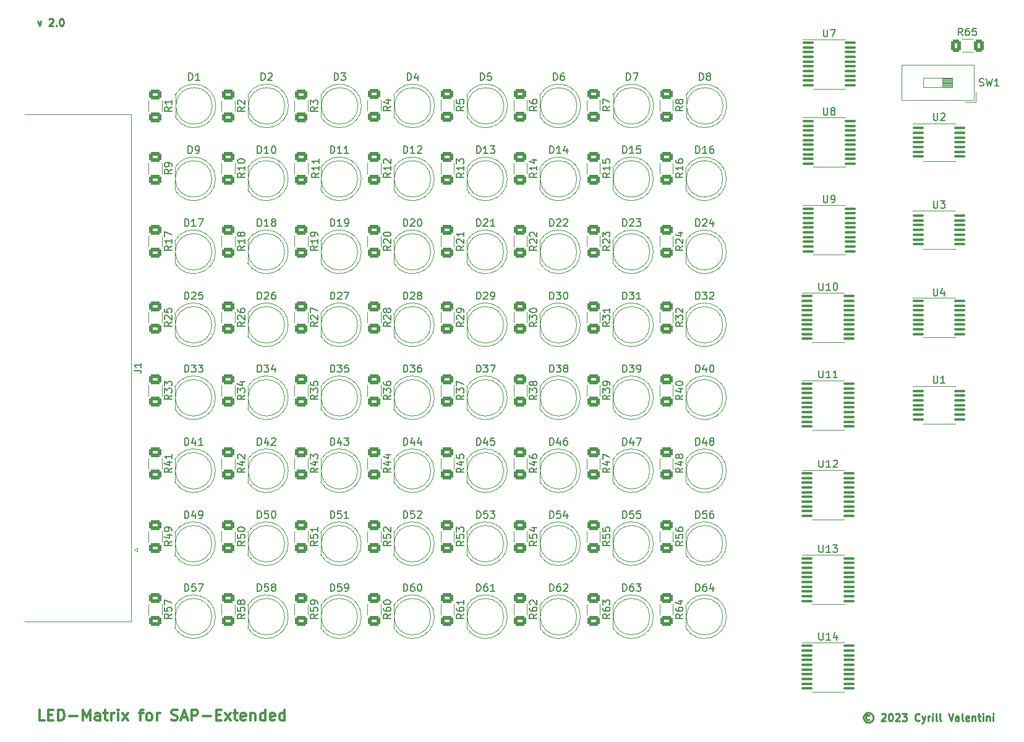
<source format=gto>
G04 #@! TF.GenerationSoftware,KiCad,Pcbnew,7.0.5*
G04 #@! TF.CreationDate,2023-09-10T10:54:51+02:00*
G04 #@! TF.ProjectId,LED-Matrix,4c45442d-4d61-4747-9269-782e6b696361,rev?*
G04 #@! TF.SameCoordinates,Original*
G04 #@! TF.FileFunction,Legend,Top*
G04 #@! TF.FilePolarity,Positive*
%FSLAX46Y46*%
G04 Gerber Fmt 4.6, Leading zero omitted, Abs format (unit mm)*
G04 Created by KiCad (PCBNEW 7.0.5) date 2023-09-10 10:54:51*
%MOMM*%
%LPD*%
G01*
G04 APERTURE LIST*
G04 Aperture macros list*
%AMRoundRect*
0 Rectangle with rounded corners*
0 $1 Rounding radius*
0 $2 $3 $4 $5 $6 $7 $8 $9 X,Y pos of 4 corners*
0 Add a 4 corners polygon primitive as box body*
4,1,4,$2,$3,$4,$5,$6,$7,$8,$9,$2,$3,0*
0 Add four circle primitives for the rounded corners*
1,1,$1+$1,$2,$3*
1,1,$1+$1,$4,$5*
1,1,$1+$1,$6,$7*
1,1,$1+$1,$8,$9*
0 Add four rect primitives between the rounded corners*
20,1,$1+$1,$2,$3,$4,$5,0*
20,1,$1+$1,$4,$5,$6,$7,0*
20,1,$1+$1,$6,$7,$8,$9,0*
20,1,$1+$1,$8,$9,$2,$3,0*%
G04 Aperture macros list end*
%ADD10C,0.250000*%
%ADD11C,0.300000*%
%ADD12C,0.150000*%
%ADD13C,0.120000*%
%ADD14RoundRect,0.250000X-0.625000X0.400000X-0.625000X-0.400000X0.625000X-0.400000X0.625000X0.400000X0*%
%ADD15R,1.800000X1.800000*%
%ADD16C,1.800000*%
%ADD17C,2.200000*%
%ADD18RoundRect,0.100000X-0.637500X-0.100000X0.637500X-0.100000X0.637500X0.100000X-0.637500X0.100000X0*%
%ADD19RoundRect,0.250000X-0.400000X-0.625000X0.400000X-0.625000X0.400000X0.625000X-0.400000X0.625000X0*%
%ADD20R,1.600000X1.600000*%
%ADD21O,1.600000X1.600000*%
%ADD22C,4.000000*%
%ADD23C,1.600000*%
G04 APERTURE END LIST*
D10*
X101907330Y-42377952D02*
X102145425Y-43044619D01*
X102145425Y-43044619D02*
X102383520Y-42377952D01*
X103478759Y-42139857D02*
X103526378Y-42092238D01*
X103526378Y-42092238D02*
X103621616Y-42044619D01*
X103621616Y-42044619D02*
X103859711Y-42044619D01*
X103859711Y-42044619D02*
X103954949Y-42092238D01*
X103954949Y-42092238D02*
X104002568Y-42139857D01*
X104002568Y-42139857D02*
X104050187Y-42235095D01*
X104050187Y-42235095D02*
X104050187Y-42330333D01*
X104050187Y-42330333D02*
X104002568Y-42473190D01*
X104002568Y-42473190D02*
X103431140Y-43044619D01*
X103431140Y-43044619D02*
X104050187Y-43044619D01*
X104478759Y-42949380D02*
X104526378Y-42997000D01*
X104526378Y-42997000D02*
X104478759Y-43044619D01*
X104478759Y-43044619D02*
X104431140Y-42997000D01*
X104431140Y-42997000D02*
X104478759Y-42949380D01*
X104478759Y-42949380D02*
X104478759Y-43044619D01*
X105145425Y-42044619D02*
X105240663Y-42044619D01*
X105240663Y-42044619D02*
X105335901Y-42092238D01*
X105335901Y-42092238D02*
X105383520Y-42139857D01*
X105383520Y-42139857D02*
X105431139Y-42235095D01*
X105431139Y-42235095D02*
X105478758Y-42425571D01*
X105478758Y-42425571D02*
X105478758Y-42663666D01*
X105478758Y-42663666D02*
X105431139Y-42854142D01*
X105431139Y-42854142D02*
X105383520Y-42949380D01*
X105383520Y-42949380D02*
X105335901Y-42997000D01*
X105335901Y-42997000D02*
X105240663Y-43044619D01*
X105240663Y-43044619D02*
X105145425Y-43044619D01*
X105145425Y-43044619D02*
X105050187Y-42997000D01*
X105050187Y-42997000D02*
X105002568Y-42949380D01*
X105002568Y-42949380D02*
X104954949Y-42854142D01*
X104954949Y-42854142D02*
X104907330Y-42663666D01*
X104907330Y-42663666D02*
X104907330Y-42425571D01*
X104907330Y-42425571D02*
X104954949Y-42235095D01*
X104954949Y-42235095D02*
X105002568Y-42139857D01*
X105002568Y-42139857D02*
X105050187Y-42092238D01*
X105050187Y-42092238D02*
X105145425Y-42044619D01*
X215842092Y-137532714D02*
X215746853Y-137485095D01*
X215746853Y-137485095D02*
X215556377Y-137485095D01*
X215556377Y-137485095D02*
X215461139Y-137532714D01*
X215461139Y-137532714D02*
X215365901Y-137627952D01*
X215365901Y-137627952D02*
X215318282Y-137723190D01*
X215318282Y-137723190D02*
X215318282Y-137913666D01*
X215318282Y-137913666D02*
X215365901Y-138008904D01*
X215365901Y-138008904D02*
X215461139Y-138104142D01*
X215461139Y-138104142D02*
X215556377Y-138151761D01*
X215556377Y-138151761D02*
X215746853Y-138151761D01*
X215746853Y-138151761D02*
X215842092Y-138104142D01*
X215651615Y-137151761D02*
X215413520Y-137199380D01*
X215413520Y-137199380D02*
X215175425Y-137342238D01*
X215175425Y-137342238D02*
X215032568Y-137580333D01*
X215032568Y-137580333D02*
X214984949Y-137818428D01*
X214984949Y-137818428D02*
X215032568Y-138056523D01*
X215032568Y-138056523D02*
X215175425Y-138294619D01*
X215175425Y-138294619D02*
X215413520Y-138437476D01*
X215413520Y-138437476D02*
X215651615Y-138485095D01*
X215651615Y-138485095D02*
X215889711Y-138437476D01*
X215889711Y-138437476D02*
X216127806Y-138294619D01*
X216127806Y-138294619D02*
X216270663Y-138056523D01*
X216270663Y-138056523D02*
X216318282Y-137818428D01*
X216318282Y-137818428D02*
X216270663Y-137580333D01*
X216270663Y-137580333D02*
X216127806Y-137342238D01*
X216127806Y-137342238D02*
X215889711Y-137199380D01*
X215889711Y-137199380D02*
X215651615Y-137151761D01*
X217461140Y-137389857D02*
X217508759Y-137342238D01*
X217508759Y-137342238D02*
X217603997Y-137294619D01*
X217603997Y-137294619D02*
X217842092Y-137294619D01*
X217842092Y-137294619D02*
X217937330Y-137342238D01*
X217937330Y-137342238D02*
X217984949Y-137389857D01*
X217984949Y-137389857D02*
X218032568Y-137485095D01*
X218032568Y-137485095D02*
X218032568Y-137580333D01*
X218032568Y-137580333D02*
X217984949Y-137723190D01*
X217984949Y-137723190D02*
X217413521Y-138294619D01*
X217413521Y-138294619D02*
X218032568Y-138294619D01*
X218651616Y-137294619D02*
X218746854Y-137294619D01*
X218746854Y-137294619D02*
X218842092Y-137342238D01*
X218842092Y-137342238D02*
X218889711Y-137389857D01*
X218889711Y-137389857D02*
X218937330Y-137485095D01*
X218937330Y-137485095D02*
X218984949Y-137675571D01*
X218984949Y-137675571D02*
X218984949Y-137913666D01*
X218984949Y-137913666D02*
X218937330Y-138104142D01*
X218937330Y-138104142D02*
X218889711Y-138199380D01*
X218889711Y-138199380D02*
X218842092Y-138247000D01*
X218842092Y-138247000D02*
X218746854Y-138294619D01*
X218746854Y-138294619D02*
X218651616Y-138294619D01*
X218651616Y-138294619D02*
X218556378Y-138247000D01*
X218556378Y-138247000D02*
X218508759Y-138199380D01*
X218508759Y-138199380D02*
X218461140Y-138104142D01*
X218461140Y-138104142D02*
X218413521Y-137913666D01*
X218413521Y-137913666D02*
X218413521Y-137675571D01*
X218413521Y-137675571D02*
X218461140Y-137485095D01*
X218461140Y-137485095D02*
X218508759Y-137389857D01*
X218508759Y-137389857D02*
X218556378Y-137342238D01*
X218556378Y-137342238D02*
X218651616Y-137294619D01*
X219365902Y-137389857D02*
X219413521Y-137342238D01*
X219413521Y-137342238D02*
X219508759Y-137294619D01*
X219508759Y-137294619D02*
X219746854Y-137294619D01*
X219746854Y-137294619D02*
X219842092Y-137342238D01*
X219842092Y-137342238D02*
X219889711Y-137389857D01*
X219889711Y-137389857D02*
X219937330Y-137485095D01*
X219937330Y-137485095D02*
X219937330Y-137580333D01*
X219937330Y-137580333D02*
X219889711Y-137723190D01*
X219889711Y-137723190D02*
X219318283Y-138294619D01*
X219318283Y-138294619D02*
X219937330Y-138294619D01*
X220270664Y-137294619D02*
X220889711Y-137294619D01*
X220889711Y-137294619D02*
X220556378Y-137675571D01*
X220556378Y-137675571D02*
X220699235Y-137675571D01*
X220699235Y-137675571D02*
X220794473Y-137723190D01*
X220794473Y-137723190D02*
X220842092Y-137770809D01*
X220842092Y-137770809D02*
X220889711Y-137866047D01*
X220889711Y-137866047D02*
X220889711Y-138104142D01*
X220889711Y-138104142D02*
X220842092Y-138199380D01*
X220842092Y-138199380D02*
X220794473Y-138247000D01*
X220794473Y-138247000D02*
X220699235Y-138294619D01*
X220699235Y-138294619D02*
X220413521Y-138294619D01*
X220413521Y-138294619D02*
X220318283Y-138247000D01*
X220318283Y-138247000D02*
X220270664Y-138199380D01*
X222651616Y-138199380D02*
X222603997Y-138247000D01*
X222603997Y-138247000D02*
X222461140Y-138294619D01*
X222461140Y-138294619D02*
X222365902Y-138294619D01*
X222365902Y-138294619D02*
X222223045Y-138247000D01*
X222223045Y-138247000D02*
X222127807Y-138151761D01*
X222127807Y-138151761D02*
X222080188Y-138056523D01*
X222080188Y-138056523D02*
X222032569Y-137866047D01*
X222032569Y-137866047D02*
X222032569Y-137723190D01*
X222032569Y-137723190D02*
X222080188Y-137532714D01*
X222080188Y-137532714D02*
X222127807Y-137437476D01*
X222127807Y-137437476D02*
X222223045Y-137342238D01*
X222223045Y-137342238D02*
X222365902Y-137294619D01*
X222365902Y-137294619D02*
X222461140Y-137294619D01*
X222461140Y-137294619D02*
X222603997Y-137342238D01*
X222603997Y-137342238D02*
X222651616Y-137389857D01*
X222984950Y-137627952D02*
X223223045Y-138294619D01*
X223461140Y-137627952D02*
X223223045Y-138294619D01*
X223223045Y-138294619D02*
X223127807Y-138532714D01*
X223127807Y-138532714D02*
X223080188Y-138580333D01*
X223080188Y-138580333D02*
X222984950Y-138627952D01*
X223842093Y-138294619D02*
X223842093Y-137627952D01*
X223842093Y-137818428D02*
X223889712Y-137723190D01*
X223889712Y-137723190D02*
X223937331Y-137675571D01*
X223937331Y-137675571D02*
X224032569Y-137627952D01*
X224032569Y-137627952D02*
X224127807Y-137627952D01*
X224461141Y-138294619D02*
X224461141Y-137627952D01*
X224461141Y-137294619D02*
X224413522Y-137342238D01*
X224413522Y-137342238D02*
X224461141Y-137389857D01*
X224461141Y-137389857D02*
X224508760Y-137342238D01*
X224508760Y-137342238D02*
X224461141Y-137294619D01*
X224461141Y-137294619D02*
X224461141Y-137389857D01*
X225080188Y-138294619D02*
X224984950Y-138247000D01*
X224984950Y-138247000D02*
X224937331Y-138151761D01*
X224937331Y-138151761D02*
X224937331Y-137294619D01*
X225603998Y-138294619D02*
X225508760Y-138247000D01*
X225508760Y-138247000D02*
X225461141Y-138151761D01*
X225461141Y-138151761D02*
X225461141Y-137294619D01*
X226603999Y-137294619D02*
X226937332Y-138294619D01*
X226937332Y-138294619D02*
X227270665Y-137294619D01*
X228032570Y-138294619D02*
X228032570Y-137770809D01*
X228032570Y-137770809D02*
X227984951Y-137675571D01*
X227984951Y-137675571D02*
X227889713Y-137627952D01*
X227889713Y-137627952D02*
X227699237Y-137627952D01*
X227699237Y-137627952D02*
X227603999Y-137675571D01*
X228032570Y-138247000D02*
X227937332Y-138294619D01*
X227937332Y-138294619D02*
X227699237Y-138294619D01*
X227699237Y-138294619D02*
X227603999Y-138247000D01*
X227603999Y-138247000D02*
X227556380Y-138151761D01*
X227556380Y-138151761D02*
X227556380Y-138056523D01*
X227556380Y-138056523D02*
X227603999Y-137961285D01*
X227603999Y-137961285D02*
X227699237Y-137913666D01*
X227699237Y-137913666D02*
X227937332Y-137913666D01*
X227937332Y-137913666D02*
X228032570Y-137866047D01*
X228651618Y-138294619D02*
X228556380Y-138247000D01*
X228556380Y-138247000D02*
X228508761Y-138151761D01*
X228508761Y-138151761D02*
X228508761Y-137294619D01*
X229413523Y-138247000D02*
X229318285Y-138294619D01*
X229318285Y-138294619D02*
X229127809Y-138294619D01*
X229127809Y-138294619D02*
X229032571Y-138247000D01*
X229032571Y-138247000D02*
X228984952Y-138151761D01*
X228984952Y-138151761D02*
X228984952Y-137770809D01*
X228984952Y-137770809D02*
X229032571Y-137675571D01*
X229032571Y-137675571D02*
X229127809Y-137627952D01*
X229127809Y-137627952D02*
X229318285Y-137627952D01*
X229318285Y-137627952D02*
X229413523Y-137675571D01*
X229413523Y-137675571D02*
X229461142Y-137770809D01*
X229461142Y-137770809D02*
X229461142Y-137866047D01*
X229461142Y-137866047D02*
X228984952Y-137961285D01*
X229889714Y-137627952D02*
X229889714Y-138294619D01*
X229889714Y-137723190D02*
X229937333Y-137675571D01*
X229937333Y-137675571D02*
X230032571Y-137627952D01*
X230032571Y-137627952D02*
X230175428Y-137627952D01*
X230175428Y-137627952D02*
X230270666Y-137675571D01*
X230270666Y-137675571D02*
X230318285Y-137770809D01*
X230318285Y-137770809D02*
X230318285Y-138294619D01*
X230651619Y-137627952D02*
X231032571Y-137627952D01*
X230794476Y-137294619D02*
X230794476Y-138151761D01*
X230794476Y-138151761D02*
X230842095Y-138247000D01*
X230842095Y-138247000D02*
X230937333Y-138294619D01*
X230937333Y-138294619D02*
X231032571Y-138294619D01*
X231365905Y-138294619D02*
X231365905Y-137627952D01*
X231365905Y-137294619D02*
X231318286Y-137342238D01*
X231318286Y-137342238D02*
X231365905Y-137389857D01*
X231365905Y-137389857D02*
X231413524Y-137342238D01*
X231413524Y-137342238D02*
X231365905Y-137294619D01*
X231365905Y-137294619D02*
X231365905Y-137389857D01*
X231842095Y-137627952D02*
X231842095Y-138294619D01*
X231842095Y-137723190D02*
X231889714Y-137675571D01*
X231889714Y-137675571D02*
X231984952Y-137627952D01*
X231984952Y-137627952D02*
X232127809Y-137627952D01*
X232127809Y-137627952D02*
X232223047Y-137675571D01*
X232223047Y-137675571D02*
X232270666Y-137770809D01*
X232270666Y-137770809D02*
X232270666Y-138294619D01*
X232746857Y-138294619D02*
X232746857Y-137627952D01*
X232746857Y-137294619D02*
X232699238Y-137342238D01*
X232699238Y-137342238D02*
X232746857Y-137389857D01*
X232746857Y-137389857D02*
X232794476Y-137342238D01*
X232794476Y-137342238D02*
X232746857Y-137294619D01*
X232746857Y-137294619D02*
X232746857Y-137389857D01*
D11*
X102868796Y-138230828D02*
X102154510Y-138230828D01*
X102154510Y-138230828D02*
X102154510Y-136730828D01*
X103368796Y-137445114D02*
X103868796Y-137445114D01*
X104083082Y-138230828D02*
X103368796Y-138230828D01*
X103368796Y-138230828D02*
X103368796Y-136730828D01*
X103368796Y-136730828D02*
X104083082Y-136730828D01*
X104725939Y-138230828D02*
X104725939Y-136730828D01*
X104725939Y-136730828D02*
X105083082Y-136730828D01*
X105083082Y-136730828D02*
X105297368Y-136802257D01*
X105297368Y-136802257D02*
X105440225Y-136945114D01*
X105440225Y-136945114D02*
X105511654Y-137087971D01*
X105511654Y-137087971D02*
X105583082Y-137373685D01*
X105583082Y-137373685D02*
X105583082Y-137587971D01*
X105583082Y-137587971D02*
X105511654Y-137873685D01*
X105511654Y-137873685D02*
X105440225Y-138016542D01*
X105440225Y-138016542D02*
X105297368Y-138159400D01*
X105297368Y-138159400D02*
X105083082Y-138230828D01*
X105083082Y-138230828D02*
X104725939Y-138230828D01*
X106225939Y-137659400D02*
X107368797Y-137659400D01*
X108083082Y-138230828D02*
X108083082Y-136730828D01*
X108083082Y-136730828D02*
X108583082Y-137802257D01*
X108583082Y-137802257D02*
X109083082Y-136730828D01*
X109083082Y-136730828D02*
X109083082Y-138230828D01*
X110440226Y-138230828D02*
X110440226Y-137445114D01*
X110440226Y-137445114D02*
X110368797Y-137302257D01*
X110368797Y-137302257D02*
X110225940Y-137230828D01*
X110225940Y-137230828D02*
X109940226Y-137230828D01*
X109940226Y-137230828D02*
X109797368Y-137302257D01*
X110440226Y-138159400D02*
X110297368Y-138230828D01*
X110297368Y-138230828D02*
X109940226Y-138230828D01*
X109940226Y-138230828D02*
X109797368Y-138159400D01*
X109797368Y-138159400D02*
X109725940Y-138016542D01*
X109725940Y-138016542D02*
X109725940Y-137873685D01*
X109725940Y-137873685D02*
X109797368Y-137730828D01*
X109797368Y-137730828D02*
X109940226Y-137659400D01*
X109940226Y-137659400D02*
X110297368Y-137659400D01*
X110297368Y-137659400D02*
X110440226Y-137587971D01*
X110940226Y-137230828D02*
X111511654Y-137230828D01*
X111154511Y-136730828D02*
X111154511Y-138016542D01*
X111154511Y-138016542D02*
X111225940Y-138159400D01*
X111225940Y-138159400D02*
X111368797Y-138230828D01*
X111368797Y-138230828D02*
X111511654Y-138230828D01*
X112011654Y-138230828D02*
X112011654Y-137230828D01*
X112011654Y-137516542D02*
X112083083Y-137373685D01*
X112083083Y-137373685D02*
X112154512Y-137302257D01*
X112154512Y-137302257D02*
X112297369Y-137230828D01*
X112297369Y-137230828D02*
X112440226Y-137230828D01*
X112940225Y-138230828D02*
X112940225Y-137230828D01*
X112940225Y-136730828D02*
X112868797Y-136802257D01*
X112868797Y-136802257D02*
X112940225Y-136873685D01*
X112940225Y-136873685D02*
X113011654Y-136802257D01*
X113011654Y-136802257D02*
X112940225Y-136730828D01*
X112940225Y-136730828D02*
X112940225Y-136873685D01*
X113511654Y-138230828D02*
X114297369Y-137230828D01*
X113511654Y-137230828D02*
X114297369Y-138230828D01*
X115797369Y-137230828D02*
X116368797Y-137230828D01*
X116011654Y-138230828D02*
X116011654Y-136945114D01*
X116011654Y-136945114D02*
X116083083Y-136802257D01*
X116083083Y-136802257D02*
X116225940Y-136730828D01*
X116225940Y-136730828D02*
X116368797Y-136730828D01*
X117083083Y-138230828D02*
X116940226Y-138159400D01*
X116940226Y-138159400D02*
X116868797Y-138087971D01*
X116868797Y-138087971D02*
X116797369Y-137945114D01*
X116797369Y-137945114D02*
X116797369Y-137516542D01*
X116797369Y-137516542D02*
X116868797Y-137373685D01*
X116868797Y-137373685D02*
X116940226Y-137302257D01*
X116940226Y-137302257D02*
X117083083Y-137230828D01*
X117083083Y-137230828D02*
X117297369Y-137230828D01*
X117297369Y-137230828D02*
X117440226Y-137302257D01*
X117440226Y-137302257D02*
X117511655Y-137373685D01*
X117511655Y-137373685D02*
X117583083Y-137516542D01*
X117583083Y-137516542D02*
X117583083Y-137945114D01*
X117583083Y-137945114D02*
X117511655Y-138087971D01*
X117511655Y-138087971D02*
X117440226Y-138159400D01*
X117440226Y-138159400D02*
X117297369Y-138230828D01*
X117297369Y-138230828D02*
X117083083Y-138230828D01*
X118225940Y-138230828D02*
X118225940Y-137230828D01*
X118225940Y-137516542D02*
X118297369Y-137373685D01*
X118297369Y-137373685D02*
X118368798Y-137302257D01*
X118368798Y-137302257D02*
X118511655Y-137230828D01*
X118511655Y-137230828D02*
X118654512Y-137230828D01*
X120225940Y-138159400D02*
X120440226Y-138230828D01*
X120440226Y-138230828D02*
X120797368Y-138230828D01*
X120797368Y-138230828D02*
X120940226Y-138159400D01*
X120940226Y-138159400D02*
X121011654Y-138087971D01*
X121011654Y-138087971D02*
X121083083Y-137945114D01*
X121083083Y-137945114D02*
X121083083Y-137802257D01*
X121083083Y-137802257D02*
X121011654Y-137659400D01*
X121011654Y-137659400D02*
X120940226Y-137587971D01*
X120940226Y-137587971D02*
X120797368Y-137516542D01*
X120797368Y-137516542D02*
X120511654Y-137445114D01*
X120511654Y-137445114D02*
X120368797Y-137373685D01*
X120368797Y-137373685D02*
X120297368Y-137302257D01*
X120297368Y-137302257D02*
X120225940Y-137159400D01*
X120225940Y-137159400D02*
X120225940Y-137016542D01*
X120225940Y-137016542D02*
X120297368Y-136873685D01*
X120297368Y-136873685D02*
X120368797Y-136802257D01*
X120368797Y-136802257D02*
X120511654Y-136730828D01*
X120511654Y-136730828D02*
X120868797Y-136730828D01*
X120868797Y-136730828D02*
X121083083Y-136802257D01*
X121654511Y-137802257D02*
X122368797Y-137802257D01*
X121511654Y-138230828D02*
X122011654Y-136730828D01*
X122011654Y-136730828D02*
X122511654Y-138230828D01*
X123011653Y-138230828D02*
X123011653Y-136730828D01*
X123011653Y-136730828D02*
X123583082Y-136730828D01*
X123583082Y-136730828D02*
X123725939Y-136802257D01*
X123725939Y-136802257D02*
X123797368Y-136873685D01*
X123797368Y-136873685D02*
X123868796Y-137016542D01*
X123868796Y-137016542D02*
X123868796Y-137230828D01*
X123868796Y-137230828D02*
X123797368Y-137373685D01*
X123797368Y-137373685D02*
X123725939Y-137445114D01*
X123725939Y-137445114D02*
X123583082Y-137516542D01*
X123583082Y-137516542D02*
X123011653Y-137516542D01*
X124511653Y-137659400D02*
X125654511Y-137659400D01*
X126368796Y-137445114D02*
X126868796Y-137445114D01*
X127083082Y-138230828D02*
X126368796Y-138230828D01*
X126368796Y-138230828D02*
X126368796Y-136730828D01*
X126368796Y-136730828D02*
X127083082Y-136730828D01*
X127583082Y-138230828D02*
X128368797Y-137230828D01*
X127583082Y-137230828D02*
X128368797Y-138230828D01*
X128725940Y-137230828D02*
X129297368Y-137230828D01*
X128940225Y-136730828D02*
X128940225Y-138016542D01*
X128940225Y-138016542D02*
X129011654Y-138159400D01*
X129011654Y-138159400D02*
X129154511Y-138230828D01*
X129154511Y-138230828D02*
X129297368Y-138230828D01*
X130368797Y-138159400D02*
X130225940Y-138230828D01*
X130225940Y-138230828D02*
X129940226Y-138230828D01*
X129940226Y-138230828D02*
X129797368Y-138159400D01*
X129797368Y-138159400D02*
X129725940Y-138016542D01*
X129725940Y-138016542D02*
X129725940Y-137445114D01*
X129725940Y-137445114D02*
X129797368Y-137302257D01*
X129797368Y-137302257D02*
X129940226Y-137230828D01*
X129940226Y-137230828D02*
X130225940Y-137230828D01*
X130225940Y-137230828D02*
X130368797Y-137302257D01*
X130368797Y-137302257D02*
X130440226Y-137445114D01*
X130440226Y-137445114D02*
X130440226Y-137587971D01*
X130440226Y-137587971D02*
X129725940Y-137730828D01*
X131083082Y-137230828D02*
X131083082Y-138230828D01*
X131083082Y-137373685D02*
X131154511Y-137302257D01*
X131154511Y-137302257D02*
X131297368Y-137230828D01*
X131297368Y-137230828D02*
X131511654Y-137230828D01*
X131511654Y-137230828D02*
X131654511Y-137302257D01*
X131654511Y-137302257D02*
X131725940Y-137445114D01*
X131725940Y-137445114D02*
X131725940Y-138230828D01*
X133083083Y-138230828D02*
X133083083Y-136730828D01*
X133083083Y-138159400D02*
X132940225Y-138230828D01*
X132940225Y-138230828D02*
X132654511Y-138230828D01*
X132654511Y-138230828D02*
X132511654Y-138159400D01*
X132511654Y-138159400D02*
X132440225Y-138087971D01*
X132440225Y-138087971D02*
X132368797Y-137945114D01*
X132368797Y-137945114D02*
X132368797Y-137516542D01*
X132368797Y-137516542D02*
X132440225Y-137373685D01*
X132440225Y-137373685D02*
X132511654Y-137302257D01*
X132511654Y-137302257D02*
X132654511Y-137230828D01*
X132654511Y-137230828D02*
X132940225Y-137230828D01*
X132940225Y-137230828D02*
X133083083Y-137302257D01*
X134368797Y-138159400D02*
X134225940Y-138230828D01*
X134225940Y-138230828D02*
X133940226Y-138230828D01*
X133940226Y-138230828D02*
X133797368Y-138159400D01*
X133797368Y-138159400D02*
X133725940Y-138016542D01*
X133725940Y-138016542D02*
X133725940Y-137445114D01*
X133725940Y-137445114D02*
X133797368Y-137302257D01*
X133797368Y-137302257D02*
X133940226Y-137230828D01*
X133940226Y-137230828D02*
X134225940Y-137230828D01*
X134225940Y-137230828D02*
X134368797Y-137302257D01*
X134368797Y-137302257D02*
X134440226Y-137445114D01*
X134440226Y-137445114D02*
X134440226Y-137587971D01*
X134440226Y-137587971D02*
X133725940Y-137730828D01*
X135725940Y-138230828D02*
X135725940Y-136730828D01*
X135725940Y-138159400D02*
X135583082Y-138230828D01*
X135583082Y-138230828D02*
X135297368Y-138230828D01*
X135297368Y-138230828D02*
X135154511Y-138159400D01*
X135154511Y-138159400D02*
X135083082Y-138087971D01*
X135083082Y-138087971D02*
X135011654Y-137945114D01*
X135011654Y-137945114D02*
X135011654Y-137516542D01*
X135011654Y-137516542D02*
X135083082Y-137373685D01*
X135083082Y-137373685D02*
X135154511Y-137302257D01*
X135154511Y-137302257D02*
X135297368Y-137230828D01*
X135297368Y-137230828D02*
X135583082Y-137230828D01*
X135583082Y-137230828D02*
X135725940Y-137302257D01*
D12*
X180274819Y-123642857D02*
X179798628Y-123976190D01*
X180274819Y-124214285D02*
X179274819Y-124214285D01*
X179274819Y-124214285D02*
X179274819Y-123833333D01*
X179274819Y-123833333D02*
X179322438Y-123738095D01*
X179322438Y-123738095D02*
X179370057Y-123690476D01*
X179370057Y-123690476D02*
X179465295Y-123642857D01*
X179465295Y-123642857D02*
X179608152Y-123642857D01*
X179608152Y-123642857D02*
X179703390Y-123690476D01*
X179703390Y-123690476D02*
X179751009Y-123738095D01*
X179751009Y-123738095D02*
X179798628Y-123833333D01*
X179798628Y-123833333D02*
X179798628Y-124214285D01*
X179274819Y-122785714D02*
X179274819Y-122976190D01*
X179274819Y-122976190D02*
X179322438Y-123071428D01*
X179322438Y-123071428D02*
X179370057Y-123119047D01*
X179370057Y-123119047D02*
X179512914Y-123214285D01*
X179512914Y-123214285D02*
X179703390Y-123261904D01*
X179703390Y-123261904D02*
X180084342Y-123261904D01*
X180084342Y-123261904D02*
X180179580Y-123214285D01*
X180179580Y-123214285D02*
X180227200Y-123166666D01*
X180227200Y-123166666D02*
X180274819Y-123071428D01*
X180274819Y-123071428D02*
X180274819Y-122880952D01*
X180274819Y-122880952D02*
X180227200Y-122785714D01*
X180227200Y-122785714D02*
X180179580Y-122738095D01*
X180179580Y-122738095D02*
X180084342Y-122690476D01*
X180084342Y-122690476D02*
X179846247Y-122690476D01*
X179846247Y-122690476D02*
X179751009Y-122738095D01*
X179751009Y-122738095D02*
X179703390Y-122785714D01*
X179703390Y-122785714D02*
X179655771Y-122880952D01*
X179655771Y-122880952D02*
X179655771Y-123071428D01*
X179655771Y-123071428D02*
X179703390Y-123166666D01*
X179703390Y-123166666D02*
X179751009Y-123214285D01*
X179751009Y-123214285D02*
X179846247Y-123261904D01*
X179274819Y-122357142D02*
X179274819Y-121738095D01*
X179274819Y-121738095D02*
X179655771Y-122071428D01*
X179655771Y-122071428D02*
X179655771Y-121928571D01*
X179655771Y-121928571D02*
X179703390Y-121833333D01*
X179703390Y-121833333D02*
X179751009Y-121785714D01*
X179751009Y-121785714D02*
X179846247Y-121738095D01*
X179846247Y-121738095D02*
X180084342Y-121738095D01*
X180084342Y-121738095D02*
X180179580Y-121785714D01*
X180179580Y-121785714D02*
X180227200Y-121833333D01*
X180227200Y-121833333D02*
X180274819Y-121928571D01*
X180274819Y-121928571D02*
X180274819Y-122214285D01*
X180274819Y-122214285D02*
X180227200Y-122309523D01*
X180227200Y-122309523D02*
X180179580Y-122357142D01*
X142531905Y-50494819D02*
X142531905Y-49494819D01*
X142531905Y-49494819D02*
X142770000Y-49494819D01*
X142770000Y-49494819D02*
X142912857Y-49542438D01*
X142912857Y-49542438D02*
X143008095Y-49637676D01*
X143008095Y-49637676D02*
X143055714Y-49732914D01*
X143055714Y-49732914D02*
X143103333Y-49923390D01*
X143103333Y-49923390D02*
X143103333Y-50066247D01*
X143103333Y-50066247D02*
X143055714Y-50256723D01*
X143055714Y-50256723D02*
X143008095Y-50351961D01*
X143008095Y-50351961D02*
X142912857Y-50447200D01*
X142912857Y-50447200D02*
X142770000Y-50494819D01*
X142770000Y-50494819D02*
X142531905Y-50494819D01*
X143436667Y-49494819D02*
X144055714Y-49494819D01*
X144055714Y-49494819D02*
X143722381Y-49875771D01*
X143722381Y-49875771D02*
X143865238Y-49875771D01*
X143865238Y-49875771D02*
X143960476Y-49923390D01*
X143960476Y-49923390D02*
X144008095Y-49971009D01*
X144008095Y-49971009D02*
X144055714Y-50066247D01*
X144055714Y-50066247D02*
X144055714Y-50304342D01*
X144055714Y-50304342D02*
X144008095Y-50399580D01*
X144008095Y-50399580D02*
X143960476Y-50447200D01*
X143960476Y-50447200D02*
X143865238Y-50494819D01*
X143865238Y-50494819D02*
X143579524Y-50494819D01*
X143579524Y-50494819D02*
X143484286Y-50447200D01*
X143484286Y-50447200D02*
X143436667Y-50399580D01*
X182531905Y-50494819D02*
X182531905Y-49494819D01*
X182531905Y-49494819D02*
X182770000Y-49494819D01*
X182770000Y-49494819D02*
X182912857Y-49542438D01*
X182912857Y-49542438D02*
X183008095Y-49637676D01*
X183008095Y-49637676D02*
X183055714Y-49732914D01*
X183055714Y-49732914D02*
X183103333Y-49923390D01*
X183103333Y-49923390D02*
X183103333Y-50066247D01*
X183103333Y-50066247D02*
X183055714Y-50256723D01*
X183055714Y-50256723D02*
X183008095Y-50351961D01*
X183008095Y-50351961D02*
X182912857Y-50447200D01*
X182912857Y-50447200D02*
X182770000Y-50494819D01*
X182770000Y-50494819D02*
X182531905Y-50494819D01*
X183436667Y-49494819D02*
X184103333Y-49494819D01*
X184103333Y-49494819D02*
X183674762Y-50494819D01*
X190274819Y-83642857D02*
X189798628Y-83976190D01*
X190274819Y-84214285D02*
X189274819Y-84214285D01*
X189274819Y-84214285D02*
X189274819Y-83833333D01*
X189274819Y-83833333D02*
X189322438Y-83738095D01*
X189322438Y-83738095D02*
X189370057Y-83690476D01*
X189370057Y-83690476D02*
X189465295Y-83642857D01*
X189465295Y-83642857D02*
X189608152Y-83642857D01*
X189608152Y-83642857D02*
X189703390Y-83690476D01*
X189703390Y-83690476D02*
X189751009Y-83738095D01*
X189751009Y-83738095D02*
X189798628Y-83833333D01*
X189798628Y-83833333D02*
X189798628Y-84214285D01*
X189274819Y-83309523D02*
X189274819Y-82690476D01*
X189274819Y-82690476D02*
X189655771Y-83023809D01*
X189655771Y-83023809D02*
X189655771Y-82880952D01*
X189655771Y-82880952D02*
X189703390Y-82785714D01*
X189703390Y-82785714D02*
X189751009Y-82738095D01*
X189751009Y-82738095D02*
X189846247Y-82690476D01*
X189846247Y-82690476D02*
X190084342Y-82690476D01*
X190084342Y-82690476D02*
X190179580Y-82738095D01*
X190179580Y-82738095D02*
X190227200Y-82785714D01*
X190227200Y-82785714D02*
X190274819Y-82880952D01*
X190274819Y-82880952D02*
X190274819Y-83166666D01*
X190274819Y-83166666D02*
X190227200Y-83261904D01*
X190227200Y-83261904D02*
X190179580Y-83309523D01*
X189370057Y-82309523D02*
X189322438Y-82261904D01*
X189322438Y-82261904D02*
X189274819Y-82166666D01*
X189274819Y-82166666D02*
X189274819Y-81928571D01*
X189274819Y-81928571D02*
X189322438Y-81833333D01*
X189322438Y-81833333D02*
X189370057Y-81785714D01*
X189370057Y-81785714D02*
X189465295Y-81738095D01*
X189465295Y-81738095D02*
X189560533Y-81738095D01*
X189560533Y-81738095D02*
X189703390Y-81785714D01*
X189703390Y-81785714D02*
X190274819Y-82357142D01*
X190274819Y-82357142D02*
X190274819Y-81738095D01*
X172020714Y-80494819D02*
X172020714Y-79494819D01*
X172020714Y-79494819D02*
X172258809Y-79494819D01*
X172258809Y-79494819D02*
X172401666Y-79542438D01*
X172401666Y-79542438D02*
X172496904Y-79637676D01*
X172496904Y-79637676D02*
X172544523Y-79732914D01*
X172544523Y-79732914D02*
X172592142Y-79923390D01*
X172592142Y-79923390D02*
X172592142Y-80066247D01*
X172592142Y-80066247D02*
X172544523Y-80256723D01*
X172544523Y-80256723D02*
X172496904Y-80351961D01*
X172496904Y-80351961D02*
X172401666Y-80447200D01*
X172401666Y-80447200D02*
X172258809Y-80494819D01*
X172258809Y-80494819D02*
X172020714Y-80494819D01*
X172925476Y-79494819D02*
X173544523Y-79494819D01*
X173544523Y-79494819D02*
X173211190Y-79875771D01*
X173211190Y-79875771D02*
X173354047Y-79875771D01*
X173354047Y-79875771D02*
X173449285Y-79923390D01*
X173449285Y-79923390D02*
X173496904Y-79971009D01*
X173496904Y-79971009D02*
X173544523Y-80066247D01*
X173544523Y-80066247D02*
X173544523Y-80304342D01*
X173544523Y-80304342D02*
X173496904Y-80399580D01*
X173496904Y-80399580D02*
X173449285Y-80447200D01*
X173449285Y-80447200D02*
X173354047Y-80494819D01*
X173354047Y-80494819D02*
X173068333Y-80494819D01*
X173068333Y-80494819D02*
X172973095Y-80447200D01*
X172973095Y-80447200D02*
X172925476Y-80399580D01*
X174163571Y-79494819D02*
X174258809Y-79494819D01*
X174258809Y-79494819D02*
X174354047Y-79542438D01*
X174354047Y-79542438D02*
X174401666Y-79590057D01*
X174401666Y-79590057D02*
X174449285Y-79685295D01*
X174449285Y-79685295D02*
X174496904Y-79875771D01*
X174496904Y-79875771D02*
X174496904Y-80113866D01*
X174496904Y-80113866D02*
X174449285Y-80304342D01*
X174449285Y-80304342D02*
X174401666Y-80399580D01*
X174401666Y-80399580D02*
X174354047Y-80447200D01*
X174354047Y-80447200D02*
X174258809Y-80494819D01*
X174258809Y-80494819D02*
X174163571Y-80494819D01*
X174163571Y-80494819D02*
X174068333Y-80447200D01*
X174068333Y-80447200D02*
X174020714Y-80399580D01*
X174020714Y-80399580D02*
X173973095Y-80304342D01*
X173973095Y-80304342D02*
X173925476Y-80113866D01*
X173925476Y-80113866D02*
X173925476Y-79875771D01*
X173925476Y-79875771D02*
X173973095Y-79685295D01*
X173973095Y-79685295D02*
X174020714Y-79590057D01*
X174020714Y-79590057D02*
X174068333Y-79542438D01*
X174068333Y-79542438D02*
X174163571Y-79494819D01*
X192531905Y-50494819D02*
X192531905Y-49494819D01*
X192531905Y-49494819D02*
X192770000Y-49494819D01*
X192770000Y-49494819D02*
X192912857Y-49542438D01*
X192912857Y-49542438D02*
X193008095Y-49637676D01*
X193008095Y-49637676D02*
X193055714Y-49732914D01*
X193055714Y-49732914D02*
X193103333Y-49923390D01*
X193103333Y-49923390D02*
X193103333Y-50066247D01*
X193103333Y-50066247D02*
X193055714Y-50256723D01*
X193055714Y-50256723D02*
X193008095Y-50351961D01*
X193008095Y-50351961D02*
X192912857Y-50447200D01*
X192912857Y-50447200D02*
X192770000Y-50494819D01*
X192770000Y-50494819D02*
X192531905Y-50494819D01*
X193674762Y-49923390D02*
X193579524Y-49875771D01*
X193579524Y-49875771D02*
X193531905Y-49828152D01*
X193531905Y-49828152D02*
X193484286Y-49732914D01*
X193484286Y-49732914D02*
X193484286Y-49685295D01*
X193484286Y-49685295D02*
X193531905Y-49590057D01*
X193531905Y-49590057D02*
X193579524Y-49542438D01*
X193579524Y-49542438D02*
X193674762Y-49494819D01*
X193674762Y-49494819D02*
X193865238Y-49494819D01*
X193865238Y-49494819D02*
X193960476Y-49542438D01*
X193960476Y-49542438D02*
X194008095Y-49590057D01*
X194008095Y-49590057D02*
X194055714Y-49685295D01*
X194055714Y-49685295D02*
X194055714Y-49732914D01*
X194055714Y-49732914D02*
X194008095Y-49828152D01*
X194008095Y-49828152D02*
X193960476Y-49875771D01*
X193960476Y-49875771D02*
X193865238Y-49923390D01*
X193865238Y-49923390D02*
X193674762Y-49923390D01*
X193674762Y-49923390D02*
X193579524Y-49971009D01*
X193579524Y-49971009D02*
X193531905Y-50018628D01*
X193531905Y-50018628D02*
X193484286Y-50113866D01*
X193484286Y-50113866D02*
X193484286Y-50304342D01*
X193484286Y-50304342D02*
X193531905Y-50399580D01*
X193531905Y-50399580D02*
X193579524Y-50447200D01*
X193579524Y-50447200D02*
X193674762Y-50494819D01*
X193674762Y-50494819D02*
X193865238Y-50494819D01*
X193865238Y-50494819D02*
X193960476Y-50447200D01*
X193960476Y-50447200D02*
X194008095Y-50399580D01*
X194008095Y-50399580D02*
X194055714Y-50304342D01*
X194055714Y-50304342D02*
X194055714Y-50113866D01*
X194055714Y-50113866D02*
X194008095Y-50018628D01*
X194008095Y-50018628D02*
X193960476Y-49971009D01*
X193960476Y-49971009D02*
X193865238Y-49923390D01*
X172020714Y-110494819D02*
X172020714Y-109494819D01*
X172020714Y-109494819D02*
X172258809Y-109494819D01*
X172258809Y-109494819D02*
X172401666Y-109542438D01*
X172401666Y-109542438D02*
X172496904Y-109637676D01*
X172496904Y-109637676D02*
X172544523Y-109732914D01*
X172544523Y-109732914D02*
X172592142Y-109923390D01*
X172592142Y-109923390D02*
X172592142Y-110066247D01*
X172592142Y-110066247D02*
X172544523Y-110256723D01*
X172544523Y-110256723D02*
X172496904Y-110351961D01*
X172496904Y-110351961D02*
X172401666Y-110447200D01*
X172401666Y-110447200D02*
X172258809Y-110494819D01*
X172258809Y-110494819D02*
X172020714Y-110494819D01*
X173496904Y-109494819D02*
X173020714Y-109494819D01*
X173020714Y-109494819D02*
X172973095Y-109971009D01*
X172973095Y-109971009D02*
X173020714Y-109923390D01*
X173020714Y-109923390D02*
X173115952Y-109875771D01*
X173115952Y-109875771D02*
X173354047Y-109875771D01*
X173354047Y-109875771D02*
X173449285Y-109923390D01*
X173449285Y-109923390D02*
X173496904Y-109971009D01*
X173496904Y-109971009D02*
X173544523Y-110066247D01*
X173544523Y-110066247D02*
X173544523Y-110304342D01*
X173544523Y-110304342D02*
X173496904Y-110399580D01*
X173496904Y-110399580D02*
X173449285Y-110447200D01*
X173449285Y-110447200D02*
X173354047Y-110494819D01*
X173354047Y-110494819D02*
X173115952Y-110494819D01*
X173115952Y-110494819D02*
X173020714Y-110447200D01*
X173020714Y-110447200D02*
X172973095Y-110399580D01*
X174401666Y-109828152D02*
X174401666Y-110494819D01*
X174163571Y-109447200D02*
X173925476Y-110161485D01*
X173925476Y-110161485D02*
X174544523Y-110161485D01*
X180274819Y-63192857D02*
X179798628Y-63526190D01*
X180274819Y-63764285D02*
X179274819Y-63764285D01*
X179274819Y-63764285D02*
X179274819Y-63383333D01*
X179274819Y-63383333D02*
X179322438Y-63288095D01*
X179322438Y-63288095D02*
X179370057Y-63240476D01*
X179370057Y-63240476D02*
X179465295Y-63192857D01*
X179465295Y-63192857D02*
X179608152Y-63192857D01*
X179608152Y-63192857D02*
X179703390Y-63240476D01*
X179703390Y-63240476D02*
X179751009Y-63288095D01*
X179751009Y-63288095D02*
X179798628Y-63383333D01*
X179798628Y-63383333D02*
X179798628Y-63764285D01*
X180274819Y-62240476D02*
X180274819Y-62811904D01*
X180274819Y-62526190D02*
X179274819Y-62526190D01*
X179274819Y-62526190D02*
X179417676Y-62621428D01*
X179417676Y-62621428D02*
X179512914Y-62716666D01*
X179512914Y-62716666D02*
X179560533Y-62811904D01*
X179274819Y-61335714D02*
X179274819Y-61811904D01*
X179274819Y-61811904D02*
X179751009Y-61859523D01*
X179751009Y-61859523D02*
X179703390Y-61811904D01*
X179703390Y-61811904D02*
X179655771Y-61716666D01*
X179655771Y-61716666D02*
X179655771Y-61478571D01*
X179655771Y-61478571D02*
X179703390Y-61383333D01*
X179703390Y-61383333D02*
X179751009Y-61335714D01*
X179751009Y-61335714D02*
X179846247Y-61288095D01*
X179846247Y-61288095D02*
X180084342Y-61288095D01*
X180084342Y-61288095D02*
X180179580Y-61335714D01*
X180179580Y-61335714D02*
X180227200Y-61383333D01*
X180227200Y-61383333D02*
X180274819Y-61478571D01*
X180274819Y-61478571D02*
X180274819Y-61716666D01*
X180274819Y-61716666D02*
X180227200Y-61811904D01*
X180227200Y-61811904D02*
X180179580Y-61859523D01*
X182020714Y-80494819D02*
X182020714Y-79494819D01*
X182020714Y-79494819D02*
X182258809Y-79494819D01*
X182258809Y-79494819D02*
X182401666Y-79542438D01*
X182401666Y-79542438D02*
X182496904Y-79637676D01*
X182496904Y-79637676D02*
X182544523Y-79732914D01*
X182544523Y-79732914D02*
X182592142Y-79923390D01*
X182592142Y-79923390D02*
X182592142Y-80066247D01*
X182592142Y-80066247D02*
X182544523Y-80256723D01*
X182544523Y-80256723D02*
X182496904Y-80351961D01*
X182496904Y-80351961D02*
X182401666Y-80447200D01*
X182401666Y-80447200D02*
X182258809Y-80494819D01*
X182258809Y-80494819D02*
X182020714Y-80494819D01*
X182925476Y-79494819D02*
X183544523Y-79494819D01*
X183544523Y-79494819D02*
X183211190Y-79875771D01*
X183211190Y-79875771D02*
X183354047Y-79875771D01*
X183354047Y-79875771D02*
X183449285Y-79923390D01*
X183449285Y-79923390D02*
X183496904Y-79971009D01*
X183496904Y-79971009D02*
X183544523Y-80066247D01*
X183544523Y-80066247D02*
X183544523Y-80304342D01*
X183544523Y-80304342D02*
X183496904Y-80399580D01*
X183496904Y-80399580D02*
X183449285Y-80447200D01*
X183449285Y-80447200D02*
X183354047Y-80494819D01*
X183354047Y-80494819D02*
X183068333Y-80494819D01*
X183068333Y-80494819D02*
X182973095Y-80447200D01*
X182973095Y-80447200D02*
X182925476Y-80399580D01*
X184496904Y-80494819D02*
X183925476Y-80494819D01*
X184211190Y-80494819D02*
X184211190Y-79494819D01*
X184211190Y-79494819D02*
X184115952Y-79637676D01*
X184115952Y-79637676D02*
X184020714Y-79732914D01*
X184020714Y-79732914D02*
X183925476Y-79780533D01*
X152020714Y-70494819D02*
X152020714Y-69494819D01*
X152020714Y-69494819D02*
X152258809Y-69494819D01*
X152258809Y-69494819D02*
X152401666Y-69542438D01*
X152401666Y-69542438D02*
X152496904Y-69637676D01*
X152496904Y-69637676D02*
X152544523Y-69732914D01*
X152544523Y-69732914D02*
X152592142Y-69923390D01*
X152592142Y-69923390D02*
X152592142Y-70066247D01*
X152592142Y-70066247D02*
X152544523Y-70256723D01*
X152544523Y-70256723D02*
X152496904Y-70351961D01*
X152496904Y-70351961D02*
X152401666Y-70447200D01*
X152401666Y-70447200D02*
X152258809Y-70494819D01*
X152258809Y-70494819D02*
X152020714Y-70494819D01*
X152973095Y-69590057D02*
X153020714Y-69542438D01*
X153020714Y-69542438D02*
X153115952Y-69494819D01*
X153115952Y-69494819D02*
X153354047Y-69494819D01*
X153354047Y-69494819D02*
X153449285Y-69542438D01*
X153449285Y-69542438D02*
X153496904Y-69590057D01*
X153496904Y-69590057D02*
X153544523Y-69685295D01*
X153544523Y-69685295D02*
X153544523Y-69780533D01*
X153544523Y-69780533D02*
X153496904Y-69923390D01*
X153496904Y-69923390D02*
X152925476Y-70494819D01*
X152925476Y-70494819D02*
X153544523Y-70494819D01*
X154163571Y-69494819D02*
X154258809Y-69494819D01*
X154258809Y-69494819D02*
X154354047Y-69542438D01*
X154354047Y-69542438D02*
X154401666Y-69590057D01*
X154401666Y-69590057D02*
X154449285Y-69685295D01*
X154449285Y-69685295D02*
X154496904Y-69875771D01*
X154496904Y-69875771D02*
X154496904Y-70113866D01*
X154496904Y-70113866D02*
X154449285Y-70304342D01*
X154449285Y-70304342D02*
X154401666Y-70399580D01*
X154401666Y-70399580D02*
X154354047Y-70447200D01*
X154354047Y-70447200D02*
X154258809Y-70494819D01*
X154258809Y-70494819D02*
X154163571Y-70494819D01*
X154163571Y-70494819D02*
X154068333Y-70447200D01*
X154068333Y-70447200D02*
X154020714Y-70399580D01*
X154020714Y-70399580D02*
X153973095Y-70304342D01*
X153973095Y-70304342D02*
X153925476Y-70113866D01*
X153925476Y-70113866D02*
X153925476Y-69875771D01*
X153925476Y-69875771D02*
X153973095Y-69685295D01*
X153973095Y-69685295D02*
X154020714Y-69590057D01*
X154020714Y-69590057D02*
X154068333Y-69542438D01*
X154068333Y-69542438D02*
X154163571Y-69494819D01*
X130274819Y-123642857D02*
X129798628Y-123976190D01*
X130274819Y-124214285D02*
X129274819Y-124214285D01*
X129274819Y-124214285D02*
X129274819Y-123833333D01*
X129274819Y-123833333D02*
X129322438Y-123738095D01*
X129322438Y-123738095D02*
X129370057Y-123690476D01*
X129370057Y-123690476D02*
X129465295Y-123642857D01*
X129465295Y-123642857D02*
X129608152Y-123642857D01*
X129608152Y-123642857D02*
X129703390Y-123690476D01*
X129703390Y-123690476D02*
X129751009Y-123738095D01*
X129751009Y-123738095D02*
X129798628Y-123833333D01*
X129798628Y-123833333D02*
X129798628Y-124214285D01*
X129274819Y-122738095D02*
X129274819Y-123214285D01*
X129274819Y-123214285D02*
X129751009Y-123261904D01*
X129751009Y-123261904D02*
X129703390Y-123214285D01*
X129703390Y-123214285D02*
X129655771Y-123119047D01*
X129655771Y-123119047D02*
X129655771Y-122880952D01*
X129655771Y-122880952D02*
X129703390Y-122785714D01*
X129703390Y-122785714D02*
X129751009Y-122738095D01*
X129751009Y-122738095D02*
X129846247Y-122690476D01*
X129846247Y-122690476D02*
X130084342Y-122690476D01*
X130084342Y-122690476D02*
X130179580Y-122738095D01*
X130179580Y-122738095D02*
X130227200Y-122785714D01*
X130227200Y-122785714D02*
X130274819Y-122880952D01*
X130274819Y-122880952D02*
X130274819Y-123119047D01*
X130274819Y-123119047D02*
X130227200Y-123214285D01*
X130227200Y-123214285D02*
X130179580Y-123261904D01*
X129703390Y-122119047D02*
X129655771Y-122214285D01*
X129655771Y-122214285D02*
X129608152Y-122261904D01*
X129608152Y-122261904D02*
X129512914Y-122309523D01*
X129512914Y-122309523D02*
X129465295Y-122309523D01*
X129465295Y-122309523D02*
X129370057Y-122261904D01*
X129370057Y-122261904D02*
X129322438Y-122214285D01*
X129322438Y-122214285D02*
X129274819Y-122119047D01*
X129274819Y-122119047D02*
X129274819Y-121928571D01*
X129274819Y-121928571D02*
X129322438Y-121833333D01*
X129322438Y-121833333D02*
X129370057Y-121785714D01*
X129370057Y-121785714D02*
X129465295Y-121738095D01*
X129465295Y-121738095D02*
X129512914Y-121738095D01*
X129512914Y-121738095D02*
X129608152Y-121785714D01*
X129608152Y-121785714D02*
X129655771Y-121833333D01*
X129655771Y-121833333D02*
X129703390Y-121928571D01*
X129703390Y-121928571D02*
X129703390Y-122119047D01*
X129703390Y-122119047D02*
X129751009Y-122214285D01*
X129751009Y-122214285D02*
X129798628Y-122261904D01*
X129798628Y-122261904D02*
X129893866Y-122309523D01*
X129893866Y-122309523D02*
X130084342Y-122309523D01*
X130084342Y-122309523D02*
X130179580Y-122261904D01*
X130179580Y-122261904D02*
X130227200Y-122214285D01*
X130227200Y-122214285D02*
X130274819Y-122119047D01*
X130274819Y-122119047D02*
X130274819Y-121928571D01*
X130274819Y-121928571D02*
X130227200Y-121833333D01*
X130227200Y-121833333D02*
X130179580Y-121785714D01*
X130179580Y-121785714D02*
X130084342Y-121738095D01*
X130084342Y-121738095D02*
X129893866Y-121738095D01*
X129893866Y-121738095D02*
X129798628Y-121785714D01*
X129798628Y-121785714D02*
X129751009Y-121833333D01*
X129751009Y-121833333D02*
X129703390Y-121928571D01*
X172531905Y-50494819D02*
X172531905Y-49494819D01*
X172531905Y-49494819D02*
X172770000Y-49494819D01*
X172770000Y-49494819D02*
X172912857Y-49542438D01*
X172912857Y-49542438D02*
X173008095Y-49637676D01*
X173008095Y-49637676D02*
X173055714Y-49732914D01*
X173055714Y-49732914D02*
X173103333Y-49923390D01*
X173103333Y-49923390D02*
X173103333Y-50066247D01*
X173103333Y-50066247D02*
X173055714Y-50256723D01*
X173055714Y-50256723D02*
X173008095Y-50351961D01*
X173008095Y-50351961D02*
X172912857Y-50447200D01*
X172912857Y-50447200D02*
X172770000Y-50494819D01*
X172770000Y-50494819D02*
X172531905Y-50494819D01*
X173960476Y-49494819D02*
X173770000Y-49494819D01*
X173770000Y-49494819D02*
X173674762Y-49542438D01*
X173674762Y-49542438D02*
X173627143Y-49590057D01*
X173627143Y-49590057D02*
X173531905Y-49732914D01*
X173531905Y-49732914D02*
X173484286Y-49923390D01*
X173484286Y-49923390D02*
X173484286Y-50304342D01*
X173484286Y-50304342D02*
X173531905Y-50399580D01*
X173531905Y-50399580D02*
X173579524Y-50447200D01*
X173579524Y-50447200D02*
X173674762Y-50494819D01*
X173674762Y-50494819D02*
X173865238Y-50494819D01*
X173865238Y-50494819D02*
X173960476Y-50447200D01*
X173960476Y-50447200D02*
X174008095Y-50399580D01*
X174008095Y-50399580D02*
X174055714Y-50304342D01*
X174055714Y-50304342D02*
X174055714Y-50066247D01*
X174055714Y-50066247D02*
X174008095Y-49971009D01*
X174008095Y-49971009D02*
X173960476Y-49923390D01*
X173960476Y-49923390D02*
X173865238Y-49875771D01*
X173865238Y-49875771D02*
X173674762Y-49875771D01*
X173674762Y-49875771D02*
X173579524Y-49923390D01*
X173579524Y-49923390D02*
X173531905Y-49971009D01*
X173531905Y-49971009D02*
X173484286Y-50066247D01*
X208899405Y-126179819D02*
X208899405Y-126989342D01*
X208899405Y-126989342D02*
X208947024Y-127084580D01*
X208947024Y-127084580D02*
X208994643Y-127132200D01*
X208994643Y-127132200D02*
X209089881Y-127179819D01*
X209089881Y-127179819D02*
X209280357Y-127179819D01*
X209280357Y-127179819D02*
X209375595Y-127132200D01*
X209375595Y-127132200D02*
X209423214Y-127084580D01*
X209423214Y-127084580D02*
X209470833Y-126989342D01*
X209470833Y-126989342D02*
X209470833Y-126179819D01*
X210470833Y-127179819D02*
X209899405Y-127179819D01*
X210185119Y-127179819D02*
X210185119Y-126179819D01*
X210185119Y-126179819D02*
X210089881Y-126322676D01*
X210089881Y-126322676D02*
X209994643Y-126417914D01*
X209994643Y-126417914D02*
X209899405Y-126465533D01*
X211327976Y-126513152D02*
X211327976Y-127179819D01*
X211089881Y-126132200D02*
X210851786Y-126846485D01*
X210851786Y-126846485D02*
X211470833Y-126846485D01*
X160274819Y-54066666D02*
X159798628Y-54399999D01*
X160274819Y-54638094D02*
X159274819Y-54638094D01*
X159274819Y-54638094D02*
X159274819Y-54257142D01*
X159274819Y-54257142D02*
X159322438Y-54161904D01*
X159322438Y-54161904D02*
X159370057Y-54114285D01*
X159370057Y-54114285D02*
X159465295Y-54066666D01*
X159465295Y-54066666D02*
X159608152Y-54066666D01*
X159608152Y-54066666D02*
X159703390Y-54114285D01*
X159703390Y-54114285D02*
X159751009Y-54161904D01*
X159751009Y-54161904D02*
X159798628Y-54257142D01*
X159798628Y-54257142D02*
X159798628Y-54638094D01*
X159274819Y-53161904D02*
X159274819Y-53638094D01*
X159274819Y-53638094D02*
X159751009Y-53685713D01*
X159751009Y-53685713D02*
X159703390Y-53638094D01*
X159703390Y-53638094D02*
X159655771Y-53542856D01*
X159655771Y-53542856D02*
X159655771Y-53304761D01*
X159655771Y-53304761D02*
X159703390Y-53209523D01*
X159703390Y-53209523D02*
X159751009Y-53161904D01*
X159751009Y-53161904D02*
X159846247Y-53114285D01*
X159846247Y-53114285D02*
X160084342Y-53114285D01*
X160084342Y-53114285D02*
X160179580Y-53161904D01*
X160179580Y-53161904D02*
X160227200Y-53209523D01*
X160227200Y-53209523D02*
X160274819Y-53304761D01*
X160274819Y-53304761D02*
X160274819Y-53542856D01*
X160274819Y-53542856D02*
X160227200Y-53638094D01*
X160227200Y-53638094D02*
X160179580Y-53685713D01*
X140274819Y-73192857D02*
X139798628Y-73526190D01*
X140274819Y-73764285D02*
X139274819Y-73764285D01*
X139274819Y-73764285D02*
X139274819Y-73383333D01*
X139274819Y-73383333D02*
X139322438Y-73288095D01*
X139322438Y-73288095D02*
X139370057Y-73240476D01*
X139370057Y-73240476D02*
X139465295Y-73192857D01*
X139465295Y-73192857D02*
X139608152Y-73192857D01*
X139608152Y-73192857D02*
X139703390Y-73240476D01*
X139703390Y-73240476D02*
X139751009Y-73288095D01*
X139751009Y-73288095D02*
X139798628Y-73383333D01*
X139798628Y-73383333D02*
X139798628Y-73764285D01*
X140274819Y-72240476D02*
X140274819Y-72811904D01*
X140274819Y-72526190D02*
X139274819Y-72526190D01*
X139274819Y-72526190D02*
X139417676Y-72621428D01*
X139417676Y-72621428D02*
X139512914Y-72716666D01*
X139512914Y-72716666D02*
X139560533Y-72811904D01*
X140274819Y-71764285D02*
X140274819Y-71573809D01*
X140274819Y-71573809D02*
X140227200Y-71478571D01*
X140227200Y-71478571D02*
X140179580Y-71430952D01*
X140179580Y-71430952D02*
X140036723Y-71335714D01*
X140036723Y-71335714D02*
X139846247Y-71288095D01*
X139846247Y-71288095D02*
X139465295Y-71288095D01*
X139465295Y-71288095D02*
X139370057Y-71335714D01*
X139370057Y-71335714D02*
X139322438Y-71383333D01*
X139322438Y-71383333D02*
X139274819Y-71478571D01*
X139274819Y-71478571D02*
X139274819Y-71669047D01*
X139274819Y-71669047D02*
X139322438Y-71764285D01*
X139322438Y-71764285D02*
X139370057Y-71811904D01*
X139370057Y-71811904D02*
X139465295Y-71859523D01*
X139465295Y-71859523D02*
X139703390Y-71859523D01*
X139703390Y-71859523D02*
X139798628Y-71811904D01*
X139798628Y-71811904D02*
X139846247Y-71764285D01*
X139846247Y-71764285D02*
X139893866Y-71669047D01*
X139893866Y-71669047D02*
X139893866Y-71478571D01*
X139893866Y-71478571D02*
X139846247Y-71383333D01*
X139846247Y-71383333D02*
X139798628Y-71335714D01*
X139798628Y-71335714D02*
X139703390Y-71288095D01*
X208899405Y-114179819D02*
X208899405Y-114989342D01*
X208899405Y-114989342D02*
X208947024Y-115084580D01*
X208947024Y-115084580D02*
X208994643Y-115132200D01*
X208994643Y-115132200D02*
X209089881Y-115179819D01*
X209089881Y-115179819D02*
X209280357Y-115179819D01*
X209280357Y-115179819D02*
X209375595Y-115132200D01*
X209375595Y-115132200D02*
X209423214Y-115084580D01*
X209423214Y-115084580D02*
X209470833Y-114989342D01*
X209470833Y-114989342D02*
X209470833Y-114179819D01*
X210470833Y-115179819D02*
X209899405Y-115179819D01*
X210185119Y-115179819D02*
X210185119Y-114179819D01*
X210185119Y-114179819D02*
X210089881Y-114322676D01*
X210089881Y-114322676D02*
X209994643Y-114417914D01*
X209994643Y-114417914D02*
X209899405Y-114465533D01*
X210804167Y-114179819D02*
X211423214Y-114179819D01*
X211423214Y-114179819D02*
X211089881Y-114560771D01*
X211089881Y-114560771D02*
X211232738Y-114560771D01*
X211232738Y-114560771D02*
X211327976Y-114608390D01*
X211327976Y-114608390D02*
X211375595Y-114656009D01*
X211375595Y-114656009D02*
X211423214Y-114751247D01*
X211423214Y-114751247D02*
X211423214Y-114989342D01*
X211423214Y-114989342D02*
X211375595Y-115084580D01*
X211375595Y-115084580D02*
X211327976Y-115132200D01*
X211327976Y-115132200D02*
X211232738Y-115179819D01*
X211232738Y-115179819D02*
X210947024Y-115179819D01*
X210947024Y-115179819D02*
X210851786Y-115132200D01*
X210851786Y-115132200D02*
X210804167Y-115084580D01*
X120274819Y-103642857D02*
X119798628Y-103976190D01*
X120274819Y-104214285D02*
X119274819Y-104214285D01*
X119274819Y-104214285D02*
X119274819Y-103833333D01*
X119274819Y-103833333D02*
X119322438Y-103738095D01*
X119322438Y-103738095D02*
X119370057Y-103690476D01*
X119370057Y-103690476D02*
X119465295Y-103642857D01*
X119465295Y-103642857D02*
X119608152Y-103642857D01*
X119608152Y-103642857D02*
X119703390Y-103690476D01*
X119703390Y-103690476D02*
X119751009Y-103738095D01*
X119751009Y-103738095D02*
X119798628Y-103833333D01*
X119798628Y-103833333D02*
X119798628Y-104214285D01*
X119608152Y-102785714D02*
X120274819Y-102785714D01*
X119227200Y-103023809D02*
X119941485Y-103261904D01*
X119941485Y-103261904D02*
X119941485Y-102642857D01*
X120274819Y-101738095D02*
X120274819Y-102309523D01*
X120274819Y-102023809D02*
X119274819Y-102023809D01*
X119274819Y-102023809D02*
X119417676Y-102119047D01*
X119417676Y-102119047D02*
X119512914Y-102214285D01*
X119512914Y-102214285D02*
X119560533Y-102309523D01*
X160274819Y-123642857D02*
X159798628Y-123976190D01*
X160274819Y-124214285D02*
X159274819Y-124214285D01*
X159274819Y-124214285D02*
X159274819Y-123833333D01*
X159274819Y-123833333D02*
X159322438Y-123738095D01*
X159322438Y-123738095D02*
X159370057Y-123690476D01*
X159370057Y-123690476D02*
X159465295Y-123642857D01*
X159465295Y-123642857D02*
X159608152Y-123642857D01*
X159608152Y-123642857D02*
X159703390Y-123690476D01*
X159703390Y-123690476D02*
X159751009Y-123738095D01*
X159751009Y-123738095D02*
X159798628Y-123833333D01*
X159798628Y-123833333D02*
X159798628Y-124214285D01*
X159274819Y-122785714D02*
X159274819Y-122976190D01*
X159274819Y-122976190D02*
X159322438Y-123071428D01*
X159322438Y-123071428D02*
X159370057Y-123119047D01*
X159370057Y-123119047D02*
X159512914Y-123214285D01*
X159512914Y-123214285D02*
X159703390Y-123261904D01*
X159703390Y-123261904D02*
X160084342Y-123261904D01*
X160084342Y-123261904D02*
X160179580Y-123214285D01*
X160179580Y-123214285D02*
X160227200Y-123166666D01*
X160227200Y-123166666D02*
X160274819Y-123071428D01*
X160274819Y-123071428D02*
X160274819Y-122880952D01*
X160274819Y-122880952D02*
X160227200Y-122785714D01*
X160227200Y-122785714D02*
X160179580Y-122738095D01*
X160179580Y-122738095D02*
X160084342Y-122690476D01*
X160084342Y-122690476D02*
X159846247Y-122690476D01*
X159846247Y-122690476D02*
X159751009Y-122738095D01*
X159751009Y-122738095D02*
X159703390Y-122785714D01*
X159703390Y-122785714D02*
X159655771Y-122880952D01*
X159655771Y-122880952D02*
X159655771Y-123071428D01*
X159655771Y-123071428D02*
X159703390Y-123166666D01*
X159703390Y-123166666D02*
X159751009Y-123214285D01*
X159751009Y-123214285D02*
X159846247Y-123261904D01*
X160274819Y-121738095D02*
X160274819Y-122309523D01*
X160274819Y-122023809D02*
X159274819Y-122023809D01*
X159274819Y-122023809D02*
X159417676Y-122119047D01*
X159417676Y-122119047D02*
X159512914Y-122214285D01*
X159512914Y-122214285D02*
X159560533Y-122309523D01*
X122055714Y-80494819D02*
X122055714Y-79494819D01*
X122055714Y-79494819D02*
X122293809Y-79494819D01*
X122293809Y-79494819D02*
X122436666Y-79542438D01*
X122436666Y-79542438D02*
X122531904Y-79637676D01*
X122531904Y-79637676D02*
X122579523Y-79732914D01*
X122579523Y-79732914D02*
X122627142Y-79923390D01*
X122627142Y-79923390D02*
X122627142Y-80066247D01*
X122627142Y-80066247D02*
X122579523Y-80256723D01*
X122579523Y-80256723D02*
X122531904Y-80351961D01*
X122531904Y-80351961D02*
X122436666Y-80447200D01*
X122436666Y-80447200D02*
X122293809Y-80494819D01*
X122293809Y-80494819D02*
X122055714Y-80494819D01*
X123008095Y-79590057D02*
X123055714Y-79542438D01*
X123055714Y-79542438D02*
X123150952Y-79494819D01*
X123150952Y-79494819D02*
X123389047Y-79494819D01*
X123389047Y-79494819D02*
X123484285Y-79542438D01*
X123484285Y-79542438D02*
X123531904Y-79590057D01*
X123531904Y-79590057D02*
X123579523Y-79685295D01*
X123579523Y-79685295D02*
X123579523Y-79780533D01*
X123579523Y-79780533D02*
X123531904Y-79923390D01*
X123531904Y-79923390D02*
X122960476Y-80494819D01*
X122960476Y-80494819D02*
X123579523Y-80494819D01*
X124484285Y-79494819D02*
X124008095Y-79494819D01*
X124008095Y-79494819D02*
X123960476Y-79971009D01*
X123960476Y-79971009D02*
X124008095Y-79923390D01*
X124008095Y-79923390D02*
X124103333Y-79875771D01*
X124103333Y-79875771D02*
X124341428Y-79875771D01*
X124341428Y-79875771D02*
X124436666Y-79923390D01*
X124436666Y-79923390D02*
X124484285Y-79971009D01*
X124484285Y-79971009D02*
X124531904Y-80066247D01*
X124531904Y-80066247D02*
X124531904Y-80304342D01*
X124531904Y-80304342D02*
X124484285Y-80399580D01*
X124484285Y-80399580D02*
X124436666Y-80447200D01*
X124436666Y-80447200D02*
X124341428Y-80494819D01*
X124341428Y-80494819D02*
X124103333Y-80494819D01*
X124103333Y-80494819D02*
X124008095Y-80447200D01*
X124008095Y-80447200D02*
X123960476Y-80399580D01*
X152020714Y-80494819D02*
X152020714Y-79494819D01*
X152020714Y-79494819D02*
X152258809Y-79494819D01*
X152258809Y-79494819D02*
X152401666Y-79542438D01*
X152401666Y-79542438D02*
X152496904Y-79637676D01*
X152496904Y-79637676D02*
X152544523Y-79732914D01*
X152544523Y-79732914D02*
X152592142Y-79923390D01*
X152592142Y-79923390D02*
X152592142Y-80066247D01*
X152592142Y-80066247D02*
X152544523Y-80256723D01*
X152544523Y-80256723D02*
X152496904Y-80351961D01*
X152496904Y-80351961D02*
X152401666Y-80447200D01*
X152401666Y-80447200D02*
X152258809Y-80494819D01*
X152258809Y-80494819D02*
X152020714Y-80494819D01*
X152973095Y-79590057D02*
X153020714Y-79542438D01*
X153020714Y-79542438D02*
X153115952Y-79494819D01*
X153115952Y-79494819D02*
X153354047Y-79494819D01*
X153354047Y-79494819D02*
X153449285Y-79542438D01*
X153449285Y-79542438D02*
X153496904Y-79590057D01*
X153496904Y-79590057D02*
X153544523Y-79685295D01*
X153544523Y-79685295D02*
X153544523Y-79780533D01*
X153544523Y-79780533D02*
X153496904Y-79923390D01*
X153496904Y-79923390D02*
X152925476Y-80494819D01*
X152925476Y-80494819D02*
X153544523Y-80494819D01*
X154115952Y-79923390D02*
X154020714Y-79875771D01*
X154020714Y-79875771D02*
X153973095Y-79828152D01*
X153973095Y-79828152D02*
X153925476Y-79732914D01*
X153925476Y-79732914D02*
X153925476Y-79685295D01*
X153925476Y-79685295D02*
X153973095Y-79590057D01*
X153973095Y-79590057D02*
X154020714Y-79542438D01*
X154020714Y-79542438D02*
X154115952Y-79494819D01*
X154115952Y-79494819D02*
X154306428Y-79494819D01*
X154306428Y-79494819D02*
X154401666Y-79542438D01*
X154401666Y-79542438D02*
X154449285Y-79590057D01*
X154449285Y-79590057D02*
X154496904Y-79685295D01*
X154496904Y-79685295D02*
X154496904Y-79732914D01*
X154496904Y-79732914D02*
X154449285Y-79828152D01*
X154449285Y-79828152D02*
X154401666Y-79875771D01*
X154401666Y-79875771D02*
X154306428Y-79923390D01*
X154306428Y-79923390D02*
X154115952Y-79923390D01*
X154115952Y-79923390D02*
X154020714Y-79971009D01*
X154020714Y-79971009D02*
X153973095Y-80018628D01*
X153973095Y-80018628D02*
X153925476Y-80113866D01*
X153925476Y-80113866D02*
X153925476Y-80304342D01*
X153925476Y-80304342D02*
X153973095Y-80399580D01*
X153973095Y-80399580D02*
X154020714Y-80447200D01*
X154020714Y-80447200D02*
X154115952Y-80494819D01*
X154115952Y-80494819D02*
X154306428Y-80494819D01*
X154306428Y-80494819D02*
X154401666Y-80447200D01*
X154401666Y-80447200D02*
X154449285Y-80399580D01*
X154449285Y-80399580D02*
X154496904Y-80304342D01*
X154496904Y-80304342D02*
X154496904Y-80113866D01*
X154496904Y-80113866D02*
X154449285Y-80018628D01*
X154449285Y-80018628D02*
X154401666Y-79971009D01*
X154401666Y-79971009D02*
X154306428Y-79923390D01*
X182020714Y-110494819D02*
X182020714Y-109494819D01*
X182020714Y-109494819D02*
X182258809Y-109494819D01*
X182258809Y-109494819D02*
X182401666Y-109542438D01*
X182401666Y-109542438D02*
X182496904Y-109637676D01*
X182496904Y-109637676D02*
X182544523Y-109732914D01*
X182544523Y-109732914D02*
X182592142Y-109923390D01*
X182592142Y-109923390D02*
X182592142Y-110066247D01*
X182592142Y-110066247D02*
X182544523Y-110256723D01*
X182544523Y-110256723D02*
X182496904Y-110351961D01*
X182496904Y-110351961D02*
X182401666Y-110447200D01*
X182401666Y-110447200D02*
X182258809Y-110494819D01*
X182258809Y-110494819D02*
X182020714Y-110494819D01*
X183496904Y-109494819D02*
X183020714Y-109494819D01*
X183020714Y-109494819D02*
X182973095Y-109971009D01*
X182973095Y-109971009D02*
X183020714Y-109923390D01*
X183020714Y-109923390D02*
X183115952Y-109875771D01*
X183115952Y-109875771D02*
X183354047Y-109875771D01*
X183354047Y-109875771D02*
X183449285Y-109923390D01*
X183449285Y-109923390D02*
X183496904Y-109971009D01*
X183496904Y-109971009D02*
X183544523Y-110066247D01*
X183544523Y-110066247D02*
X183544523Y-110304342D01*
X183544523Y-110304342D02*
X183496904Y-110399580D01*
X183496904Y-110399580D02*
X183449285Y-110447200D01*
X183449285Y-110447200D02*
X183354047Y-110494819D01*
X183354047Y-110494819D02*
X183115952Y-110494819D01*
X183115952Y-110494819D02*
X183020714Y-110447200D01*
X183020714Y-110447200D02*
X182973095Y-110399580D01*
X184449285Y-109494819D02*
X183973095Y-109494819D01*
X183973095Y-109494819D02*
X183925476Y-109971009D01*
X183925476Y-109971009D02*
X183973095Y-109923390D01*
X183973095Y-109923390D02*
X184068333Y-109875771D01*
X184068333Y-109875771D02*
X184306428Y-109875771D01*
X184306428Y-109875771D02*
X184401666Y-109923390D01*
X184401666Y-109923390D02*
X184449285Y-109971009D01*
X184449285Y-109971009D02*
X184496904Y-110066247D01*
X184496904Y-110066247D02*
X184496904Y-110304342D01*
X184496904Y-110304342D02*
X184449285Y-110399580D01*
X184449285Y-110399580D02*
X184401666Y-110447200D01*
X184401666Y-110447200D02*
X184306428Y-110494819D01*
X184306428Y-110494819D02*
X184068333Y-110494819D01*
X184068333Y-110494819D02*
X183973095Y-110447200D01*
X183973095Y-110447200D02*
X183925476Y-110399580D01*
X132020714Y-90494819D02*
X132020714Y-89494819D01*
X132020714Y-89494819D02*
X132258809Y-89494819D01*
X132258809Y-89494819D02*
X132401666Y-89542438D01*
X132401666Y-89542438D02*
X132496904Y-89637676D01*
X132496904Y-89637676D02*
X132544523Y-89732914D01*
X132544523Y-89732914D02*
X132592142Y-89923390D01*
X132592142Y-89923390D02*
X132592142Y-90066247D01*
X132592142Y-90066247D02*
X132544523Y-90256723D01*
X132544523Y-90256723D02*
X132496904Y-90351961D01*
X132496904Y-90351961D02*
X132401666Y-90447200D01*
X132401666Y-90447200D02*
X132258809Y-90494819D01*
X132258809Y-90494819D02*
X132020714Y-90494819D01*
X132925476Y-89494819D02*
X133544523Y-89494819D01*
X133544523Y-89494819D02*
X133211190Y-89875771D01*
X133211190Y-89875771D02*
X133354047Y-89875771D01*
X133354047Y-89875771D02*
X133449285Y-89923390D01*
X133449285Y-89923390D02*
X133496904Y-89971009D01*
X133496904Y-89971009D02*
X133544523Y-90066247D01*
X133544523Y-90066247D02*
X133544523Y-90304342D01*
X133544523Y-90304342D02*
X133496904Y-90399580D01*
X133496904Y-90399580D02*
X133449285Y-90447200D01*
X133449285Y-90447200D02*
X133354047Y-90494819D01*
X133354047Y-90494819D02*
X133068333Y-90494819D01*
X133068333Y-90494819D02*
X132973095Y-90447200D01*
X132973095Y-90447200D02*
X132925476Y-90399580D01*
X134401666Y-89828152D02*
X134401666Y-90494819D01*
X134163571Y-89447200D02*
X133925476Y-90161485D01*
X133925476Y-90161485D02*
X134544523Y-90161485D01*
X142020714Y-110494819D02*
X142020714Y-109494819D01*
X142020714Y-109494819D02*
X142258809Y-109494819D01*
X142258809Y-109494819D02*
X142401666Y-109542438D01*
X142401666Y-109542438D02*
X142496904Y-109637676D01*
X142496904Y-109637676D02*
X142544523Y-109732914D01*
X142544523Y-109732914D02*
X142592142Y-109923390D01*
X142592142Y-109923390D02*
X142592142Y-110066247D01*
X142592142Y-110066247D02*
X142544523Y-110256723D01*
X142544523Y-110256723D02*
X142496904Y-110351961D01*
X142496904Y-110351961D02*
X142401666Y-110447200D01*
X142401666Y-110447200D02*
X142258809Y-110494819D01*
X142258809Y-110494819D02*
X142020714Y-110494819D01*
X143496904Y-109494819D02*
X143020714Y-109494819D01*
X143020714Y-109494819D02*
X142973095Y-109971009D01*
X142973095Y-109971009D02*
X143020714Y-109923390D01*
X143020714Y-109923390D02*
X143115952Y-109875771D01*
X143115952Y-109875771D02*
X143354047Y-109875771D01*
X143354047Y-109875771D02*
X143449285Y-109923390D01*
X143449285Y-109923390D02*
X143496904Y-109971009D01*
X143496904Y-109971009D02*
X143544523Y-110066247D01*
X143544523Y-110066247D02*
X143544523Y-110304342D01*
X143544523Y-110304342D02*
X143496904Y-110399580D01*
X143496904Y-110399580D02*
X143449285Y-110447200D01*
X143449285Y-110447200D02*
X143354047Y-110494819D01*
X143354047Y-110494819D02*
X143115952Y-110494819D01*
X143115952Y-110494819D02*
X143020714Y-110447200D01*
X143020714Y-110447200D02*
X142973095Y-110399580D01*
X144496904Y-110494819D02*
X143925476Y-110494819D01*
X144211190Y-110494819D02*
X144211190Y-109494819D01*
X144211190Y-109494819D02*
X144115952Y-109637676D01*
X144115952Y-109637676D02*
X144020714Y-109732914D01*
X144020714Y-109732914D02*
X143925476Y-109780533D01*
X122055714Y-90494819D02*
X122055714Y-89494819D01*
X122055714Y-89494819D02*
X122293809Y-89494819D01*
X122293809Y-89494819D02*
X122436666Y-89542438D01*
X122436666Y-89542438D02*
X122531904Y-89637676D01*
X122531904Y-89637676D02*
X122579523Y-89732914D01*
X122579523Y-89732914D02*
X122627142Y-89923390D01*
X122627142Y-89923390D02*
X122627142Y-90066247D01*
X122627142Y-90066247D02*
X122579523Y-90256723D01*
X122579523Y-90256723D02*
X122531904Y-90351961D01*
X122531904Y-90351961D02*
X122436666Y-90447200D01*
X122436666Y-90447200D02*
X122293809Y-90494819D01*
X122293809Y-90494819D02*
X122055714Y-90494819D01*
X122960476Y-89494819D02*
X123579523Y-89494819D01*
X123579523Y-89494819D02*
X123246190Y-89875771D01*
X123246190Y-89875771D02*
X123389047Y-89875771D01*
X123389047Y-89875771D02*
X123484285Y-89923390D01*
X123484285Y-89923390D02*
X123531904Y-89971009D01*
X123531904Y-89971009D02*
X123579523Y-90066247D01*
X123579523Y-90066247D02*
X123579523Y-90304342D01*
X123579523Y-90304342D02*
X123531904Y-90399580D01*
X123531904Y-90399580D02*
X123484285Y-90447200D01*
X123484285Y-90447200D02*
X123389047Y-90494819D01*
X123389047Y-90494819D02*
X123103333Y-90494819D01*
X123103333Y-90494819D02*
X123008095Y-90447200D01*
X123008095Y-90447200D02*
X122960476Y-90399580D01*
X123912857Y-89494819D02*
X124531904Y-89494819D01*
X124531904Y-89494819D02*
X124198571Y-89875771D01*
X124198571Y-89875771D02*
X124341428Y-89875771D01*
X124341428Y-89875771D02*
X124436666Y-89923390D01*
X124436666Y-89923390D02*
X124484285Y-89971009D01*
X124484285Y-89971009D02*
X124531904Y-90066247D01*
X124531904Y-90066247D02*
X124531904Y-90304342D01*
X124531904Y-90304342D02*
X124484285Y-90399580D01*
X124484285Y-90399580D02*
X124436666Y-90447200D01*
X124436666Y-90447200D02*
X124341428Y-90494819D01*
X124341428Y-90494819D02*
X124055714Y-90494819D01*
X124055714Y-90494819D02*
X123960476Y-90447200D01*
X123960476Y-90447200D02*
X123912857Y-90399580D01*
X180274819Y-83642857D02*
X179798628Y-83976190D01*
X180274819Y-84214285D02*
X179274819Y-84214285D01*
X179274819Y-84214285D02*
X179274819Y-83833333D01*
X179274819Y-83833333D02*
X179322438Y-83738095D01*
X179322438Y-83738095D02*
X179370057Y-83690476D01*
X179370057Y-83690476D02*
X179465295Y-83642857D01*
X179465295Y-83642857D02*
X179608152Y-83642857D01*
X179608152Y-83642857D02*
X179703390Y-83690476D01*
X179703390Y-83690476D02*
X179751009Y-83738095D01*
X179751009Y-83738095D02*
X179798628Y-83833333D01*
X179798628Y-83833333D02*
X179798628Y-84214285D01*
X179274819Y-83309523D02*
X179274819Y-82690476D01*
X179274819Y-82690476D02*
X179655771Y-83023809D01*
X179655771Y-83023809D02*
X179655771Y-82880952D01*
X179655771Y-82880952D02*
X179703390Y-82785714D01*
X179703390Y-82785714D02*
X179751009Y-82738095D01*
X179751009Y-82738095D02*
X179846247Y-82690476D01*
X179846247Y-82690476D02*
X180084342Y-82690476D01*
X180084342Y-82690476D02*
X180179580Y-82738095D01*
X180179580Y-82738095D02*
X180227200Y-82785714D01*
X180227200Y-82785714D02*
X180274819Y-82880952D01*
X180274819Y-82880952D02*
X180274819Y-83166666D01*
X180274819Y-83166666D02*
X180227200Y-83261904D01*
X180227200Y-83261904D02*
X180179580Y-83309523D01*
X180274819Y-81738095D02*
X180274819Y-82309523D01*
X180274819Y-82023809D02*
X179274819Y-82023809D01*
X179274819Y-82023809D02*
X179417676Y-82119047D01*
X179417676Y-82119047D02*
X179512914Y-82214285D01*
X179512914Y-82214285D02*
X179560533Y-82309523D01*
X162020714Y-60494819D02*
X162020714Y-59494819D01*
X162020714Y-59494819D02*
X162258809Y-59494819D01*
X162258809Y-59494819D02*
X162401666Y-59542438D01*
X162401666Y-59542438D02*
X162496904Y-59637676D01*
X162496904Y-59637676D02*
X162544523Y-59732914D01*
X162544523Y-59732914D02*
X162592142Y-59923390D01*
X162592142Y-59923390D02*
X162592142Y-60066247D01*
X162592142Y-60066247D02*
X162544523Y-60256723D01*
X162544523Y-60256723D02*
X162496904Y-60351961D01*
X162496904Y-60351961D02*
X162401666Y-60447200D01*
X162401666Y-60447200D02*
X162258809Y-60494819D01*
X162258809Y-60494819D02*
X162020714Y-60494819D01*
X163544523Y-60494819D02*
X162973095Y-60494819D01*
X163258809Y-60494819D02*
X163258809Y-59494819D01*
X163258809Y-59494819D02*
X163163571Y-59637676D01*
X163163571Y-59637676D02*
X163068333Y-59732914D01*
X163068333Y-59732914D02*
X162973095Y-59780533D01*
X163877857Y-59494819D02*
X164496904Y-59494819D01*
X164496904Y-59494819D02*
X164163571Y-59875771D01*
X164163571Y-59875771D02*
X164306428Y-59875771D01*
X164306428Y-59875771D02*
X164401666Y-59923390D01*
X164401666Y-59923390D02*
X164449285Y-59971009D01*
X164449285Y-59971009D02*
X164496904Y-60066247D01*
X164496904Y-60066247D02*
X164496904Y-60304342D01*
X164496904Y-60304342D02*
X164449285Y-60399580D01*
X164449285Y-60399580D02*
X164401666Y-60447200D01*
X164401666Y-60447200D02*
X164306428Y-60494819D01*
X164306428Y-60494819D02*
X164020714Y-60494819D01*
X164020714Y-60494819D02*
X163925476Y-60447200D01*
X163925476Y-60447200D02*
X163877857Y-60399580D01*
X132020714Y-70494819D02*
X132020714Y-69494819D01*
X132020714Y-69494819D02*
X132258809Y-69494819D01*
X132258809Y-69494819D02*
X132401666Y-69542438D01*
X132401666Y-69542438D02*
X132496904Y-69637676D01*
X132496904Y-69637676D02*
X132544523Y-69732914D01*
X132544523Y-69732914D02*
X132592142Y-69923390D01*
X132592142Y-69923390D02*
X132592142Y-70066247D01*
X132592142Y-70066247D02*
X132544523Y-70256723D01*
X132544523Y-70256723D02*
X132496904Y-70351961D01*
X132496904Y-70351961D02*
X132401666Y-70447200D01*
X132401666Y-70447200D02*
X132258809Y-70494819D01*
X132258809Y-70494819D02*
X132020714Y-70494819D01*
X133544523Y-70494819D02*
X132973095Y-70494819D01*
X133258809Y-70494819D02*
X133258809Y-69494819D01*
X133258809Y-69494819D02*
X133163571Y-69637676D01*
X133163571Y-69637676D02*
X133068333Y-69732914D01*
X133068333Y-69732914D02*
X132973095Y-69780533D01*
X134115952Y-69923390D02*
X134020714Y-69875771D01*
X134020714Y-69875771D02*
X133973095Y-69828152D01*
X133973095Y-69828152D02*
X133925476Y-69732914D01*
X133925476Y-69732914D02*
X133925476Y-69685295D01*
X133925476Y-69685295D02*
X133973095Y-69590057D01*
X133973095Y-69590057D02*
X134020714Y-69542438D01*
X134020714Y-69542438D02*
X134115952Y-69494819D01*
X134115952Y-69494819D02*
X134306428Y-69494819D01*
X134306428Y-69494819D02*
X134401666Y-69542438D01*
X134401666Y-69542438D02*
X134449285Y-69590057D01*
X134449285Y-69590057D02*
X134496904Y-69685295D01*
X134496904Y-69685295D02*
X134496904Y-69732914D01*
X134496904Y-69732914D02*
X134449285Y-69828152D01*
X134449285Y-69828152D02*
X134401666Y-69875771D01*
X134401666Y-69875771D02*
X134306428Y-69923390D01*
X134306428Y-69923390D02*
X134115952Y-69923390D01*
X134115952Y-69923390D02*
X134020714Y-69971009D01*
X134020714Y-69971009D02*
X133973095Y-70018628D01*
X133973095Y-70018628D02*
X133925476Y-70113866D01*
X133925476Y-70113866D02*
X133925476Y-70304342D01*
X133925476Y-70304342D02*
X133973095Y-70399580D01*
X133973095Y-70399580D02*
X134020714Y-70447200D01*
X134020714Y-70447200D02*
X134115952Y-70494819D01*
X134115952Y-70494819D02*
X134306428Y-70494819D01*
X134306428Y-70494819D02*
X134401666Y-70447200D01*
X134401666Y-70447200D02*
X134449285Y-70399580D01*
X134449285Y-70399580D02*
X134496904Y-70304342D01*
X134496904Y-70304342D02*
X134496904Y-70113866D01*
X134496904Y-70113866D02*
X134449285Y-70018628D01*
X134449285Y-70018628D02*
X134401666Y-69971009D01*
X134401666Y-69971009D02*
X134306428Y-69923390D01*
X130274819Y-103642857D02*
X129798628Y-103976190D01*
X130274819Y-104214285D02*
X129274819Y-104214285D01*
X129274819Y-104214285D02*
X129274819Y-103833333D01*
X129274819Y-103833333D02*
X129322438Y-103738095D01*
X129322438Y-103738095D02*
X129370057Y-103690476D01*
X129370057Y-103690476D02*
X129465295Y-103642857D01*
X129465295Y-103642857D02*
X129608152Y-103642857D01*
X129608152Y-103642857D02*
X129703390Y-103690476D01*
X129703390Y-103690476D02*
X129751009Y-103738095D01*
X129751009Y-103738095D02*
X129798628Y-103833333D01*
X129798628Y-103833333D02*
X129798628Y-104214285D01*
X129608152Y-102785714D02*
X130274819Y-102785714D01*
X129227200Y-103023809D02*
X129941485Y-103261904D01*
X129941485Y-103261904D02*
X129941485Y-102642857D01*
X129370057Y-102309523D02*
X129322438Y-102261904D01*
X129322438Y-102261904D02*
X129274819Y-102166666D01*
X129274819Y-102166666D02*
X129274819Y-101928571D01*
X129274819Y-101928571D02*
X129322438Y-101833333D01*
X129322438Y-101833333D02*
X129370057Y-101785714D01*
X129370057Y-101785714D02*
X129465295Y-101738095D01*
X129465295Y-101738095D02*
X129560533Y-101738095D01*
X129560533Y-101738095D02*
X129703390Y-101785714D01*
X129703390Y-101785714D02*
X130274819Y-102357142D01*
X130274819Y-102357142D02*
X130274819Y-101738095D01*
X224575595Y-79004819D02*
X224575595Y-79814342D01*
X224575595Y-79814342D02*
X224623214Y-79909580D01*
X224623214Y-79909580D02*
X224670833Y-79957200D01*
X224670833Y-79957200D02*
X224766071Y-80004819D01*
X224766071Y-80004819D02*
X224956547Y-80004819D01*
X224956547Y-80004819D02*
X225051785Y-79957200D01*
X225051785Y-79957200D02*
X225099404Y-79909580D01*
X225099404Y-79909580D02*
X225147023Y-79814342D01*
X225147023Y-79814342D02*
X225147023Y-79004819D01*
X226051785Y-79338152D02*
X226051785Y-80004819D01*
X225813690Y-78957200D02*
X225575595Y-79671485D01*
X225575595Y-79671485D02*
X226194642Y-79671485D01*
X170274819Y-123642857D02*
X169798628Y-123976190D01*
X170274819Y-124214285D02*
X169274819Y-124214285D01*
X169274819Y-124214285D02*
X169274819Y-123833333D01*
X169274819Y-123833333D02*
X169322438Y-123738095D01*
X169322438Y-123738095D02*
X169370057Y-123690476D01*
X169370057Y-123690476D02*
X169465295Y-123642857D01*
X169465295Y-123642857D02*
X169608152Y-123642857D01*
X169608152Y-123642857D02*
X169703390Y-123690476D01*
X169703390Y-123690476D02*
X169751009Y-123738095D01*
X169751009Y-123738095D02*
X169798628Y-123833333D01*
X169798628Y-123833333D02*
X169798628Y-124214285D01*
X169274819Y-122785714D02*
X169274819Y-122976190D01*
X169274819Y-122976190D02*
X169322438Y-123071428D01*
X169322438Y-123071428D02*
X169370057Y-123119047D01*
X169370057Y-123119047D02*
X169512914Y-123214285D01*
X169512914Y-123214285D02*
X169703390Y-123261904D01*
X169703390Y-123261904D02*
X170084342Y-123261904D01*
X170084342Y-123261904D02*
X170179580Y-123214285D01*
X170179580Y-123214285D02*
X170227200Y-123166666D01*
X170227200Y-123166666D02*
X170274819Y-123071428D01*
X170274819Y-123071428D02*
X170274819Y-122880952D01*
X170274819Y-122880952D02*
X170227200Y-122785714D01*
X170227200Y-122785714D02*
X170179580Y-122738095D01*
X170179580Y-122738095D02*
X170084342Y-122690476D01*
X170084342Y-122690476D02*
X169846247Y-122690476D01*
X169846247Y-122690476D02*
X169751009Y-122738095D01*
X169751009Y-122738095D02*
X169703390Y-122785714D01*
X169703390Y-122785714D02*
X169655771Y-122880952D01*
X169655771Y-122880952D02*
X169655771Y-123071428D01*
X169655771Y-123071428D02*
X169703390Y-123166666D01*
X169703390Y-123166666D02*
X169751009Y-123214285D01*
X169751009Y-123214285D02*
X169846247Y-123261904D01*
X169370057Y-122309523D02*
X169322438Y-122261904D01*
X169322438Y-122261904D02*
X169274819Y-122166666D01*
X169274819Y-122166666D02*
X169274819Y-121928571D01*
X169274819Y-121928571D02*
X169322438Y-121833333D01*
X169322438Y-121833333D02*
X169370057Y-121785714D01*
X169370057Y-121785714D02*
X169465295Y-121738095D01*
X169465295Y-121738095D02*
X169560533Y-121738095D01*
X169560533Y-121738095D02*
X169703390Y-121785714D01*
X169703390Y-121785714D02*
X170274819Y-122357142D01*
X170274819Y-122357142D02*
X170274819Y-121738095D01*
X192020714Y-70494819D02*
X192020714Y-69494819D01*
X192020714Y-69494819D02*
X192258809Y-69494819D01*
X192258809Y-69494819D02*
X192401666Y-69542438D01*
X192401666Y-69542438D02*
X192496904Y-69637676D01*
X192496904Y-69637676D02*
X192544523Y-69732914D01*
X192544523Y-69732914D02*
X192592142Y-69923390D01*
X192592142Y-69923390D02*
X192592142Y-70066247D01*
X192592142Y-70066247D02*
X192544523Y-70256723D01*
X192544523Y-70256723D02*
X192496904Y-70351961D01*
X192496904Y-70351961D02*
X192401666Y-70447200D01*
X192401666Y-70447200D02*
X192258809Y-70494819D01*
X192258809Y-70494819D02*
X192020714Y-70494819D01*
X192973095Y-69590057D02*
X193020714Y-69542438D01*
X193020714Y-69542438D02*
X193115952Y-69494819D01*
X193115952Y-69494819D02*
X193354047Y-69494819D01*
X193354047Y-69494819D02*
X193449285Y-69542438D01*
X193449285Y-69542438D02*
X193496904Y-69590057D01*
X193496904Y-69590057D02*
X193544523Y-69685295D01*
X193544523Y-69685295D02*
X193544523Y-69780533D01*
X193544523Y-69780533D02*
X193496904Y-69923390D01*
X193496904Y-69923390D02*
X192925476Y-70494819D01*
X192925476Y-70494819D02*
X193544523Y-70494819D01*
X194401666Y-69828152D02*
X194401666Y-70494819D01*
X194163571Y-69447200D02*
X193925476Y-70161485D01*
X193925476Y-70161485D02*
X194544523Y-70161485D01*
X162020714Y-100494819D02*
X162020714Y-99494819D01*
X162020714Y-99494819D02*
X162258809Y-99494819D01*
X162258809Y-99494819D02*
X162401666Y-99542438D01*
X162401666Y-99542438D02*
X162496904Y-99637676D01*
X162496904Y-99637676D02*
X162544523Y-99732914D01*
X162544523Y-99732914D02*
X162592142Y-99923390D01*
X162592142Y-99923390D02*
X162592142Y-100066247D01*
X162592142Y-100066247D02*
X162544523Y-100256723D01*
X162544523Y-100256723D02*
X162496904Y-100351961D01*
X162496904Y-100351961D02*
X162401666Y-100447200D01*
X162401666Y-100447200D02*
X162258809Y-100494819D01*
X162258809Y-100494819D02*
X162020714Y-100494819D01*
X163449285Y-99828152D02*
X163449285Y-100494819D01*
X163211190Y-99447200D02*
X162973095Y-100161485D01*
X162973095Y-100161485D02*
X163592142Y-100161485D01*
X164449285Y-99494819D02*
X163973095Y-99494819D01*
X163973095Y-99494819D02*
X163925476Y-99971009D01*
X163925476Y-99971009D02*
X163973095Y-99923390D01*
X163973095Y-99923390D02*
X164068333Y-99875771D01*
X164068333Y-99875771D02*
X164306428Y-99875771D01*
X164306428Y-99875771D02*
X164401666Y-99923390D01*
X164401666Y-99923390D02*
X164449285Y-99971009D01*
X164449285Y-99971009D02*
X164496904Y-100066247D01*
X164496904Y-100066247D02*
X164496904Y-100304342D01*
X164496904Y-100304342D02*
X164449285Y-100399580D01*
X164449285Y-100399580D02*
X164401666Y-100447200D01*
X164401666Y-100447200D02*
X164306428Y-100494819D01*
X164306428Y-100494819D02*
X164068333Y-100494819D01*
X164068333Y-100494819D02*
X163973095Y-100447200D01*
X163973095Y-100447200D02*
X163925476Y-100399580D01*
X228557142Y-44354819D02*
X228223809Y-43878628D01*
X227985714Y-44354819D02*
X227985714Y-43354819D01*
X227985714Y-43354819D02*
X228366666Y-43354819D01*
X228366666Y-43354819D02*
X228461904Y-43402438D01*
X228461904Y-43402438D02*
X228509523Y-43450057D01*
X228509523Y-43450057D02*
X228557142Y-43545295D01*
X228557142Y-43545295D02*
X228557142Y-43688152D01*
X228557142Y-43688152D02*
X228509523Y-43783390D01*
X228509523Y-43783390D02*
X228461904Y-43831009D01*
X228461904Y-43831009D02*
X228366666Y-43878628D01*
X228366666Y-43878628D02*
X227985714Y-43878628D01*
X229414285Y-43354819D02*
X229223809Y-43354819D01*
X229223809Y-43354819D02*
X229128571Y-43402438D01*
X229128571Y-43402438D02*
X229080952Y-43450057D01*
X229080952Y-43450057D02*
X228985714Y-43592914D01*
X228985714Y-43592914D02*
X228938095Y-43783390D01*
X228938095Y-43783390D02*
X228938095Y-44164342D01*
X228938095Y-44164342D02*
X228985714Y-44259580D01*
X228985714Y-44259580D02*
X229033333Y-44307200D01*
X229033333Y-44307200D02*
X229128571Y-44354819D01*
X229128571Y-44354819D02*
X229319047Y-44354819D01*
X229319047Y-44354819D02*
X229414285Y-44307200D01*
X229414285Y-44307200D02*
X229461904Y-44259580D01*
X229461904Y-44259580D02*
X229509523Y-44164342D01*
X229509523Y-44164342D02*
X229509523Y-43926247D01*
X229509523Y-43926247D02*
X229461904Y-43831009D01*
X229461904Y-43831009D02*
X229414285Y-43783390D01*
X229414285Y-43783390D02*
X229319047Y-43735771D01*
X229319047Y-43735771D02*
X229128571Y-43735771D01*
X229128571Y-43735771D02*
X229033333Y-43783390D01*
X229033333Y-43783390D02*
X228985714Y-43831009D01*
X228985714Y-43831009D02*
X228938095Y-43926247D01*
X230414285Y-43354819D02*
X229938095Y-43354819D01*
X229938095Y-43354819D02*
X229890476Y-43831009D01*
X229890476Y-43831009D02*
X229938095Y-43783390D01*
X229938095Y-43783390D02*
X230033333Y-43735771D01*
X230033333Y-43735771D02*
X230271428Y-43735771D01*
X230271428Y-43735771D02*
X230366666Y-43783390D01*
X230366666Y-43783390D02*
X230414285Y-43831009D01*
X230414285Y-43831009D02*
X230461904Y-43926247D01*
X230461904Y-43926247D02*
X230461904Y-44164342D01*
X230461904Y-44164342D02*
X230414285Y-44259580D01*
X230414285Y-44259580D02*
X230366666Y-44307200D01*
X230366666Y-44307200D02*
X230271428Y-44354819D01*
X230271428Y-44354819D02*
X230033333Y-44354819D01*
X230033333Y-44354819D02*
X229938095Y-44307200D01*
X229938095Y-44307200D02*
X229890476Y-44259580D01*
X160274819Y-113642857D02*
X159798628Y-113976190D01*
X160274819Y-114214285D02*
X159274819Y-114214285D01*
X159274819Y-114214285D02*
X159274819Y-113833333D01*
X159274819Y-113833333D02*
X159322438Y-113738095D01*
X159322438Y-113738095D02*
X159370057Y-113690476D01*
X159370057Y-113690476D02*
X159465295Y-113642857D01*
X159465295Y-113642857D02*
X159608152Y-113642857D01*
X159608152Y-113642857D02*
X159703390Y-113690476D01*
X159703390Y-113690476D02*
X159751009Y-113738095D01*
X159751009Y-113738095D02*
X159798628Y-113833333D01*
X159798628Y-113833333D02*
X159798628Y-114214285D01*
X159274819Y-112738095D02*
X159274819Y-113214285D01*
X159274819Y-113214285D02*
X159751009Y-113261904D01*
X159751009Y-113261904D02*
X159703390Y-113214285D01*
X159703390Y-113214285D02*
X159655771Y-113119047D01*
X159655771Y-113119047D02*
X159655771Y-112880952D01*
X159655771Y-112880952D02*
X159703390Y-112785714D01*
X159703390Y-112785714D02*
X159751009Y-112738095D01*
X159751009Y-112738095D02*
X159846247Y-112690476D01*
X159846247Y-112690476D02*
X160084342Y-112690476D01*
X160084342Y-112690476D02*
X160179580Y-112738095D01*
X160179580Y-112738095D02*
X160227200Y-112785714D01*
X160227200Y-112785714D02*
X160274819Y-112880952D01*
X160274819Y-112880952D02*
X160274819Y-113119047D01*
X160274819Y-113119047D02*
X160227200Y-113214285D01*
X160227200Y-113214285D02*
X160179580Y-113261904D01*
X159274819Y-112357142D02*
X159274819Y-111738095D01*
X159274819Y-111738095D02*
X159655771Y-112071428D01*
X159655771Y-112071428D02*
X159655771Y-111928571D01*
X159655771Y-111928571D02*
X159703390Y-111833333D01*
X159703390Y-111833333D02*
X159751009Y-111785714D01*
X159751009Y-111785714D02*
X159846247Y-111738095D01*
X159846247Y-111738095D02*
X160084342Y-111738095D01*
X160084342Y-111738095D02*
X160179580Y-111785714D01*
X160179580Y-111785714D02*
X160227200Y-111833333D01*
X160227200Y-111833333D02*
X160274819Y-111928571D01*
X160274819Y-111928571D02*
X160274819Y-112214285D01*
X160274819Y-112214285D02*
X160227200Y-112309523D01*
X160227200Y-112309523D02*
X160179580Y-112357142D01*
X132020714Y-80494819D02*
X132020714Y-79494819D01*
X132020714Y-79494819D02*
X132258809Y-79494819D01*
X132258809Y-79494819D02*
X132401666Y-79542438D01*
X132401666Y-79542438D02*
X132496904Y-79637676D01*
X132496904Y-79637676D02*
X132544523Y-79732914D01*
X132544523Y-79732914D02*
X132592142Y-79923390D01*
X132592142Y-79923390D02*
X132592142Y-80066247D01*
X132592142Y-80066247D02*
X132544523Y-80256723D01*
X132544523Y-80256723D02*
X132496904Y-80351961D01*
X132496904Y-80351961D02*
X132401666Y-80447200D01*
X132401666Y-80447200D02*
X132258809Y-80494819D01*
X132258809Y-80494819D02*
X132020714Y-80494819D01*
X132973095Y-79590057D02*
X133020714Y-79542438D01*
X133020714Y-79542438D02*
X133115952Y-79494819D01*
X133115952Y-79494819D02*
X133354047Y-79494819D01*
X133354047Y-79494819D02*
X133449285Y-79542438D01*
X133449285Y-79542438D02*
X133496904Y-79590057D01*
X133496904Y-79590057D02*
X133544523Y-79685295D01*
X133544523Y-79685295D02*
X133544523Y-79780533D01*
X133544523Y-79780533D02*
X133496904Y-79923390D01*
X133496904Y-79923390D02*
X132925476Y-80494819D01*
X132925476Y-80494819D02*
X133544523Y-80494819D01*
X134401666Y-79494819D02*
X134211190Y-79494819D01*
X134211190Y-79494819D02*
X134115952Y-79542438D01*
X134115952Y-79542438D02*
X134068333Y-79590057D01*
X134068333Y-79590057D02*
X133973095Y-79732914D01*
X133973095Y-79732914D02*
X133925476Y-79923390D01*
X133925476Y-79923390D02*
X133925476Y-80304342D01*
X133925476Y-80304342D02*
X133973095Y-80399580D01*
X133973095Y-80399580D02*
X134020714Y-80447200D01*
X134020714Y-80447200D02*
X134115952Y-80494819D01*
X134115952Y-80494819D02*
X134306428Y-80494819D01*
X134306428Y-80494819D02*
X134401666Y-80447200D01*
X134401666Y-80447200D02*
X134449285Y-80399580D01*
X134449285Y-80399580D02*
X134496904Y-80304342D01*
X134496904Y-80304342D02*
X134496904Y-80066247D01*
X134496904Y-80066247D02*
X134449285Y-79971009D01*
X134449285Y-79971009D02*
X134401666Y-79923390D01*
X134401666Y-79923390D02*
X134306428Y-79875771D01*
X134306428Y-79875771D02*
X134115952Y-79875771D01*
X134115952Y-79875771D02*
X134020714Y-79923390D01*
X134020714Y-79923390D02*
X133973095Y-79971009D01*
X133973095Y-79971009D02*
X133925476Y-80066247D01*
X130274819Y-73192857D02*
X129798628Y-73526190D01*
X130274819Y-73764285D02*
X129274819Y-73764285D01*
X129274819Y-73764285D02*
X129274819Y-73383333D01*
X129274819Y-73383333D02*
X129322438Y-73288095D01*
X129322438Y-73288095D02*
X129370057Y-73240476D01*
X129370057Y-73240476D02*
X129465295Y-73192857D01*
X129465295Y-73192857D02*
X129608152Y-73192857D01*
X129608152Y-73192857D02*
X129703390Y-73240476D01*
X129703390Y-73240476D02*
X129751009Y-73288095D01*
X129751009Y-73288095D02*
X129798628Y-73383333D01*
X129798628Y-73383333D02*
X129798628Y-73764285D01*
X130274819Y-72240476D02*
X130274819Y-72811904D01*
X130274819Y-72526190D02*
X129274819Y-72526190D01*
X129274819Y-72526190D02*
X129417676Y-72621428D01*
X129417676Y-72621428D02*
X129512914Y-72716666D01*
X129512914Y-72716666D02*
X129560533Y-72811904D01*
X129703390Y-71669047D02*
X129655771Y-71764285D01*
X129655771Y-71764285D02*
X129608152Y-71811904D01*
X129608152Y-71811904D02*
X129512914Y-71859523D01*
X129512914Y-71859523D02*
X129465295Y-71859523D01*
X129465295Y-71859523D02*
X129370057Y-71811904D01*
X129370057Y-71811904D02*
X129322438Y-71764285D01*
X129322438Y-71764285D02*
X129274819Y-71669047D01*
X129274819Y-71669047D02*
X129274819Y-71478571D01*
X129274819Y-71478571D02*
X129322438Y-71383333D01*
X129322438Y-71383333D02*
X129370057Y-71335714D01*
X129370057Y-71335714D02*
X129465295Y-71288095D01*
X129465295Y-71288095D02*
X129512914Y-71288095D01*
X129512914Y-71288095D02*
X129608152Y-71335714D01*
X129608152Y-71335714D02*
X129655771Y-71383333D01*
X129655771Y-71383333D02*
X129703390Y-71478571D01*
X129703390Y-71478571D02*
X129703390Y-71669047D01*
X129703390Y-71669047D02*
X129751009Y-71764285D01*
X129751009Y-71764285D02*
X129798628Y-71811904D01*
X129798628Y-71811904D02*
X129893866Y-71859523D01*
X129893866Y-71859523D02*
X130084342Y-71859523D01*
X130084342Y-71859523D02*
X130179580Y-71811904D01*
X130179580Y-71811904D02*
X130227200Y-71764285D01*
X130227200Y-71764285D02*
X130274819Y-71669047D01*
X130274819Y-71669047D02*
X130274819Y-71478571D01*
X130274819Y-71478571D02*
X130227200Y-71383333D01*
X130227200Y-71383333D02*
X130179580Y-71335714D01*
X130179580Y-71335714D02*
X130084342Y-71288095D01*
X130084342Y-71288095D02*
X129893866Y-71288095D01*
X129893866Y-71288095D02*
X129798628Y-71335714D01*
X129798628Y-71335714D02*
X129751009Y-71383333D01*
X129751009Y-71383333D02*
X129703390Y-71478571D01*
X160274819Y-93642857D02*
X159798628Y-93976190D01*
X160274819Y-94214285D02*
X159274819Y-94214285D01*
X159274819Y-94214285D02*
X159274819Y-93833333D01*
X159274819Y-93833333D02*
X159322438Y-93738095D01*
X159322438Y-93738095D02*
X159370057Y-93690476D01*
X159370057Y-93690476D02*
X159465295Y-93642857D01*
X159465295Y-93642857D02*
X159608152Y-93642857D01*
X159608152Y-93642857D02*
X159703390Y-93690476D01*
X159703390Y-93690476D02*
X159751009Y-93738095D01*
X159751009Y-93738095D02*
X159798628Y-93833333D01*
X159798628Y-93833333D02*
X159798628Y-94214285D01*
X159274819Y-93309523D02*
X159274819Y-92690476D01*
X159274819Y-92690476D02*
X159655771Y-93023809D01*
X159655771Y-93023809D02*
X159655771Y-92880952D01*
X159655771Y-92880952D02*
X159703390Y-92785714D01*
X159703390Y-92785714D02*
X159751009Y-92738095D01*
X159751009Y-92738095D02*
X159846247Y-92690476D01*
X159846247Y-92690476D02*
X160084342Y-92690476D01*
X160084342Y-92690476D02*
X160179580Y-92738095D01*
X160179580Y-92738095D02*
X160227200Y-92785714D01*
X160227200Y-92785714D02*
X160274819Y-92880952D01*
X160274819Y-92880952D02*
X160274819Y-93166666D01*
X160274819Y-93166666D02*
X160227200Y-93261904D01*
X160227200Y-93261904D02*
X160179580Y-93309523D01*
X159274819Y-92357142D02*
X159274819Y-91690476D01*
X159274819Y-91690476D02*
X160274819Y-92119047D01*
X140454819Y-63192857D02*
X139978628Y-63526190D01*
X140454819Y-63764285D02*
X139454819Y-63764285D01*
X139454819Y-63764285D02*
X139454819Y-63383333D01*
X139454819Y-63383333D02*
X139502438Y-63288095D01*
X139502438Y-63288095D02*
X139550057Y-63240476D01*
X139550057Y-63240476D02*
X139645295Y-63192857D01*
X139645295Y-63192857D02*
X139788152Y-63192857D01*
X139788152Y-63192857D02*
X139883390Y-63240476D01*
X139883390Y-63240476D02*
X139931009Y-63288095D01*
X139931009Y-63288095D02*
X139978628Y-63383333D01*
X139978628Y-63383333D02*
X139978628Y-63764285D01*
X140454819Y-62240476D02*
X140454819Y-62811904D01*
X140454819Y-62526190D02*
X139454819Y-62526190D01*
X139454819Y-62526190D02*
X139597676Y-62621428D01*
X139597676Y-62621428D02*
X139692914Y-62716666D01*
X139692914Y-62716666D02*
X139740533Y-62811904D01*
X140454819Y-61288095D02*
X140454819Y-61859523D01*
X140454819Y-61573809D02*
X139454819Y-61573809D01*
X139454819Y-61573809D02*
X139597676Y-61669047D01*
X139597676Y-61669047D02*
X139692914Y-61764285D01*
X139692914Y-61764285D02*
X139740533Y-61859523D01*
X122055714Y-110494819D02*
X122055714Y-109494819D01*
X122055714Y-109494819D02*
X122293809Y-109494819D01*
X122293809Y-109494819D02*
X122436666Y-109542438D01*
X122436666Y-109542438D02*
X122531904Y-109637676D01*
X122531904Y-109637676D02*
X122579523Y-109732914D01*
X122579523Y-109732914D02*
X122627142Y-109923390D01*
X122627142Y-109923390D02*
X122627142Y-110066247D01*
X122627142Y-110066247D02*
X122579523Y-110256723D01*
X122579523Y-110256723D02*
X122531904Y-110351961D01*
X122531904Y-110351961D02*
X122436666Y-110447200D01*
X122436666Y-110447200D02*
X122293809Y-110494819D01*
X122293809Y-110494819D02*
X122055714Y-110494819D01*
X123484285Y-109828152D02*
X123484285Y-110494819D01*
X123246190Y-109447200D02*
X123008095Y-110161485D01*
X123008095Y-110161485D02*
X123627142Y-110161485D01*
X124055714Y-110494819D02*
X124246190Y-110494819D01*
X124246190Y-110494819D02*
X124341428Y-110447200D01*
X124341428Y-110447200D02*
X124389047Y-110399580D01*
X124389047Y-110399580D02*
X124484285Y-110256723D01*
X124484285Y-110256723D02*
X124531904Y-110066247D01*
X124531904Y-110066247D02*
X124531904Y-109685295D01*
X124531904Y-109685295D02*
X124484285Y-109590057D01*
X124484285Y-109590057D02*
X124436666Y-109542438D01*
X124436666Y-109542438D02*
X124341428Y-109494819D01*
X124341428Y-109494819D02*
X124150952Y-109494819D01*
X124150952Y-109494819D02*
X124055714Y-109542438D01*
X124055714Y-109542438D02*
X124008095Y-109590057D01*
X124008095Y-109590057D02*
X123960476Y-109685295D01*
X123960476Y-109685295D02*
X123960476Y-109923390D01*
X123960476Y-109923390D02*
X124008095Y-110018628D01*
X124008095Y-110018628D02*
X124055714Y-110066247D01*
X124055714Y-110066247D02*
X124150952Y-110113866D01*
X124150952Y-110113866D02*
X124341428Y-110113866D01*
X124341428Y-110113866D02*
X124436666Y-110066247D01*
X124436666Y-110066247D02*
X124484285Y-110018628D01*
X124484285Y-110018628D02*
X124531904Y-109923390D01*
X150274819Y-103642857D02*
X149798628Y-103976190D01*
X150274819Y-104214285D02*
X149274819Y-104214285D01*
X149274819Y-104214285D02*
X149274819Y-103833333D01*
X149274819Y-103833333D02*
X149322438Y-103738095D01*
X149322438Y-103738095D02*
X149370057Y-103690476D01*
X149370057Y-103690476D02*
X149465295Y-103642857D01*
X149465295Y-103642857D02*
X149608152Y-103642857D01*
X149608152Y-103642857D02*
X149703390Y-103690476D01*
X149703390Y-103690476D02*
X149751009Y-103738095D01*
X149751009Y-103738095D02*
X149798628Y-103833333D01*
X149798628Y-103833333D02*
X149798628Y-104214285D01*
X149608152Y-102785714D02*
X150274819Y-102785714D01*
X149227200Y-103023809D02*
X149941485Y-103261904D01*
X149941485Y-103261904D02*
X149941485Y-102642857D01*
X149608152Y-101833333D02*
X150274819Y-101833333D01*
X149227200Y-102071428D02*
X149941485Y-102309523D01*
X149941485Y-102309523D02*
X149941485Y-101690476D01*
X172020714Y-100494819D02*
X172020714Y-99494819D01*
X172020714Y-99494819D02*
X172258809Y-99494819D01*
X172258809Y-99494819D02*
X172401666Y-99542438D01*
X172401666Y-99542438D02*
X172496904Y-99637676D01*
X172496904Y-99637676D02*
X172544523Y-99732914D01*
X172544523Y-99732914D02*
X172592142Y-99923390D01*
X172592142Y-99923390D02*
X172592142Y-100066247D01*
X172592142Y-100066247D02*
X172544523Y-100256723D01*
X172544523Y-100256723D02*
X172496904Y-100351961D01*
X172496904Y-100351961D02*
X172401666Y-100447200D01*
X172401666Y-100447200D02*
X172258809Y-100494819D01*
X172258809Y-100494819D02*
X172020714Y-100494819D01*
X173449285Y-99828152D02*
X173449285Y-100494819D01*
X173211190Y-99447200D02*
X172973095Y-100161485D01*
X172973095Y-100161485D02*
X173592142Y-100161485D01*
X174401666Y-99494819D02*
X174211190Y-99494819D01*
X174211190Y-99494819D02*
X174115952Y-99542438D01*
X174115952Y-99542438D02*
X174068333Y-99590057D01*
X174068333Y-99590057D02*
X173973095Y-99732914D01*
X173973095Y-99732914D02*
X173925476Y-99923390D01*
X173925476Y-99923390D02*
X173925476Y-100304342D01*
X173925476Y-100304342D02*
X173973095Y-100399580D01*
X173973095Y-100399580D02*
X174020714Y-100447200D01*
X174020714Y-100447200D02*
X174115952Y-100494819D01*
X174115952Y-100494819D02*
X174306428Y-100494819D01*
X174306428Y-100494819D02*
X174401666Y-100447200D01*
X174401666Y-100447200D02*
X174449285Y-100399580D01*
X174449285Y-100399580D02*
X174496904Y-100304342D01*
X174496904Y-100304342D02*
X174496904Y-100066247D01*
X174496904Y-100066247D02*
X174449285Y-99971009D01*
X174449285Y-99971009D02*
X174401666Y-99923390D01*
X174401666Y-99923390D02*
X174306428Y-99875771D01*
X174306428Y-99875771D02*
X174115952Y-99875771D01*
X174115952Y-99875771D02*
X174020714Y-99923390D01*
X174020714Y-99923390D02*
X173973095Y-99971009D01*
X173973095Y-99971009D02*
X173925476Y-100066247D01*
X120274819Y-73192857D02*
X119798628Y-73526190D01*
X120274819Y-73764285D02*
X119274819Y-73764285D01*
X119274819Y-73764285D02*
X119274819Y-73383333D01*
X119274819Y-73383333D02*
X119322438Y-73288095D01*
X119322438Y-73288095D02*
X119370057Y-73240476D01*
X119370057Y-73240476D02*
X119465295Y-73192857D01*
X119465295Y-73192857D02*
X119608152Y-73192857D01*
X119608152Y-73192857D02*
X119703390Y-73240476D01*
X119703390Y-73240476D02*
X119751009Y-73288095D01*
X119751009Y-73288095D02*
X119798628Y-73383333D01*
X119798628Y-73383333D02*
X119798628Y-73764285D01*
X120274819Y-72240476D02*
X120274819Y-72811904D01*
X120274819Y-72526190D02*
X119274819Y-72526190D01*
X119274819Y-72526190D02*
X119417676Y-72621428D01*
X119417676Y-72621428D02*
X119512914Y-72716666D01*
X119512914Y-72716666D02*
X119560533Y-72811904D01*
X119274819Y-71907142D02*
X119274819Y-71240476D01*
X119274819Y-71240476D02*
X120274819Y-71669047D01*
X150274819Y-113642857D02*
X149798628Y-113976190D01*
X150274819Y-114214285D02*
X149274819Y-114214285D01*
X149274819Y-114214285D02*
X149274819Y-113833333D01*
X149274819Y-113833333D02*
X149322438Y-113738095D01*
X149322438Y-113738095D02*
X149370057Y-113690476D01*
X149370057Y-113690476D02*
X149465295Y-113642857D01*
X149465295Y-113642857D02*
X149608152Y-113642857D01*
X149608152Y-113642857D02*
X149703390Y-113690476D01*
X149703390Y-113690476D02*
X149751009Y-113738095D01*
X149751009Y-113738095D02*
X149798628Y-113833333D01*
X149798628Y-113833333D02*
X149798628Y-114214285D01*
X149274819Y-112738095D02*
X149274819Y-113214285D01*
X149274819Y-113214285D02*
X149751009Y-113261904D01*
X149751009Y-113261904D02*
X149703390Y-113214285D01*
X149703390Y-113214285D02*
X149655771Y-113119047D01*
X149655771Y-113119047D02*
X149655771Y-112880952D01*
X149655771Y-112880952D02*
X149703390Y-112785714D01*
X149703390Y-112785714D02*
X149751009Y-112738095D01*
X149751009Y-112738095D02*
X149846247Y-112690476D01*
X149846247Y-112690476D02*
X150084342Y-112690476D01*
X150084342Y-112690476D02*
X150179580Y-112738095D01*
X150179580Y-112738095D02*
X150227200Y-112785714D01*
X150227200Y-112785714D02*
X150274819Y-112880952D01*
X150274819Y-112880952D02*
X150274819Y-113119047D01*
X150274819Y-113119047D02*
X150227200Y-113214285D01*
X150227200Y-113214285D02*
X150179580Y-113261904D01*
X149370057Y-112309523D02*
X149322438Y-112261904D01*
X149322438Y-112261904D02*
X149274819Y-112166666D01*
X149274819Y-112166666D02*
X149274819Y-111928571D01*
X149274819Y-111928571D02*
X149322438Y-111833333D01*
X149322438Y-111833333D02*
X149370057Y-111785714D01*
X149370057Y-111785714D02*
X149465295Y-111738095D01*
X149465295Y-111738095D02*
X149560533Y-111738095D01*
X149560533Y-111738095D02*
X149703390Y-111785714D01*
X149703390Y-111785714D02*
X150274819Y-112357142D01*
X150274819Y-112357142D02*
X150274819Y-111738095D01*
X209513095Y-66254819D02*
X209513095Y-67064342D01*
X209513095Y-67064342D02*
X209560714Y-67159580D01*
X209560714Y-67159580D02*
X209608333Y-67207200D01*
X209608333Y-67207200D02*
X209703571Y-67254819D01*
X209703571Y-67254819D02*
X209894047Y-67254819D01*
X209894047Y-67254819D02*
X209989285Y-67207200D01*
X209989285Y-67207200D02*
X210036904Y-67159580D01*
X210036904Y-67159580D02*
X210084523Y-67064342D01*
X210084523Y-67064342D02*
X210084523Y-66254819D01*
X210608333Y-67254819D02*
X210798809Y-67254819D01*
X210798809Y-67254819D02*
X210894047Y-67207200D01*
X210894047Y-67207200D02*
X210941666Y-67159580D01*
X210941666Y-67159580D02*
X211036904Y-67016723D01*
X211036904Y-67016723D02*
X211084523Y-66826247D01*
X211084523Y-66826247D02*
X211084523Y-66445295D01*
X211084523Y-66445295D02*
X211036904Y-66350057D01*
X211036904Y-66350057D02*
X210989285Y-66302438D01*
X210989285Y-66302438D02*
X210894047Y-66254819D01*
X210894047Y-66254819D02*
X210703571Y-66254819D01*
X210703571Y-66254819D02*
X210608333Y-66302438D01*
X210608333Y-66302438D02*
X210560714Y-66350057D01*
X210560714Y-66350057D02*
X210513095Y-66445295D01*
X210513095Y-66445295D02*
X210513095Y-66683390D01*
X210513095Y-66683390D02*
X210560714Y-66778628D01*
X210560714Y-66778628D02*
X210608333Y-66826247D01*
X210608333Y-66826247D02*
X210703571Y-66873866D01*
X210703571Y-66873866D02*
X210894047Y-66873866D01*
X210894047Y-66873866D02*
X210989285Y-66826247D01*
X210989285Y-66826247D02*
X211036904Y-66778628D01*
X211036904Y-66778628D02*
X211084523Y-66683390D01*
X192020714Y-120494819D02*
X192020714Y-119494819D01*
X192020714Y-119494819D02*
X192258809Y-119494819D01*
X192258809Y-119494819D02*
X192401666Y-119542438D01*
X192401666Y-119542438D02*
X192496904Y-119637676D01*
X192496904Y-119637676D02*
X192544523Y-119732914D01*
X192544523Y-119732914D02*
X192592142Y-119923390D01*
X192592142Y-119923390D02*
X192592142Y-120066247D01*
X192592142Y-120066247D02*
X192544523Y-120256723D01*
X192544523Y-120256723D02*
X192496904Y-120351961D01*
X192496904Y-120351961D02*
X192401666Y-120447200D01*
X192401666Y-120447200D02*
X192258809Y-120494819D01*
X192258809Y-120494819D02*
X192020714Y-120494819D01*
X193449285Y-119494819D02*
X193258809Y-119494819D01*
X193258809Y-119494819D02*
X193163571Y-119542438D01*
X193163571Y-119542438D02*
X193115952Y-119590057D01*
X193115952Y-119590057D02*
X193020714Y-119732914D01*
X193020714Y-119732914D02*
X192973095Y-119923390D01*
X192973095Y-119923390D02*
X192973095Y-120304342D01*
X192973095Y-120304342D02*
X193020714Y-120399580D01*
X193020714Y-120399580D02*
X193068333Y-120447200D01*
X193068333Y-120447200D02*
X193163571Y-120494819D01*
X193163571Y-120494819D02*
X193354047Y-120494819D01*
X193354047Y-120494819D02*
X193449285Y-120447200D01*
X193449285Y-120447200D02*
X193496904Y-120399580D01*
X193496904Y-120399580D02*
X193544523Y-120304342D01*
X193544523Y-120304342D02*
X193544523Y-120066247D01*
X193544523Y-120066247D02*
X193496904Y-119971009D01*
X193496904Y-119971009D02*
X193449285Y-119923390D01*
X193449285Y-119923390D02*
X193354047Y-119875771D01*
X193354047Y-119875771D02*
X193163571Y-119875771D01*
X193163571Y-119875771D02*
X193068333Y-119923390D01*
X193068333Y-119923390D02*
X193020714Y-119971009D01*
X193020714Y-119971009D02*
X192973095Y-120066247D01*
X194401666Y-119828152D02*
X194401666Y-120494819D01*
X194163571Y-119447200D02*
X193925476Y-120161485D01*
X193925476Y-120161485D02*
X194544523Y-120161485D01*
X170274819Y-83642857D02*
X169798628Y-83976190D01*
X170274819Y-84214285D02*
X169274819Y-84214285D01*
X169274819Y-84214285D02*
X169274819Y-83833333D01*
X169274819Y-83833333D02*
X169322438Y-83738095D01*
X169322438Y-83738095D02*
X169370057Y-83690476D01*
X169370057Y-83690476D02*
X169465295Y-83642857D01*
X169465295Y-83642857D02*
X169608152Y-83642857D01*
X169608152Y-83642857D02*
X169703390Y-83690476D01*
X169703390Y-83690476D02*
X169751009Y-83738095D01*
X169751009Y-83738095D02*
X169798628Y-83833333D01*
X169798628Y-83833333D02*
X169798628Y-84214285D01*
X169274819Y-83309523D02*
X169274819Y-82690476D01*
X169274819Y-82690476D02*
X169655771Y-83023809D01*
X169655771Y-83023809D02*
X169655771Y-82880952D01*
X169655771Y-82880952D02*
X169703390Y-82785714D01*
X169703390Y-82785714D02*
X169751009Y-82738095D01*
X169751009Y-82738095D02*
X169846247Y-82690476D01*
X169846247Y-82690476D02*
X170084342Y-82690476D01*
X170084342Y-82690476D02*
X170179580Y-82738095D01*
X170179580Y-82738095D02*
X170227200Y-82785714D01*
X170227200Y-82785714D02*
X170274819Y-82880952D01*
X170274819Y-82880952D02*
X170274819Y-83166666D01*
X170274819Y-83166666D02*
X170227200Y-83261904D01*
X170227200Y-83261904D02*
X170179580Y-83309523D01*
X169274819Y-82071428D02*
X169274819Y-81976190D01*
X169274819Y-81976190D02*
X169322438Y-81880952D01*
X169322438Y-81880952D02*
X169370057Y-81833333D01*
X169370057Y-81833333D02*
X169465295Y-81785714D01*
X169465295Y-81785714D02*
X169655771Y-81738095D01*
X169655771Y-81738095D02*
X169893866Y-81738095D01*
X169893866Y-81738095D02*
X170084342Y-81785714D01*
X170084342Y-81785714D02*
X170179580Y-81833333D01*
X170179580Y-81833333D02*
X170227200Y-81880952D01*
X170227200Y-81880952D02*
X170274819Y-81976190D01*
X170274819Y-81976190D02*
X170274819Y-82071428D01*
X170274819Y-82071428D02*
X170227200Y-82166666D01*
X170227200Y-82166666D02*
X170179580Y-82214285D01*
X170179580Y-82214285D02*
X170084342Y-82261904D01*
X170084342Y-82261904D02*
X169893866Y-82309523D01*
X169893866Y-82309523D02*
X169655771Y-82309523D01*
X169655771Y-82309523D02*
X169465295Y-82261904D01*
X169465295Y-82261904D02*
X169370057Y-82214285D01*
X169370057Y-82214285D02*
X169322438Y-82166666D01*
X169322438Y-82166666D02*
X169274819Y-82071428D01*
X160274819Y-83642857D02*
X159798628Y-83976190D01*
X160274819Y-84214285D02*
X159274819Y-84214285D01*
X159274819Y-84214285D02*
X159274819Y-83833333D01*
X159274819Y-83833333D02*
X159322438Y-83738095D01*
X159322438Y-83738095D02*
X159370057Y-83690476D01*
X159370057Y-83690476D02*
X159465295Y-83642857D01*
X159465295Y-83642857D02*
X159608152Y-83642857D01*
X159608152Y-83642857D02*
X159703390Y-83690476D01*
X159703390Y-83690476D02*
X159751009Y-83738095D01*
X159751009Y-83738095D02*
X159798628Y-83833333D01*
X159798628Y-83833333D02*
X159798628Y-84214285D01*
X159370057Y-83261904D02*
X159322438Y-83214285D01*
X159322438Y-83214285D02*
X159274819Y-83119047D01*
X159274819Y-83119047D02*
X159274819Y-82880952D01*
X159274819Y-82880952D02*
X159322438Y-82785714D01*
X159322438Y-82785714D02*
X159370057Y-82738095D01*
X159370057Y-82738095D02*
X159465295Y-82690476D01*
X159465295Y-82690476D02*
X159560533Y-82690476D01*
X159560533Y-82690476D02*
X159703390Y-82738095D01*
X159703390Y-82738095D02*
X160274819Y-83309523D01*
X160274819Y-83309523D02*
X160274819Y-82690476D01*
X160274819Y-82214285D02*
X160274819Y-82023809D01*
X160274819Y-82023809D02*
X160227200Y-81928571D01*
X160227200Y-81928571D02*
X160179580Y-81880952D01*
X160179580Y-81880952D02*
X160036723Y-81785714D01*
X160036723Y-81785714D02*
X159846247Y-81738095D01*
X159846247Y-81738095D02*
X159465295Y-81738095D01*
X159465295Y-81738095D02*
X159370057Y-81785714D01*
X159370057Y-81785714D02*
X159322438Y-81833333D01*
X159322438Y-81833333D02*
X159274819Y-81928571D01*
X159274819Y-81928571D02*
X159274819Y-82119047D01*
X159274819Y-82119047D02*
X159322438Y-82214285D01*
X159322438Y-82214285D02*
X159370057Y-82261904D01*
X159370057Y-82261904D02*
X159465295Y-82309523D01*
X159465295Y-82309523D02*
X159703390Y-82309523D01*
X159703390Y-82309523D02*
X159798628Y-82261904D01*
X159798628Y-82261904D02*
X159846247Y-82214285D01*
X159846247Y-82214285D02*
X159893866Y-82119047D01*
X159893866Y-82119047D02*
X159893866Y-81928571D01*
X159893866Y-81928571D02*
X159846247Y-81833333D01*
X159846247Y-81833333D02*
X159798628Y-81785714D01*
X159798628Y-81785714D02*
X159703390Y-81738095D01*
X162020714Y-80494819D02*
X162020714Y-79494819D01*
X162020714Y-79494819D02*
X162258809Y-79494819D01*
X162258809Y-79494819D02*
X162401666Y-79542438D01*
X162401666Y-79542438D02*
X162496904Y-79637676D01*
X162496904Y-79637676D02*
X162544523Y-79732914D01*
X162544523Y-79732914D02*
X162592142Y-79923390D01*
X162592142Y-79923390D02*
X162592142Y-80066247D01*
X162592142Y-80066247D02*
X162544523Y-80256723D01*
X162544523Y-80256723D02*
X162496904Y-80351961D01*
X162496904Y-80351961D02*
X162401666Y-80447200D01*
X162401666Y-80447200D02*
X162258809Y-80494819D01*
X162258809Y-80494819D02*
X162020714Y-80494819D01*
X162973095Y-79590057D02*
X163020714Y-79542438D01*
X163020714Y-79542438D02*
X163115952Y-79494819D01*
X163115952Y-79494819D02*
X163354047Y-79494819D01*
X163354047Y-79494819D02*
X163449285Y-79542438D01*
X163449285Y-79542438D02*
X163496904Y-79590057D01*
X163496904Y-79590057D02*
X163544523Y-79685295D01*
X163544523Y-79685295D02*
X163544523Y-79780533D01*
X163544523Y-79780533D02*
X163496904Y-79923390D01*
X163496904Y-79923390D02*
X162925476Y-80494819D01*
X162925476Y-80494819D02*
X163544523Y-80494819D01*
X164020714Y-80494819D02*
X164211190Y-80494819D01*
X164211190Y-80494819D02*
X164306428Y-80447200D01*
X164306428Y-80447200D02*
X164354047Y-80399580D01*
X164354047Y-80399580D02*
X164449285Y-80256723D01*
X164449285Y-80256723D02*
X164496904Y-80066247D01*
X164496904Y-80066247D02*
X164496904Y-79685295D01*
X164496904Y-79685295D02*
X164449285Y-79590057D01*
X164449285Y-79590057D02*
X164401666Y-79542438D01*
X164401666Y-79542438D02*
X164306428Y-79494819D01*
X164306428Y-79494819D02*
X164115952Y-79494819D01*
X164115952Y-79494819D02*
X164020714Y-79542438D01*
X164020714Y-79542438D02*
X163973095Y-79590057D01*
X163973095Y-79590057D02*
X163925476Y-79685295D01*
X163925476Y-79685295D02*
X163925476Y-79923390D01*
X163925476Y-79923390D02*
X163973095Y-80018628D01*
X163973095Y-80018628D02*
X164020714Y-80066247D01*
X164020714Y-80066247D02*
X164115952Y-80113866D01*
X164115952Y-80113866D02*
X164306428Y-80113866D01*
X164306428Y-80113866D02*
X164401666Y-80066247D01*
X164401666Y-80066247D02*
X164449285Y-80018628D01*
X164449285Y-80018628D02*
X164496904Y-79923390D01*
X132020714Y-100494819D02*
X132020714Y-99494819D01*
X132020714Y-99494819D02*
X132258809Y-99494819D01*
X132258809Y-99494819D02*
X132401666Y-99542438D01*
X132401666Y-99542438D02*
X132496904Y-99637676D01*
X132496904Y-99637676D02*
X132544523Y-99732914D01*
X132544523Y-99732914D02*
X132592142Y-99923390D01*
X132592142Y-99923390D02*
X132592142Y-100066247D01*
X132592142Y-100066247D02*
X132544523Y-100256723D01*
X132544523Y-100256723D02*
X132496904Y-100351961D01*
X132496904Y-100351961D02*
X132401666Y-100447200D01*
X132401666Y-100447200D02*
X132258809Y-100494819D01*
X132258809Y-100494819D02*
X132020714Y-100494819D01*
X133449285Y-99828152D02*
X133449285Y-100494819D01*
X133211190Y-99447200D02*
X132973095Y-100161485D01*
X132973095Y-100161485D02*
X133592142Y-100161485D01*
X133925476Y-99590057D02*
X133973095Y-99542438D01*
X133973095Y-99542438D02*
X134068333Y-99494819D01*
X134068333Y-99494819D02*
X134306428Y-99494819D01*
X134306428Y-99494819D02*
X134401666Y-99542438D01*
X134401666Y-99542438D02*
X134449285Y-99590057D01*
X134449285Y-99590057D02*
X134496904Y-99685295D01*
X134496904Y-99685295D02*
X134496904Y-99780533D01*
X134496904Y-99780533D02*
X134449285Y-99923390D01*
X134449285Y-99923390D02*
X133877857Y-100494819D01*
X133877857Y-100494819D02*
X134496904Y-100494819D01*
X160274819Y-103642857D02*
X159798628Y-103976190D01*
X160274819Y-104214285D02*
X159274819Y-104214285D01*
X159274819Y-104214285D02*
X159274819Y-103833333D01*
X159274819Y-103833333D02*
X159322438Y-103738095D01*
X159322438Y-103738095D02*
X159370057Y-103690476D01*
X159370057Y-103690476D02*
X159465295Y-103642857D01*
X159465295Y-103642857D02*
X159608152Y-103642857D01*
X159608152Y-103642857D02*
X159703390Y-103690476D01*
X159703390Y-103690476D02*
X159751009Y-103738095D01*
X159751009Y-103738095D02*
X159798628Y-103833333D01*
X159798628Y-103833333D02*
X159798628Y-104214285D01*
X159608152Y-102785714D02*
X160274819Y-102785714D01*
X159227200Y-103023809D02*
X159941485Y-103261904D01*
X159941485Y-103261904D02*
X159941485Y-102642857D01*
X159274819Y-101785714D02*
X159274819Y-102261904D01*
X159274819Y-102261904D02*
X159751009Y-102309523D01*
X159751009Y-102309523D02*
X159703390Y-102261904D01*
X159703390Y-102261904D02*
X159655771Y-102166666D01*
X159655771Y-102166666D02*
X159655771Y-101928571D01*
X159655771Y-101928571D02*
X159703390Y-101833333D01*
X159703390Y-101833333D02*
X159751009Y-101785714D01*
X159751009Y-101785714D02*
X159846247Y-101738095D01*
X159846247Y-101738095D02*
X160084342Y-101738095D01*
X160084342Y-101738095D02*
X160179580Y-101785714D01*
X160179580Y-101785714D02*
X160227200Y-101833333D01*
X160227200Y-101833333D02*
X160274819Y-101928571D01*
X160274819Y-101928571D02*
X160274819Y-102166666D01*
X160274819Y-102166666D02*
X160227200Y-102261904D01*
X160227200Y-102261904D02*
X160179580Y-102309523D01*
X180274819Y-54066666D02*
X179798628Y-54399999D01*
X180274819Y-54638094D02*
X179274819Y-54638094D01*
X179274819Y-54638094D02*
X179274819Y-54257142D01*
X179274819Y-54257142D02*
X179322438Y-54161904D01*
X179322438Y-54161904D02*
X179370057Y-54114285D01*
X179370057Y-54114285D02*
X179465295Y-54066666D01*
X179465295Y-54066666D02*
X179608152Y-54066666D01*
X179608152Y-54066666D02*
X179703390Y-54114285D01*
X179703390Y-54114285D02*
X179751009Y-54161904D01*
X179751009Y-54161904D02*
X179798628Y-54257142D01*
X179798628Y-54257142D02*
X179798628Y-54638094D01*
X179274819Y-53733332D02*
X179274819Y-53066666D01*
X179274819Y-53066666D02*
X180274819Y-53495237D01*
X182020714Y-60494819D02*
X182020714Y-59494819D01*
X182020714Y-59494819D02*
X182258809Y-59494819D01*
X182258809Y-59494819D02*
X182401666Y-59542438D01*
X182401666Y-59542438D02*
X182496904Y-59637676D01*
X182496904Y-59637676D02*
X182544523Y-59732914D01*
X182544523Y-59732914D02*
X182592142Y-59923390D01*
X182592142Y-59923390D02*
X182592142Y-60066247D01*
X182592142Y-60066247D02*
X182544523Y-60256723D01*
X182544523Y-60256723D02*
X182496904Y-60351961D01*
X182496904Y-60351961D02*
X182401666Y-60447200D01*
X182401666Y-60447200D02*
X182258809Y-60494819D01*
X182258809Y-60494819D02*
X182020714Y-60494819D01*
X183544523Y-60494819D02*
X182973095Y-60494819D01*
X183258809Y-60494819D02*
X183258809Y-59494819D01*
X183258809Y-59494819D02*
X183163571Y-59637676D01*
X183163571Y-59637676D02*
X183068333Y-59732914D01*
X183068333Y-59732914D02*
X182973095Y-59780533D01*
X184449285Y-59494819D02*
X183973095Y-59494819D01*
X183973095Y-59494819D02*
X183925476Y-59971009D01*
X183925476Y-59971009D02*
X183973095Y-59923390D01*
X183973095Y-59923390D02*
X184068333Y-59875771D01*
X184068333Y-59875771D02*
X184306428Y-59875771D01*
X184306428Y-59875771D02*
X184401666Y-59923390D01*
X184401666Y-59923390D02*
X184449285Y-59971009D01*
X184449285Y-59971009D02*
X184496904Y-60066247D01*
X184496904Y-60066247D02*
X184496904Y-60304342D01*
X184496904Y-60304342D02*
X184449285Y-60399580D01*
X184449285Y-60399580D02*
X184401666Y-60447200D01*
X184401666Y-60447200D02*
X184306428Y-60494819D01*
X184306428Y-60494819D02*
X184068333Y-60494819D01*
X184068333Y-60494819D02*
X183973095Y-60447200D01*
X183973095Y-60447200D02*
X183925476Y-60399580D01*
X170274819Y-54066666D02*
X169798628Y-54399999D01*
X170274819Y-54638094D02*
X169274819Y-54638094D01*
X169274819Y-54638094D02*
X169274819Y-54257142D01*
X169274819Y-54257142D02*
X169322438Y-54161904D01*
X169322438Y-54161904D02*
X169370057Y-54114285D01*
X169370057Y-54114285D02*
X169465295Y-54066666D01*
X169465295Y-54066666D02*
X169608152Y-54066666D01*
X169608152Y-54066666D02*
X169703390Y-54114285D01*
X169703390Y-54114285D02*
X169751009Y-54161904D01*
X169751009Y-54161904D02*
X169798628Y-54257142D01*
X169798628Y-54257142D02*
X169798628Y-54638094D01*
X169274819Y-53209523D02*
X169274819Y-53399999D01*
X169274819Y-53399999D02*
X169322438Y-53495237D01*
X169322438Y-53495237D02*
X169370057Y-53542856D01*
X169370057Y-53542856D02*
X169512914Y-53638094D01*
X169512914Y-53638094D02*
X169703390Y-53685713D01*
X169703390Y-53685713D02*
X170084342Y-53685713D01*
X170084342Y-53685713D02*
X170179580Y-53638094D01*
X170179580Y-53638094D02*
X170227200Y-53590475D01*
X170227200Y-53590475D02*
X170274819Y-53495237D01*
X170274819Y-53495237D02*
X170274819Y-53304761D01*
X170274819Y-53304761D02*
X170227200Y-53209523D01*
X170227200Y-53209523D02*
X170179580Y-53161904D01*
X170179580Y-53161904D02*
X170084342Y-53114285D01*
X170084342Y-53114285D02*
X169846247Y-53114285D01*
X169846247Y-53114285D02*
X169751009Y-53161904D01*
X169751009Y-53161904D02*
X169703390Y-53209523D01*
X169703390Y-53209523D02*
X169655771Y-53304761D01*
X169655771Y-53304761D02*
X169655771Y-53495237D01*
X169655771Y-53495237D02*
X169703390Y-53590475D01*
X169703390Y-53590475D02*
X169751009Y-53638094D01*
X169751009Y-53638094D02*
X169846247Y-53685713D01*
X208899405Y-78254819D02*
X208899405Y-79064342D01*
X208899405Y-79064342D02*
X208947024Y-79159580D01*
X208947024Y-79159580D02*
X208994643Y-79207200D01*
X208994643Y-79207200D02*
X209089881Y-79254819D01*
X209089881Y-79254819D02*
X209280357Y-79254819D01*
X209280357Y-79254819D02*
X209375595Y-79207200D01*
X209375595Y-79207200D02*
X209423214Y-79159580D01*
X209423214Y-79159580D02*
X209470833Y-79064342D01*
X209470833Y-79064342D02*
X209470833Y-78254819D01*
X210470833Y-79254819D02*
X209899405Y-79254819D01*
X210185119Y-79254819D02*
X210185119Y-78254819D01*
X210185119Y-78254819D02*
X210089881Y-78397676D01*
X210089881Y-78397676D02*
X209994643Y-78492914D01*
X209994643Y-78492914D02*
X209899405Y-78540533D01*
X211089881Y-78254819D02*
X211185119Y-78254819D01*
X211185119Y-78254819D02*
X211280357Y-78302438D01*
X211280357Y-78302438D02*
X211327976Y-78350057D01*
X211327976Y-78350057D02*
X211375595Y-78445295D01*
X211375595Y-78445295D02*
X211423214Y-78635771D01*
X211423214Y-78635771D02*
X211423214Y-78873866D01*
X211423214Y-78873866D02*
X211375595Y-79064342D01*
X211375595Y-79064342D02*
X211327976Y-79159580D01*
X211327976Y-79159580D02*
X211280357Y-79207200D01*
X211280357Y-79207200D02*
X211185119Y-79254819D01*
X211185119Y-79254819D02*
X211089881Y-79254819D01*
X211089881Y-79254819D02*
X210994643Y-79207200D01*
X210994643Y-79207200D02*
X210947024Y-79159580D01*
X210947024Y-79159580D02*
X210899405Y-79064342D01*
X210899405Y-79064342D02*
X210851786Y-78873866D01*
X210851786Y-78873866D02*
X210851786Y-78635771D01*
X210851786Y-78635771D02*
X210899405Y-78445295D01*
X210899405Y-78445295D02*
X210947024Y-78350057D01*
X210947024Y-78350057D02*
X210994643Y-78302438D01*
X210994643Y-78302438D02*
X211089881Y-78254819D01*
X170274819Y-93642857D02*
X169798628Y-93976190D01*
X170274819Y-94214285D02*
X169274819Y-94214285D01*
X169274819Y-94214285D02*
X169274819Y-93833333D01*
X169274819Y-93833333D02*
X169322438Y-93738095D01*
X169322438Y-93738095D02*
X169370057Y-93690476D01*
X169370057Y-93690476D02*
X169465295Y-93642857D01*
X169465295Y-93642857D02*
X169608152Y-93642857D01*
X169608152Y-93642857D02*
X169703390Y-93690476D01*
X169703390Y-93690476D02*
X169751009Y-93738095D01*
X169751009Y-93738095D02*
X169798628Y-93833333D01*
X169798628Y-93833333D02*
X169798628Y-94214285D01*
X169274819Y-93309523D02*
X169274819Y-92690476D01*
X169274819Y-92690476D02*
X169655771Y-93023809D01*
X169655771Y-93023809D02*
X169655771Y-92880952D01*
X169655771Y-92880952D02*
X169703390Y-92785714D01*
X169703390Y-92785714D02*
X169751009Y-92738095D01*
X169751009Y-92738095D02*
X169846247Y-92690476D01*
X169846247Y-92690476D02*
X170084342Y-92690476D01*
X170084342Y-92690476D02*
X170179580Y-92738095D01*
X170179580Y-92738095D02*
X170227200Y-92785714D01*
X170227200Y-92785714D02*
X170274819Y-92880952D01*
X170274819Y-92880952D02*
X170274819Y-93166666D01*
X170274819Y-93166666D02*
X170227200Y-93261904D01*
X170227200Y-93261904D02*
X170179580Y-93309523D01*
X169703390Y-92119047D02*
X169655771Y-92214285D01*
X169655771Y-92214285D02*
X169608152Y-92261904D01*
X169608152Y-92261904D02*
X169512914Y-92309523D01*
X169512914Y-92309523D02*
X169465295Y-92309523D01*
X169465295Y-92309523D02*
X169370057Y-92261904D01*
X169370057Y-92261904D02*
X169322438Y-92214285D01*
X169322438Y-92214285D02*
X169274819Y-92119047D01*
X169274819Y-92119047D02*
X169274819Y-91928571D01*
X169274819Y-91928571D02*
X169322438Y-91833333D01*
X169322438Y-91833333D02*
X169370057Y-91785714D01*
X169370057Y-91785714D02*
X169465295Y-91738095D01*
X169465295Y-91738095D02*
X169512914Y-91738095D01*
X169512914Y-91738095D02*
X169608152Y-91785714D01*
X169608152Y-91785714D02*
X169655771Y-91833333D01*
X169655771Y-91833333D02*
X169703390Y-91928571D01*
X169703390Y-91928571D02*
X169703390Y-92119047D01*
X169703390Y-92119047D02*
X169751009Y-92214285D01*
X169751009Y-92214285D02*
X169798628Y-92261904D01*
X169798628Y-92261904D02*
X169893866Y-92309523D01*
X169893866Y-92309523D02*
X170084342Y-92309523D01*
X170084342Y-92309523D02*
X170179580Y-92261904D01*
X170179580Y-92261904D02*
X170227200Y-92214285D01*
X170227200Y-92214285D02*
X170274819Y-92119047D01*
X170274819Y-92119047D02*
X170274819Y-91928571D01*
X170274819Y-91928571D02*
X170227200Y-91833333D01*
X170227200Y-91833333D02*
X170179580Y-91785714D01*
X170179580Y-91785714D02*
X170084342Y-91738095D01*
X170084342Y-91738095D02*
X169893866Y-91738095D01*
X169893866Y-91738095D02*
X169798628Y-91785714D01*
X169798628Y-91785714D02*
X169751009Y-91833333D01*
X169751009Y-91833333D02*
X169703390Y-91928571D01*
X192020714Y-110494819D02*
X192020714Y-109494819D01*
X192020714Y-109494819D02*
X192258809Y-109494819D01*
X192258809Y-109494819D02*
X192401666Y-109542438D01*
X192401666Y-109542438D02*
X192496904Y-109637676D01*
X192496904Y-109637676D02*
X192544523Y-109732914D01*
X192544523Y-109732914D02*
X192592142Y-109923390D01*
X192592142Y-109923390D02*
X192592142Y-110066247D01*
X192592142Y-110066247D02*
X192544523Y-110256723D01*
X192544523Y-110256723D02*
X192496904Y-110351961D01*
X192496904Y-110351961D02*
X192401666Y-110447200D01*
X192401666Y-110447200D02*
X192258809Y-110494819D01*
X192258809Y-110494819D02*
X192020714Y-110494819D01*
X193496904Y-109494819D02*
X193020714Y-109494819D01*
X193020714Y-109494819D02*
X192973095Y-109971009D01*
X192973095Y-109971009D02*
X193020714Y-109923390D01*
X193020714Y-109923390D02*
X193115952Y-109875771D01*
X193115952Y-109875771D02*
X193354047Y-109875771D01*
X193354047Y-109875771D02*
X193449285Y-109923390D01*
X193449285Y-109923390D02*
X193496904Y-109971009D01*
X193496904Y-109971009D02*
X193544523Y-110066247D01*
X193544523Y-110066247D02*
X193544523Y-110304342D01*
X193544523Y-110304342D02*
X193496904Y-110399580D01*
X193496904Y-110399580D02*
X193449285Y-110447200D01*
X193449285Y-110447200D02*
X193354047Y-110494819D01*
X193354047Y-110494819D02*
X193115952Y-110494819D01*
X193115952Y-110494819D02*
X193020714Y-110447200D01*
X193020714Y-110447200D02*
X192973095Y-110399580D01*
X194401666Y-109494819D02*
X194211190Y-109494819D01*
X194211190Y-109494819D02*
X194115952Y-109542438D01*
X194115952Y-109542438D02*
X194068333Y-109590057D01*
X194068333Y-109590057D02*
X193973095Y-109732914D01*
X193973095Y-109732914D02*
X193925476Y-109923390D01*
X193925476Y-109923390D02*
X193925476Y-110304342D01*
X193925476Y-110304342D02*
X193973095Y-110399580D01*
X193973095Y-110399580D02*
X194020714Y-110447200D01*
X194020714Y-110447200D02*
X194115952Y-110494819D01*
X194115952Y-110494819D02*
X194306428Y-110494819D01*
X194306428Y-110494819D02*
X194401666Y-110447200D01*
X194401666Y-110447200D02*
X194449285Y-110399580D01*
X194449285Y-110399580D02*
X194496904Y-110304342D01*
X194496904Y-110304342D02*
X194496904Y-110066247D01*
X194496904Y-110066247D02*
X194449285Y-109971009D01*
X194449285Y-109971009D02*
X194401666Y-109923390D01*
X194401666Y-109923390D02*
X194306428Y-109875771D01*
X194306428Y-109875771D02*
X194115952Y-109875771D01*
X194115952Y-109875771D02*
X194020714Y-109923390D01*
X194020714Y-109923390D02*
X193973095Y-109971009D01*
X193973095Y-109971009D02*
X193925476Y-110066247D01*
X130274819Y-54166666D02*
X129798628Y-54499999D01*
X130274819Y-54738094D02*
X129274819Y-54738094D01*
X129274819Y-54738094D02*
X129274819Y-54357142D01*
X129274819Y-54357142D02*
X129322438Y-54261904D01*
X129322438Y-54261904D02*
X129370057Y-54214285D01*
X129370057Y-54214285D02*
X129465295Y-54166666D01*
X129465295Y-54166666D02*
X129608152Y-54166666D01*
X129608152Y-54166666D02*
X129703390Y-54214285D01*
X129703390Y-54214285D02*
X129751009Y-54261904D01*
X129751009Y-54261904D02*
X129798628Y-54357142D01*
X129798628Y-54357142D02*
X129798628Y-54738094D01*
X129370057Y-53785713D02*
X129322438Y-53738094D01*
X129322438Y-53738094D02*
X129274819Y-53642856D01*
X129274819Y-53642856D02*
X129274819Y-53404761D01*
X129274819Y-53404761D02*
X129322438Y-53309523D01*
X129322438Y-53309523D02*
X129370057Y-53261904D01*
X129370057Y-53261904D02*
X129465295Y-53214285D01*
X129465295Y-53214285D02*
X129560533Y-53214285D01*
X129560533Y-53214285D02*
X129703390Y-53261904D01*
X129703390Y-53261904D02*
X130274819Y-53833332D01*
X130274819Y-53833332D02*
X130274819Y-53214285D01*
X160274819Y-63192857D02*
X159798628Y-63526190D01*
X160274819Y-63764285D02*
X159274819Y-63764285D01*
X159274819Y-63764285D02*
X159274819Y-63383333D01*
X159274819Y-63383333D02*
X159322438Y-63288095D01*
X159322438Y-63288095D02*
X159370057Y-63240476D01*
X159370057Y-63240476D02*
X159465295Y-63192857D01*
X159465295Y-63192857D02*
X159608152Y-63192857D01*
X159608152Y-63192857D02*
X159703390Y-63240476D01*
X159703390Y-63240476D02*
X159751009Y-63288095D01*
X159751009Y-63288095D02*
X159798628Y-63383333D01*
X159798628Y-63383333D02*
X159798628Y-63764285D01*
X160274819Y-62240476D02*
X160274819Y-62811904D01*
X160274819Y-62526190D02*
X159274819Y-62526190D01*
X159274819Y-62526190D02*
X159417676Y-62621428D01*
X159417676Y-62621428D02*
X159512914Y-62716666D01*
X159512914Y-62716666D02*
X159560533Y-62811904D01*
X159274819Y-61907142D02*
X159274819Y-61288095D01*
X159274819Y-61288095D02*
X159655771Y-61621428D01*
X159655771Y-61621428D02*
X159655771Y-61478571D01*
X159655771Y-61478571D02*
X159703390Y-61383333D01*
X159703390Y-61383333D02*
X159751009Y-61335714D01*
X159751009Y-61335714D02*
X159846247Y-61288095D01*
X159846247Y-61288095D02*
X160084342Y-61288095D01*
X160084342Y-61288095D02*
X160179580Y-61335714D01*
X160179580Y-61335714D02*
X160227200Y-61383333D01*
X160227200Y-61383333D02*
X160274819Y-61478571D01*
X160274819Y-61478571D02*
X160274819Y-61764285D01*
X160274819Y-61764285D02*
X160227200Y-61859523D01*
X160227200Y-61859523D02*
X160179580Y-61907142D01*
X190274819Y-123642857D02*
X189798628Y-123976190D01*
X190274819Y-124214285D02*
X189274819Y-124214285D01*
X189274819Y-124214285D02*
X189274819Y-123833333D01*
X189274819Y-123833333D02*
X189322438Y-123738095D01*
X189322438Y-123738095D02*
X189370057Y-123690476D01*
X189370057Y-123690476D02*
X189465295Y-123642857D01*
X189465295Y-123642857D02*
X189608152Y-123642857D01*
X189608152Y-123642857D02*
X189703390Y-123690476D01*
X189703390Y-123690476D02*
X189751009Y-123738095D01*
X189751009Y-123738095D02*
X189798628Y-123833333D01*
X189798628Y-123833333D02*
X189798628Y-124214285D01*
X189274819Y-122785714D02*
X189274819Y-122976190D01*
X189274819Y-122976190D02*
X189322438Y-123071428D01*
X189322438Y-123071428D02*
X189370057Y-123119047D01*
X189370057Y-123119047D02*
X189512914Y-123214285D01*
X189512914Y-123214285D02*
X189703390Y-123261904D01*
X189703390Y-123261904D02*
X190084342Y-123261904D01*
X190084342Y-123261904D02*
X190179580Y-123214285D01*
X190179580Y-123214285D02*
X190227200Y-123166666D01*
X190227200Y-123166666D02*
X190274819Y-123071428D01*
X190274819Y-123071428D02*
X190274819Y-122880952D01*
X190274819Y-122880952D02*
X190227200Y-122785714D01*
X190227200Y-122785714D02*
X190179580Y-122738095D01*
X190179580Y-122738095D02*
X190084342Y-122690476D01*
X190084342Y-122690476D02*
X189846247Y-122690476D01*
X189846247Y-122690476D02*
X189751009Y-122738095D01*
X189751009Y-122738095D02*
X189703390Y-122785714D01*
X189703390Y-122785714D02*
X189655771Y-122880952D01*
X189655771Y-122880952D02*
X189655771Y-123071428D01*
X189655771Y-123071428D02*
X189703390Y-123166666D01*
X189703390Y-123166666D02*
X189751009Y-123214285D01*
X189751009Y-123214285D02*
X189846247Y-123261904D01*
X189608152Y-121833333D02*
X190274819Y-121833333D01*
X189227200Y-122071428D02*
X189941485Y-122309523D01*
X189941485Y-122309523D02*
X189941485Y-121690476D01*
X170274819Y-113642857D02*
X169798628Y-113976190D01*
X170274819Y-114214285D02*
X169274819Y-114214285D01*
X169274819Y-114214285D02*
X169274819Y-113833333D01*
X169274819Y-113833333D02*
X169322438Y-113738095D01*
X169322438Y-113738095D02*
X169370057Y-113690476D01*
X169370057Y-113690476D02*
X169465295Y-113642857D01*
X169465295Y-113642857D02*
X169608152Y-113642857D01*
X169608152Y-113642857D02*
X169703390Y-113690476D01*
X169703390Y-113690476D02*
X169751009Y-113738095D01*
X169751009Y-113738095D02*
X169798628Y-113833333D01*
X169798628Y-113833333D02*
X169798628Y-114214285D01*
X169274819Y-112738095D02*
X169274819Y-113214285D01*
X169274819Y-113214285D02*
X169751009Y-113261904D01*
X169751009Y-113261904D02*
X169703390Y-113214285D01*
X169703390Y-113214285D02*
X169655771Y-113119047D01*
X169655771Y-113119047D02*
X169655771Y-112880952D01*
X169655771Y-112880952D02*
X169703390Y-112785714D01*
X169703390Y-112785714D02*
X169751009Y-112738095D01*
X169751009Y-112738095D02*
X169846247Y-112690476D01*
X169846247Y-112690476D02*
X170084342Y-112690476D01*
X170084342Y-112690476D02*
X170179580Y-112738095D01*
X170179580Y-112738095D02*
X170227200Y-112785714D01*
X170227200Y-112785714D02*
X170274819Y-112880952D01*
X170274819Y-112880952D02*
X170274819Y-113119047D01*
X170274819Y-113119047D02*
X170227200Y-113214285D01*
X170227200Y-113214285D02*
X170179580Y-113261904D01*
X169608152Y-111833333D02*
X170274819Y-111833333D01*
X169227200Y-112071428D02*
X169941485Y-112309523D01*
X169941485Y-112309523D02*
X169941485Y-111690476D01*
X182020714Y-100494819D02*
X182020714Y-99494819D01*
X182020714Y-99494819D02*
X182258809Y-99494819D01*
X182258809Y-99494819D02*
X182401666Y-99542438D01*
X182401666Y-99542438D02*
X182496904Y-99637676D01*
X182496904Y-99637676D02*
X182544523Y-99732914D01*
X182544523Y-99732914D02*
X182592142Y-99923390D01*
X182592142Y-99923390D02*
X182592142Y-100066247D01*
X182592142Y-100066247D02*
X182544523Y-100256723D01*
X182544523Y-100256723D02*
X182496904Y-100351961D01*
X182496904Y-100351961D02*
X182401666Y-100447200D01*
X182401666Y-100447200D02*
X182258809Y-100494819D01*
X182258809Y-100494819D02*
X182020714Y-100494819D01*
X183449285Y-99828152D02*
X183449285Y-100494819D01*
X183211190Y-99447200D02*
X182973095Y-100161485D01*
X182973095Y-100161485D02*
X183592142Y-100161485D01*
X183877857Y-99494819D02*
X184544523Y-99494819D01*
X184544523Y-99494819D02*
X184115952Y-100494819D01*
X182020714Y-70494819D02*
X182020714Y-69494819D01*
X182020714Y-69494819D02*
X182258809Y-69494819D01*
X182258809Y-69494819D02*
X182401666Y-69542438D01*
X182401666Y-69542438D02*
X182496904Y-69637676D01*
X182496904Y-69637676D02*
X182544523Y-69732914D01*
X182544523Y-69732914D02*
X182592142Y-69923390D01*
X182592142Y-69923390D02*
X182592142Y-70066247D01*
X182592142Y-70066247D02*
X182544523Y-70256723D01*
X182544523Y-70256723D02*
X182496904Y-70351961D01*
X182496904Y-70351961D02*
X182401666Y-70447200D01*
X182401666Y-70447200D02*
X182258809Y-70494819D01*
X182258809Y-70494819D02*
X182020714Y-70494819D01*
X182973095Y-69590057D02*
X183020714Y-69542438D01*
X183020714Y-69542438D02*
X183115952Y-69494819D01*
X183115952Y-69494819D02*
X183354047Y-69494819D01*
X183354047Y-69494819D02*
X183449285Y-69542438D01*
X183449285Y-69542438D02*
X183496904Y-69590057D01*
X183496904Y-69590057D02*
X183544523Y-69685295D01*
X183544523Y-69685295D02*
X183544523Y-69780533D01*
X183544523Y-69780533D02*
X183496904Y-69923390D01*
X183496904Y-69923390D02*
X182925476Y-70494819D01*
X182925476Y-70494819D02*
X183544523Y-70494819D01*
X183877857Y-69494819D02*
X184496904Y-69494819D01*
X184496904Y-69494819D02*
X184163571Y-69875771D01*
X184163571Y-69875771D02*
X184306428Y-69875771D01*
X184306428Y-69875771D02*
X184401666Y-69923390D01*
X184401666Y-69923390D02*
X184449285Y-69971009D01*
X184449285Y-69971009D02*
X184496904Y-70066247D01*
X184496904Y-70066247D02*
X184496904Y-70304342D01*
X184496904Y-70304342D02*
X184449285Y-70399580D01*
X184449285Y-70399580D02*
X184401666Y-70447200D01*
X184401666Y-70447200D02*
X184306428Y-70494819D01*
X184306428Y-70494819D02*
X184020714Y-70494819D01*
X184020714Y-70494819D02*
X183925476Y-70447200D01*
X183925476Y-70447200D02*
X183877857Y-70399580D01*
X192020714Y-60494819D02*
X192020714Y-59494819D01*
X192020714Y-59494819D02*
X192258809Y-59494819D01*
X192258809Y-59494819D02*
X192401666Y-59542438D01*
X192401666Y-59542438D02*
X192496904Y-59637676D01*
X192496904Y-59637676D02*
X192544523Y-59732914D01*
X192544523Y-59732914D02*
X192592142Y-59923390D01*
X192592142Y-59923390D02*
X192592142Y-60066247D01*
X192592142Y-60066247D02*
X192544523Y-60256723D01*
X192544523Y-60256723D02*
X192496904Y-60351961D01*
X192496904Y-60351961D02*
X192401666Y-60447200D01*
X192401666Y-60447200D02*
X192258809Y-60494819D01*
X192258809Y-60494819D02*
X192020714Y-60494819D01*
X193544523Y-60494819D02*
X192973095Y-60494819D01*
X193258809Y-60494819D02*
X193258809Y-59494819D01*
X193258809Y-59494819D02*
X193163571Y-59637676D01*
X193163571Y-59637676D02*
X193068333Y-59732914D01*
X193068333Y-59732914D02*
X192973095Y-59780533D01*
X194401666Y-59494819D02*
X194211190Y-59494819D01*
X194211190Y-59494819D02*
X194115952Y-59542438D01*
X194115952Y-59542438D02*
X194068333Y-59590057D01*
X194068333Y-59590057D02*
X193973095Y-59732914D01*
X193973095Y-59732914D02*
X193925476Y-59923390D01*
X193925476Y-59923390D02*
X193925476Y-60304342D01*
X193925476Y-60304342D02*
X193973095Y-60399580D01*
X193973095Y-60399580D02*
X194020714Y-60447200D01*
X194020714Y-60447200D02*
X194115952Y-60494819D01*
X194115952Y-60494819D02*
X194306428Y-60494819D01*
X194306428Y-60494819D02*
X194401666Y-60447200D01*
X194401666Y-60447200D02*
X194449285Y-60399580D01*
X194449285Y-60399580D02*
X194496904Y-60304342D01*
X194496904Y-60304342D02*
X194496904Y-60066247D01*
X194496904Y-60066247D02*
X194449285Y-59971009D01*
X194449285Y-59971009D02*
X194401666Y-59923390D01*
X194401666Y-59923390D02*
X194306428Y-59875771D01*
X194306428Y-59875771D02*
X194115952Y-59875771D01*
X194115952Y-59875771D02*
X194020714Y-59923390D01*
X194020714Y-59923390D02*
X193973095Y-59971009D01*
X193973095Y-59971009D02*
X193925476Y-60066247D01*
X180274819Y-93642857D02*
X179798628Y-93976190D01*
X180274819Y-94214285D02*
X179274819Y-94214285D01*
X179274819Y-94214285D02*
X179274819Y-93833333D01*
X179274819Y-93833333D02*
X179322438Y-93738095D01*
X179322438Y-93738095D02*
X179370057Y-93690476D01*
X179370057Y-93690476D02*
X179465295Y-93642857D01*
X179465295Y-93642857D02*
X179608152Y-93642857D01*
X179608152Y-93642857D02*
X179703390Y-93690476D01*
X179703390Y-93690476D02*
X179751009Y-93738095D01*
X179751009Y-93738095D02*
X179798628Y-93833333D01*
X179798628Y-93833333D02*
X179798628Y-94214285D01*
X179274819Y-93309523D02*
X179274819Y-92690476D01*
X179274819Y-92690476D02*
X179655771Y-93023809D01*
X179655771Y-93023809D02*
X179655771Y-92880952D01*
X179655771Y-92880952D02*
X179703390Y-92785714D01*
X179703390Y-92785714D02*
X179751009Y-92738095D01*
X179751009Y-92738095D02*
X179846247Y-92690476D01*
X179846247Y-92690476D02*
X180084342Y-92690476D01*
X180084342Y-92690476D02*
X180179580Y-92738095D01*
X180179580Y-92738095D02*
X180227200Y-92785714D01*
X180227200Y-92785714D02*
X180274819Y-92880952D01*
X180274819Y-92880952D02*
X180274819Y-93166666D01*
X180274819Y-93166666D02*
X180227200Y-93261904D01*
X180227200Y-93261904D02*
X180179580Y-93309523D01*
X180274819Y-92214285D02*
X180274819Y-92023809D01*
X180274819Y-92023809D02*
X180227200Y-91928571D01*
X180227200Y-91928571D02*
X180179580Y-91880952D01*
X180179580Y-91880952D02*
X180036723Y-91785714D01*
X180036723Y-91785714D02*
X179846247Y-91738095D01*
X179846247Y-91738095D02*
X179465295Y-91738095D01*
X179465295Y-91738095D02*
X179370057Y-91785714D01*
X179370057Y-91785714D02*
X179322438Y-91833333D01*
X179322438Y-91833333D02*
X179274819Y-91928571D01*
X179274819Y-91928571D02*
X179274819Y-92119047D01*
X179274819Y-92119047D02*
X179322438Y-92214285D01*
X179322438Y-92214285D02*
X179370057Y-92261904D01*
X179370057Y-92261904D02*
X179465295Y-92309523D01*
X179465295Y-92309523D02*
X179703390Y-92309523D01*
X179703390Y-92309523D02*
X179798628Y-92261904D01*
X179798628Y-92261904D02*
X179846247Y-92214285D01*
X179846247Y-92214285D02*
X179893866Y-92119047D01*
X179893866Y-92119047D02*
X179893866Y-91928571D01*
X179893866Y-91928571D02*
X179846247Y-91833333D01*
X179846247Y-91833333D02*
X179798628Y-91785714D01*
X179798628Y-91785714D02*
X179703390Y-91738095D01*
X172020714Y-90494819D02*
X172020714Y-89494819D01*
X172020714Y-89494819D02*
X172258809Y-89494819D01*
X172258809Y-89494819D02*
X172401666Y-89542438D01*
X172401666Y-89542438D02*
X172496904Y-89637676D01*
X172496904Y-89637676D02*
X172544523Y-89732914D01*
X172544523Y-89732914D02*
X172592142Y-89923390D01*
X172592142Y-89923390D02*
X172592142Y-90066247D01*
X172592142Y-90066247D02*
X172544523Y-90256723D01*
X172544523Y-90256723D02*
X172496904Y-90351961D01*
X172496904Y-90351961D02*
X172401666Y-90447200D01*
X172401666Y-90447200D02*
X172258809Y-90494819D01*
X172258809Y-90494819D02*
X172020714Y-90494819D01*
X172925476Y-89494819D02*
X173544523Y-89494819D01*
X173544523Y-89494819D02*
X173211190Y-89875771D01*
X173211190Y-89875771D02*
X173354047Y-89875771D01*
X173354047Y-89875771D02*
X173449285Y-89923390D01*
X173449285Y-89923390D02*
X173496904Y-89971009D01*
X173496904Y-89971009D02*
X173544523Y-90066247D01*
X173544523Y-90066247D02*
X173544523Y-90304342D01*
X173544523Y-90304342D02*
X173496904Y-90399580D01*
X173496904Y-90399580D02*
X173449285Y-90447200D01*
X173449285Y-90447200D02*
X173354047Y-90494819D01*
X173354047Y-90494819D02*
X173068333Y-90494819D01*
X173068333Y-90494819D02*
X172973095Y-90447200D01*
X172973095Y-90447200D02*
X172925476Y-90399580D01*
X174115952Y-89923390D02*
X174020714Y-89875771D01*
X174020714Y-89875771D02*
X173973095Y-89828152D01*
X173973095Y-89828152D02*
X173925476Y-89732914D01*
X173925476Y-89732914D02*
X173925476Y-89685295D01*
X173925476Y-89685295D02*
X173973095Y-89590057D01*
X173973095Y-89590057D02*
X174020714Y-89542438D01*
X174020714Y-89542438D02*
X174115952Y-89494819D01*
X174115952Y-89494819D02*
X174306428Y-89494819D01*
X174306428Y-89494819D02*
X174401666Y-89542438D01*
X174401666Y-89542438D02*
X174449285Y-89590057D01*
X174449285Y-89590057D02*
X174496904Y-89685295D01*
X174496904Y-89685295D02*
X174496904Y-89732914D01*
X174496904Y-89732914D02*
X174449285Y-89828152D01*
X174449285Y-89828152D02*
X174401666Y-89875771D01*
X174401666Y-89875771D02*
X174306428Y-89923390D01*
X174306428Y-89923390D02*
X174115952Y-89923390D01*
X174115952Y-89923390D02*
X174020714Y-89971009D01*
X174020714Y-89971009D02*
X173973095Y-90018628D01*
X173973095Y-90018628D02*
X173925476Y-90113866D01*
X173925476Y-90113866D02*
X173925476Y-90304342D01*
X173925476Y-90304342D02*
X173973095Y-90399580D01*
X173973095Y-90399580D02*
X174020714Y-90447200D01*
X174020714Y-90447200D02*
X174115952Y-90494819D01*
X174115952Y-90494819D02*
X174306428Y-90494819D01*
X174306428Y-90494819D02*
X174401666Y-90447200D01*
X174401666Y-90447200D02*
X174449285Y-90399580D01*
X174449285Y-90399580D02*
X174496904Y-90304342D01*
X174496904Y-90304342D02*
X174496904Y-90113866D01*
X174496904Y-90113866D02*
X174449285Y-90018628D01*
X174449285Y-90018628D02*
X174401666Y-89971009D01*
X174401666Y-89971009D02*
X174306428Y-89923390D01*
X152020714Y-120494819D02*
X152020714Y-119494819D01*
X152020714Y-119494819D02*
X152258809Y-119494819D01*
X152258809Y-119494819D02*
X152401666Y-119542438D01*
X152401666Y-119542438D02*
X152496904Y-119637676D01*
X152496904Y-119637676D02*
X152544523Y-119732914D01*
X152544523Y-119732914D02*
X152592142Y-119923390D01*
X152592142Y-119923390D02*
X152592142Y-120066247D01*
X152592142Y-120066247D02*
X152544523Y-120256723D01*
X152544523Y-120256723D02*
X152496904Y-120351961D01*
X152496904Y-120351961D02*
X152401666Y-120447200D01*
X152401666Y-120447200D02*
X152258809Y-120494819D01*
X152258809Y-120494819D02*
X152020714Y-120494819D01*
X153449285Y-119494819D02*
X153258809Y-119494819D01*
X153258809Y-119494819D02*
X153163571Y-119542438D01*
X153163571Y-119542438D02*
X153115952Y-119590057D01*
X153115952Y-119590057D02*
X153020714Y-119732914D01*
X153020714Y-119732914D02*
X152973095Y-119923390D01*
X152973095Y-119923390D02*
X152973095Y-120304342D01*
X152973095Y-120304342D02*
X153020714Y-120399580D01*
X153020714Y-120399580D02*
X153068333Y-120447200D01*
X153068333Y-120447200D02*
X153163571Y-120494819D01*
X153163571Y-120494819D02*
X153354047Y-120494819D01*
X153354047Y-120494819D02*
X153449285Y-120447200D01*
X153449285Y-120447200D02*
X153496904Y-120399580D01*
X153496904Y-120399580D02*
X153544523Y-120304342D01*
X153544523Y-120304342D02*
X153544523Y-120066247D01*
X153544523Y-120066247D02*
X153496904Y-119971009D01*
X153496904Y-119971009D02*
X153449285Y-119923390D01*
X153449285Y-119923390D02*
X153354047Y-119875771D01*
X153354047Y-119875771D02*
X153163571Y-119875771D01*
X153163571Y-119875771D02*
X153068333Y-119923390D01*
X153068333Y-119923390D02*
X153020714Y-119971009D01*
X153020714Y-119971009D02*
X152973095Y-120066247D01*
X154163571Y-119494819D02*
X154258809Y-119494819D01*
X154258809Y-119494819D02*
X154354047Y-119542438D01*
X154354047Y-119542438D02*
X154401666Y-119590057D01*
X154401666Y-119590057D02*
X154449285Y-119685295D01*
X154449285Y-119685295D02*
X154496904Y-119875771D01*
X154496904Y-119875771D02*
X154496904Y-120113866D01*
X154496904Y-120113866D02*
X154449285Y-120304342D01*
X154449285Y-120304342D02*
X154401666Y-120399580D01*
X154401666Y-120399580D02*
X154354047Y-120447200D01*
X154354047Y-120447200D02*
X154258809Y-120494819D01*
X154258809Y-120494819D02*
X154163571Y-120494819D01*
X154163571Y-120494819D02*
X154068333Y-120447200D01*
X154068333Y-120447200D02*
X154020714Y-120399580D01*
X154020714Y-120399580D02*
X153973095Y-120304342D01*
X153973095Y-120304342D02*
X153925476Y-120113866D01*
X153925476Y-120113866D02*
X153925476Y-119875771D01*
X153925476Y-119875771D02*
X153973095Y-119685295D01*
X153973095Y-119685295D02*
X154020714Y-119590057D01*
X154020714Y-119590057D02*
X154068333Y-119542438D01*
X154068333Y-119542438D02*
X154163571Y-119494819D01*
X150274819Y-83642857D02*
X149798628Y-83976190D01*
X150274819Y-84214285D02*
X149274819Y-84214285D01*
X149274819Y-84214285D02*
X149274819Y-83833333D01*
X149274819Y-83833333D02*
X149322438Y-83738095D01*
X149322438Y-83738095D02*
X149370057Y-83690476D01*
X149370057Y-83690476D02*
X149465295Y-83642857D01*
X149465295Y-83642857D02*
X149608152Y-83642857D01*
X149608152Y-83642857D02*
X149703390Y-83690476D01*
X149703390Y-83690476D02*
X149751009Y-83738095D01*
X149751009Y-83738095D02*
X149798628Y-83833333D01*
X149798628Y-83833333D02*
X149798628Y-84214285D01*
X149370057Y-83261904D02*
X149322438Y-83214285D01*
X149322438Y-83214285D02*
X149274819Y-83119047D01*
X149274819Y-83119047D02*
X149274819Y-82880952D01*
X149274819Y-82880952D02*
X149322438Y-82785714D01*
X149322438Y-82785714D02*
X149370057Y-82738095D01*
X149370057Y-82738095D02*
X149465295Y-82690476D01*
X149465295Y-82690476D02*
X149560533Y-82690476D01*
X149560533Y-82690476D02*
X149703390Y-82738095D01*
X149703390Y-82738095D02*
X150274819Y-83309523D01*
X150274819Y-83309523D02*
X150274819Y-82690476D01*
X149703390Y-82119047D02*
X149655771Y-82214285D01*
X149655771Y-82214285D02*
X149608152Y-82261904D01*
X149608152Y-82261904D02*
X149512914Y-82309523D01*
X149512914Y-82309523D02*
X149465295Y-82309523D01*
X149465295Y-82309523D02*
X149370057Y-82261904D01*
X149370057Y-82261904D02*
X149322438Y-82214285D01*
X149322438Y-82214285D02*
X149274819Y-82119047D01*
X149274819Y-82119047D02*
X149274819Y-81928571D01*
X149274819Y-81928571D02*
X149322438Y-81833333D01*
X149322438Y-81833333D02*
X149370057Y-81785714D01*
X149370057Y-81785714D02*
X149465295Y-81738095D01*
X149465295Y-81738095D02*
X149512914Y-81738095D01*
X149512914Y-81738095D02*
X149608152Y-81785714D01*
X149608152Y-81785714D02*
X149655771Y-81833333D01*
X149655771Y-81833333D02*
X149703390Y-81928571D01*
X149703390Y-81928571D02*
X149703390Y-82119047D01*
X149703390Y-82119047D02*
X149751009Y-82214285D01*
X149751009Y-82214285D02*
X149798628Y-82261904D01*
X149798628Y-82261904D02*
X149893866Y-82309523D01*
X149893866Y-82309523D02*
X150084342Y-82309523D01*
X150084342Y-82309523D02*
X150179580Y-82261904D01*
X150179580Y-82261904D02*
X150227200Y-82214285D01*
X150227200Y-82214285D02*
X150274819Y-82119047D01*
X150274819Y-82119047D02*
X150274819Y-81928571D01*
X150274819Y-81928571D02*
X150227200Y-81833333D01*
X150227200Y-81833333D02*
X150179580Y-81785714D01*
X150179580Y-81785714D02*
X150084342Y-81738095D01*
X150084342Y-81738095D02*
X149893866Y-81738095D01*
X149893866Y-81738095D02*
X149798628Y-81785714D01*
X149798628Y-81785714D02*
X149751009Y-81833333D01*
X149751009Y-81833333D02*
X149703390Y-81928571D01*
X224575595Y-67004819D02*
X224575595Y-67814342D01*
X224575595Y-67814342D02*
X224623214Y-67909580D01*
X224623214Y-67909580D02*
X224670833Y-67957200D01*
X224670833Y-67957200D02*
X224766071Y-68004819D01*
X224766071Y-68004819D02*
X224956547Y-68004819D01*
X224956547Y-68004819D02*
X225051785Y-67957200D01*
X225051785Y-67957200D02*
X225099404Y-67909580D01*
X225099404Y-67909580D02*
X225147023Y-67814342D01*
X225147023Y-67814342D02*
X225147023Y-67004819D01*
X225527976Y-67004819D02*
X226147023Y-67004819D01*
X226147023Y-67004819D02*
X225813690Y-67385771D01*
X225813690Y-67385771D02*
X225956547Y-67385771D01*
X225956547Y-67385771D02*
X226051785Y-67433390D01*
X226051785Y-67433390D02*
X226099404Y-67481009D01*
X226099404Y-67481009D02*
X226147023Y-67576247D01*
X226147023Y-67576247D02*
X226147023Y-67814342D01*
X226147023Y-67814342D02*
X226099404Y-67909580D01*
X226099404Y-67909580D02*
X226051785Y-67957200D01*
X226051785Y-67957200D02*
X225956547Y-68004819D01*
X225956547Y-68004819D02*
X225670833Y-68004819D01*
X225670833Y-68004819D02*
X225575595Y-67957200D01*
X225575595Y-67957200D02*
X225527976Y-67909580D01*
X182020714Y-90494819D02*
X182020714Y-89494819D01*
X182020714Y-89494819D02*
X182258809Y-89494819D01*
X182258809Y-89494819D02*
X182401666Y-89542438D01*
X182401666Y-89542438D02*
X182496904Y-89637676D01*
X182496904Y-89637676D02*
X182544523Y-89732914D01*
X182544523Y-89732914D02*
X182592142Y-89923390D01*
X182592142Y-89923390D02*
X182592142Y-90066247D01*
X182592142Y-90066247D02*
X182544523Y-90256723D01*
X182544523Y-90256723D02*
X182496904Y-90351961D01*
X182496904Y-90351961D02*
X182401666Y-90447200D01*
X182401666Y-90447200D02*
X182258809Y-90494819D01*
X182258809Y-90494819D02*
X182020714Y-90494819D01*
X182925476Y-89494819D02*
X183544523Y-89494819D01*
X183544523Y-89494819D02*
X183211190Y-89875771D01*
X183211190Y-89875771D02*
X183354047Y-89875771D01*
X183354047Y-89875771D02*
X183449285Y-89923390D01*
X183449285Y-89923390D02*
X183496904Y-89971009D01*
X183496904Y-89971009D02*
X183544523Y-90066247D01*
X183544523Y-90066247D02*
X183544523Y-90304342D01*
X183544523Y-90304342D02*
X183496904Y-90399580D01*
X183496904Y-90399580D02*
X183449285Y-90447200D01*
X183449285Y-90447200D02*
X183354047Y-90494819D01*
X183354047Y-90494819D02*
X183068333Y-90494819D01*
X183068333Y-90494819D02*
X182973095Y-90447200D01*
X182973095Y-90447200D02*
X182925476Y-90399580D01*
X184020714Y-90494819D02*
X184211190Y-90494819D01*
X184211190Y-90494819D02*
X184306428Y-90447200D01*
X184306428Y-90447200D02*
X184354047Y-90399580D01*
X184354047Y-90399580D02*
X184449285Y-90256723D01*
X184449285Y-90256723D02*
X184496904Y-90066247D01*
X184496904Y-90066247D02*
X184496904Y-89685295D01*
X184496904Y-89685295D02*
X184449285Y-89590057D01*
X184449285Y-89590057D02*
X184401666Y-89542438D01*
X184401666Y-89542438D02*
X184306428Y-89494819D01*
X184306428Y-89494819D02*
X184115952Y-89494819D01*
X184115952Y-89494819D02*
X184020714Y-89542438D01*
X184020714Y-89542438D02*
X183973095Y-89590057D01*
X183973095Y-89590057D02*
X183925476Y-89685295D01*
X183925476Y-89685295D02*
X183925476Y-89923390D01*
X183925476Y-89923390D02*
X183973095Y-90018628D01*
X183973095Y-90018628D02*
X184020714Y-90066247D01*
X184020714Y-90066247D02*
X184115952Y-90113866D01*
X184115952Y-90113866D02*
X184306428Y-90113866D01*
X184306428Y-90113866D02*
X184401666Y-90066247D01*
X184401666Y-90066247D02*
X184449285Y-90018628D01*
X184449285Y-90018628D02*
X184496904Y-89923390D01*
X162020714Y-120494819D02*
X162020714Y-119494819D01*
X162020714Y-119494819D02*
X162258809Y-119494819D01*
X162258809Y-119494819D02*
X162401666Y-119542438D01*
X162401666Y-119542438D02*
X162496904Y-119637676D01*
X162496904Y-119637676D02*
X162544523Y-119732914D01*
X162544523Y-119732914D02*
X162592142Y-119923390D01*
X162592142Y-119923390D02*
X162592142Y-120066247D01*
X162592142Y-120066247D02*
X162544523Y-120256723D01*
X162544523Y-120256723D02*
X162496904Y-120351961D01*
X162496904Y-120351961D02*
X162401666Y-120447200D01*
X162401666Y-120447200D02*
X162258809Y-120494819D01*
X162258809Y-120494819D02*
X162020714Y-120494819D01*
X163449285Y-119494819D02*
X163258809Y-119494819D01*
X163258809Y-119494819D02*
X163163571Y-119542438D01*
X163163571Y-119542438D02*
X163115952Y-119590057D01*
X163115952Y-119590057D02*
X163020714Y-119732914D01*
X163020714Y-119732914D02*
X162973095Y-119923390D01*
X162973095Y-119923390D02*
X162973095Y-120304342D01*
X162973095Y-120304342D02*
X163020714Y-120399580D01*
X163020714Y-120399580D02*
X163068333Y-120447200D01*
X163068333Y-120447200D02*
X163163571Y-120494819D01*
X163163571Y-120494819D02*
X163354047Y-120494819D01*
X163354047Y-120494819D02*
X163449285Y-120447200D01*
X163449285Y-120447200D02*
X163496904Y-120399580D01*
X163496904Y-120399580D02*
X163544523Y-120304342D01*
X163544523Y-120304342D02*
X163544523Y-120066247D01*
X163544523Y-120066247D02*
X163496904Y-119971009D01*
X163496904Y-119971009D02*
X163449285Y-119923390D01*
X163449285Y-119923390D02*
X163354047Y-119875771D01*
X163354047Y-119875771D02*
X163163571Y-119875771D01*
X163163571Y-119875771D02*
X163068333Y-119923390D01*
X163068333Y-119923390D02*
X163020714Y-119971009D01*
X163020714Y-119971009D02*
X162973095Y-120066247D01*
X164496904Y-120494819D02*
X163925476Y-120494819D01*
X164211190Y-120494819D02*
X164211190Y-119494819D01*
X164211190Y-119494819D02*
X164115952Y-119637676D01*
X164115952Y-119637676D02*
X164020714Y-119732914D01*
X164020714Y-119732914D02*
X163925476Y-119780533D01*
X162020714Y-110494819D02*
X162020714Y-109494819D01*
X162020714Y-109494819D02*
X162258809Y-109494819D01*
X162258809Y-109494819D02*
X162401666Y-109542438D01*
X162401666Y-109542438D02*
X162496904Y-109637676D01*
X162496904Y-109637676D02*
X162544523Y-109732914D01*
X162544523Y-109732914D02*
X162592142Y-109923390D01*
X162592142Y-109923390D02*
X162592142Y-110066247D01*
X162592142Y-110066247D02*
X162544523Y-110256723D01*
X162544523Y-110256723D02*
X162496904Y-110351961D01*
X162496904Y-110351961D02*
X162401666Y-110447200D01*
X162401666Y-110447200D02*
X162258809Y-110494819D01*
X162258809Y-110494819D02*
X162020714Y-110494819D01*
X163496904Y-109494819D02*
X163020714Y-109494819D01*
X163020714Y-109494819D02*
X162973095Y-109971009D01*
X162973095Y-109971009D02*
X163020714Y-109923390D01*
X163020714Y-109923390D02*
X163115952Y-109875771D01*
X163115952Y-109875771D02*
X163354047Y-109875771D01*
X163354047Y-109875771D02*
X163449285Y-109923390D01*
X163449285Y-109923390D02*
X163496904Y-109971009D01*
X163496904Y-109971009D02*
X163544523Y-110066247D01*
X163544523Y-110066247D02*
X163544523Y-110304342D01*
X163544523Y-110304342D02*
X163496904Y-110399580D01*
X163496904Y-110399580D02*
X163449285Y-110447200D01*
X163449285Y-110447200D02*
X163354047Y-110494819D01*
X163354047Y-110494819D02*
X163115952Y-110494819D01*
X163115952Y-110494819D02*
X163020714Y-110447200D01*
X163020714Y-110447200D02*
X162973095Y-110399580D01*
X163877857Y-109494819D02*
X164496904Y-109494819D01*
X164496904Y-109494819D02*
X164163571Y-109875771D01*
X164163571Y-109875771D02*
X164306428Y-109875771D01*
X164306428Y-109875771D02*
X164401666Y-109923390D01*
X164401666Y-109923390D02*
X164449285Y-109971009D01*
X164449285Y-109971009D02*
X164496904Y-110066247D01*
X164496904Y-110066247D02*
X164496904Y-110304342D01*
X164496904Y-110304342D02*
X164449285Y-110399580D01*
X164449285Y-110399580D02*
X164401666Y-110447200D01*
X164401666Y-110447200D02*
X164306428Y-110494819D01*
X164306428Y-110494819D02*
X164020714Y-110494819D01*
X164020714Y-110494819D02*
X163925476Y-110447200D01*
X163925476Y-110447200D02*
X163877857Y-110399580D01*
X190274819Y-103642857D02*
X189798628Y-103976190D01*
X190274819Y-104214285D02*
X189274819Y-104214285D01*
X189274819Y-104214285D02*
X189274819Y-103833333D01*
X189274819Y-103833333D02*
X189322438Y-103738095D01*
X189322438Y-103738095D02*
X189370057Y-103690476D01*
X189370057Y-103690476D02*
X189465295Y-103642857D01*
X189465295Y-103642857D02*
X189608152Y-103642857D01*
X189608152Y-103642857D02*
X189703390Y-103690476D01*
X189703390Y-103690476D02*
X189751009Y-103738095D01*
X189751009Y-103738095D02*
X189798628Y-103833333D01*
X189798628Y-103833333D02*
X189798628Y-104214285D01*
X189608152Y-102785714D02*
X190274819Y-102785714D01*
X189227200Y-103023809D02*
X189941485Y-103261904D01*
X189941485Y-103261904D02*
X189941485Y-102642857D01*
X189703390Y-102119047D02*
X189655771Y-102214285D01*
X189655771Y-102214285D02*
X189608152Y-102261904D01*
X189608152Y-102261904D02*
X189512914Y-102309523D01*
X189512914Y-102309523D02*
X189465295Y-102309523D01*
X189465295Y-102309523D02*
X189370057Y-102261904D01*
X189370057Y-102261904D02*
X189322438Y-102214285D01*
X189322438Y-102214285D02*
X189274819Y-102119047D01*
X189274819Y-102119047D02*
X189274819Y-101928571D01*
X189274819Y-101928571D02*
X189322438Y-101833333D01*
X189322438Y-101833333D02*
X189370057Y-101785714D01*
X189370057Y-101785714D02*
X189465295Y-101738095D01*
X189465295Y-101738095D02*
X189512914Y-101738095D01*
X189512914Y-101738095D02*
X189608152Y-101785714D01*
X189608152Y-101785714D02*
X189655771Y-101833333D01*
X189655771Y-101833333D02*
X189703390Y-101928571D01*
X189703390Y-101928571D02*
X189703390Y-102119047D01*
X189703390Y-102119047D02*
X189751009Y-102214285D01*
X189751009Y-102214285D02*
X189798628Y-102261904D01*
X189798628Y-102261904D02*
X189893866Y-102309523D01*
X189893866Y-102309523D02*
X190084342Y-102309523D01*
X190084342Y-102309523D02*
X190179580Y-102261904D01*
X190179580Y-102261904D02*
X190227200Y-102214285D01*
X190227200Y-102214285D02*
X190274819Y-102119047D01*
X190274819Y-102119047D02*
X190274819Y-101928571D01*
X190274819Y-101928571D02*
X190227200Y-101833333D01*
X190227200Y-101833333D02*
X190179580Y-101785714D01*
X190179580Y-101785714D02*
X190084342Y-101738095D01*
X190084342Y-101738095D02*
X189893866Y-101738095D01*
X189893866Y-101738095D02*
X189798628Y-101785714D01*
X189798628Y-101785714D02*
X189751009Y-101833333D01*
X189751009Y-101833333D02*
X189703390Y-101928571D01*
X130274819Y-93642857D02*
X129798628Y-93976190D01*
X130274819Y-94214285D02*
X129274819Y-94214285D01*
X129274819Y-94214285D02*
X129274819Y-93833333D01*
X129274819Y-93833333D02*
X129322438Y-93738095D01*
X129322438Y-93738095D02*
X129370057Y-93690476D01*
X129370057Y-93690476D02*
X129465295Y-93642857D01*
X129465295Y-93642857D02*
X129608152Y-93642857D01*
X129608152Y-93642857D02*
X129703390Y-93690476D01*
X129703390Y-93690476D02*
X129751009Y-93738095D01*
X129751009Y-93738095D02*
X129798628Y-93833333D01*
X129798628Y-93833333D02*
X129798628Y-94214285D01*
X129274819Y-93309523D02*
X129274819Y-92690476D01*
X129274819Y-92690476D02*
X129655771Y-93023809D01*
X129655771Y-93023809D02*
X129655771Y-92880952D01*
X129655771Y-92880952D02*
X129703390Y-92785714D01*
X129703390Y-92785714D02*
X129751009Y-92738095D01*
X129751009Y-92738095D02*
X129846247Y-92690476D01*
X129846247Y-92690476D02*
X130084342Y-92690476D01*
X130084342Y-92690476D02*
X130179580Y-92738095D01*
X130179580Y-92738095D02*
X130227200Y-92785714D01*
X130227200Y-92785714D02*
X130274819Y-92880952D01*
X130274819Y-92880952D02*
X130274819Y-93166666D01*
X130274819Y-93166666D02*
X130227200Y-93261904D01*
X130227200Y-93261904D02*
X130179580Y-93309523D01*
X129608152Y-91833333D02*
X130274819Y-91833333D01*
X129227200Y-92071428D02*
X129941485Y-92309523D01*
X129941485Y-92309523D02*
X129941485Y-91690476D01*
X140274819Y-103642857D02*
X139798628Y-103976190D01*
X140274819Y-104214285D02*
X139274819Y-104214285D01*
X139274819Y-104214285D02*
X139274819Y-103833333D01*
X139274819Y-103833333D02*
X139322438Y-103738095D01*
X139322438Y-103738095D02*
X139370057Y-103690476D01*
X139370057Y-103690476D02*
X139465295Y-103642857D01*
X139465295Y-103642857D02*
X139608152Y-103642857D01*
X139608152Y-103642857D02*
X139703390Y-103690476D01*
X139703390Y-103690476D02*
X139751009Y-103738095D01*
X139751009Y-103738095D02*
X139798628Y-103833333D01*
X139798628Y-103833333D02*
X139798628Y-104214285D01*
X139608152Y-102785714D02*
X140274819Y-102785714D01*
X139227200Y-103023809D02*
X139941485Y-103261904D01*
X139941485Y-103261904D02*
X139941485Y-102642857D01*
X139274819Y-102357142D02*
X139274819Y-101738095D01*
X139274819Y-101738095D02*
X139655771Y-102071428D01*
X139655771Y-102071428D02*
X139655771Y-101928571D01*
X139655771Y-101928571D02*
X139703390Y-101833333D01*
X139703390Y-101833333D02*
X139751009Y-101785714D01*
X139751009Y-101785714D02*
X139846247Y-101738095D01*
X139846247Y-101738095D02*
X140084342Y-101738095D01*
X140084342Y-101738095D02*
X140179580Y-101785714D01*
X140179580Y-101785714D02*
X140227200Y-101833333D01*
X140227200Y-101833333D02*
X140274819Y-101928571D01*
X140274819Y-101928571D02*
X140274819Y-102214285D01*
X140274819Y-102214285D02*
X140227200Y-102309523D01*
X140227200Y-102309523D02*
X140179580Y-102357142D01*
X152020714Y-100494819D02*
X152020714Y-99494819D01*
X152020714Y-99494819D02*
X152258809Y-99494819D01*
X152258809Y-99494819D02*
X152401666Y-99542438D01*
X152401666Y-99542438D02*
X152496904Y-99637676D01*
X152496904Y-99637676D02*
X152544523Y-99732914D01*
X152544523Y-99732914D02*
X152592142Y-99923390D01*
X152592142Y-99923390D02*
X152592142Y-100066247D01*
X152592142Y-100066247D02*
X152544523Y-100256723D01*
X152544523Y-100256723D02*
X152496904Y-100351961D01*
X152496904Y-100351961D02*
X152401666Y-100447200D01*
X152401666Y-100447200D02*
X152258809Y-100494819D01*
X152258809Y-100494819D02*
X152020714Y-100494819D01*
X153449285Y-99828152D02*
X153449285Y-100494819D01*
X153211190Y-99447200D02*
X152973095Y-100161485D01*
X152973095Y-100161485D02*
X153592142Y-100161485D01*
X154401666Y-99828152D02*
X154401666Y-100494819D01*
X154163571Y-99447200D02*
X153925476Y-100161485D01*
X153925476Y-100161485D02*
X154544523Y-100161485D01*
X190274819Y-93642857D02*
X189798628Y-93976190D01*
X190274819Y-94214285D02*
X189274819Y-94214285D01*
X189274819Y-94214285D02*
X189274819Y-93833333D01*
X189274819Y-93833333D02*
X189322438Y-93738095D01*
X189322438Y-93738095D02*
X189370057Y-93690476D01*
X189370057Y-93690476D02*
X189465295Y-93642857D01*
X189465295Y-93642857D02*
X189608152Y-93642857D01*
X189608152Y-93642857D02*
X189703390Y-93690476D01*
X189703390Y-93690476D02*
X189751009Y-93738095D01*
X189751009Y-93738095D02*
X189798628Y-93833333D01*
X189798628Y-93833333D02*
X189798628Y-94214285D01*
X189608152Y-92785714D02*
X190274819Y-92785714D01*
X189227200Y-93023809D02*
X189941485Y-93261904D01*
X189941485Y-93261904D02*
X189941485Y-92642857D01*
X189274819Y-92071428D02*
X189274819Y-91976190D01*
X189274819Y-91976190D02*
X189322438Y-91880952D01*
X189322438Y-91880952D02*
X189370057Y-91833333D01*
X189370057Y-91833333D02*
X189465295Y-91785714D01*
X189465295Y-91785714D02*
X189655771Y-91738095D01*
X189655771Y-91738095D02*
X189893866Y-91738095D01*
X189893866Y-91738095D02*
X190084342Y-91785714D01*
X190084342Y-91785714D02*
X190179580Y-91833333D01*
X190179580Y-91833333D02*
X190227200Y-91880952D01*
X190227200Y-91880952D02*
X190274819Y-91976190D01*
X190274819Y-91976190D02*
X190274819Y-92071428D01*
X190274819Y-92071428D02*
X190227200Y-92166666D01*
X190227200Y-92166666D02*
X190179580Y-92214285D01*
X190179580Y-92214285D02*
X190084342Y-92261904D01*
X190084342Y-92261904D02*
X189893866Y-92309523D01*
X189893866Y-92309523D02*
X189655771Y-92309523D01*
X189655771Y-92309523D02*
X189465295Y-92261904D01*
X189465295Y-92261904D02*
X189370057Y-92214285D01*
X189370057Y-92214285D02*
X189322438Y-92166666D01*
X189322438Y-92166666D02*
X189274819Y-92071428D01*
X172020714Y-70494819D02*
X172020714Y-69494819D01*
X172020714Y-69494819D02*
X172258809Y-69494819D01*
X172258809Y-69494819D02*
X172401666Y-69542438D01*
X172401666Y-69542438D02*
X172496904Y-69637676D01*
X172496904Y-69637676D02*
X172544523Y-69732914D01*
X172544523Y-69732914D02*
X172592142Y-69923390D01*
X172592142Y-69923390D02*
X172592142Y-70066247D01*
X172592142Y-70066247D02*
X172544523Y-70256723D01*
X172544523Y-70256723D02*
X172496904Y-70351961D01*
X172496904Y-70351961D02*
X172401666Y-70447200D01*
X172401666Y-70447200D02*
X172258809Y-70494819D01*
X172258809Y-70494819D02*
X172020714Y-70494819D01*
X172973095Y-69590057D02*
X173020714Y-69542438D01*
X173020714Y-69542438D02*
X173115952Y-69494819D01*
X173115952Y-69494819D02*
X173354047Y-69494819D01*
X173354047Y-69494819D02*
X173449285Y-69542438D01*
X173449285Y-69542438D02*
X173496904Y-69590057D01*
X173496904Y-69590057D02*
X173544523Y-69685295D01*
X173544523Y-69685295D02*
X173544523Y-69780533D01*
X173544523Y-69780533D02*
X173496904Y-69923390D01*
X173496904Y-69923390D02*
X172925476Y-70494819D01*
X172925476Y-70494819D02*
X173544523Y-70494819D01*
X173925476Y-69590057D02*
X173973095Y-69542438D01*
X173973095Y-69542438D02*
X174068333Y-69494819D01*
X174068333Y-69494819D02*
X174306428Y-69494819D01*
X174306428Y-69494819D02*
X174401666Y-69542438D01*
X174401666Y-69542438D02*
X174449285Y-69590057D01*
X174449285Y-69590057D02*
X174496904Y-69685295D01*
X174496904Y-69685295D02*
X174496904Y-69780533D01*
X174496904Y-69780533D02*
X174449285Y-69923390D01*
X174449285Y-69923390D02*
X173877857Y-70494819D01*
X173877857Y-70494819D02*
X174496904Y-70494819D01*
X170274819Y-73192857D02*
X169798628Y-73526190D01*
X170274819Y-73764285D02*
X169274819Y-73764285D01*
X169274819Y-73764285D02*
X169274819Y-73383333D01*
X169274819Y-73383333D02*
X169322438Y-73288095D01*
X169322438Y-73288095D02*
X169370057Y-73240476D01*
X169370057Y-73240476D02*
X169465295Y-73192857D01*
X169465295Y-73192857D02*
X169608152Y-73192857D01*
X169608152Y-73192857D02*
X169703390Y-73240476D01*
X169703390Y-73240476D02*
X169751009Y-73288095D01*
X169751009Y-73288095D02*
X169798628Y-73383333D01*
X169798628Y-73383333D02*
X169798628Y-73764285D01*
X169370057Y-72811904D02*
X169322438Y-72764285D01*
X169322438Y-72764285D02*
X169274819Y-72669047D01*
X169274819Y-72669047D02*
X169274819Y-72430952D01*
X169274819Y-72430952D02*
X169322438Y-72335714D01*
X169322438Y-72335714D02*
X169370057Y-72288095D01*
X169370057Y-72288095D02*
X169465295Y-72240476D01*
X169465295Y-72240476D02*
X169560533Y-72240476D01*
X169560533Y-72240476D02*
X169703390Y-72288095D01*
X169703390Y-72288095D02*
X170274819Y-72859523D01*
X170274819Y-72859523D02*
X170274819Y-72240476D01*
X169370057Y-71859523D02*
X169322438Y-71811904D01*
X169322438Y-71811904D02*
X169274819Y-71716666D01*
X169274819Y-71716666D02*
X169274819Y-71478571D01*
X169274819Y-71478571D02*
X169322438Y-71383333D01*
X169322438Y-71383333D02*
X169370057Y-71335714D01*
X169370057Y-71335714D02*
X169465295Y-71288095D01*
X169465295Y-71288095D02*
X169560533Y-71288095D01*
X169560533Y-71288095D02*
X169703390Y-71335714D01*
X169703390Y-71335714D02*
X170274819Y-71907142D01*
X170274819Y-71907142D02*
X170274819Y-71288095D01*
X120274819Y-62716666D02*
X119798628Y-63049999D01*
X120274819Y-63288094D02*
X119274819Y-63288094D01*
X119274819Y-63288094D02*
X119274819Y-62907142D01*
X119274819Y-62907142D02*
X119322438Y-62811904D01*
X119322438Y-62811904D02*
X119370057Y-62764285D01*
X119370057Y-62764285D02*
X119465295Y-62716666D01*
X119465295Y-62716666D02*
X119608152Y-62716666D01*
X119608152Y-62716666D02*
X119703390Y-62764285D01*
X119703390Y-62764285D02*
X119751009Y-62811904D01*
X119751009Y-62811904D02*
X119798628Y-62907142D01*
X119798628Y-62907142D02*
X119798628Y-63288094D01*
X120274819Y-62240475D02*
X120274819Y-62049999D01*
X120274819Y-62049999D02*
X120227200Y-61954761D01*
X120227200Y-61954761D02*
X120179580Y-61907142D01*
X120179580Y-61907142D02*
X120036723Y-61811904D01*
X120036723Y-61811904D02*
X119846247Y-61764285D01*
X119846247Y-61764285D02*
X119465295Y-61764285D01*
X119465295Y-61764285D02*
X119370057Y-61811904D01*
X119370057Y-61811904D02*
X119322438Y-61859523D01*
X119322438Y-61859523D02*
X119274819Y-61954761D01*
X119274819Y-61954761D02*
X119274819Y-62145237D01*
X119274819Y-62145237D02*
X119322438Y-62240475D01*
X119322438Y-62240475D02*
X119370057Y-62288094D01*
X119370057Y-62288094D02*
X119465295Y-62335713D01*
X119465295Y-62335713D02*
X119703390Y-62335713D01*
X119703390Y-62335713D02*
X119798628Y-62288094D01*
X119798628Y-62288094D02*
X119846247Y-62240475D01*
X119846247Y-62240475D02*
X119893866Y-62145237D01*
X119893866Y-62145237D02*
X119893866Y-61954761D01*
X119893866Y-61954761D02*
X119846247Y-61859523D01*
X119846247Y-61859523D02*
X119798628Y-61811904D01*
X119798628Y-61811904D02*
X119703390Y-61764285D01*
X192020714Y-80494819D02*
X192020714Y-79494819D01*
X192020714Y-79494819D02*
X192258809Y-79494819D01*
X192258809Y-79494819D02*
X192401666Y-79542438D01*
X192401666Y-79542438D02*
X192496904Y-79637676D01*
X192496904Y-79637676D02*
X192544523Y-79732914D01*
X192544523Y-79732914D02*
X192592142Y-79923390D01*
X192592142Y-79923390D02*
X192592142Y-80066247D01*
X192592142Y-80066247D02*
X192544523Y-80256723D01*
X192544523Y-80256723D02*
X192496904Y-80351961D01*
X192496904Y-80351961D02*
X192401666Y-80447200D01*
X192401666Y-80447200D02*
X192258809Y-80494819D01*
X192258809Y-80494819D02*
X192020714Y-80494819D01*
X192925476Y-79494819D02*
X193544523Y-79494819D01*
X193544523Y-79494819D02*
X193211190Y-79875771D01*
X193211190Y-79875771D02*
X193354047Y-79875771D01*
X193354047Y-79875771D02*
X193449285Y-79923390D01*
X193449285Y-79923390D02*
X193496904Y-79971009D01*
X193496904Y-79971009D02*
X193544523Y-80066247D01*
X193544523Y-80066247D02*
X193544523Y-80304342D01*
X193544523Y-80304342D02*
X193496904Y-80399580D01*
X193496904Y-80399580D02*
X193449285Y-80447200D01*
X193449285Y-80447200D02*
X193354047Y-80494819D01*
X193354047Y-80494819D02*
X193068333Y-80494819D01*
X193068333Y-80494819D02*
X192973095Y-80447200D01*
X192973095Y-80447200D02*
X192925476Y-80399580D01*
X193925476Y-79590057D02*
X193973095Y-79542438D01*
X193973095Y-79542438D02*
X194068333Y-79494819D01*
X194068333Y-79494819D02*
X194306428Y-79494819D01*
X194306428Y-79494819D02*
X194401666Y-79542438D01*
X194401666Y-79542438D02*
X194449285Y-79590057D01*
X194449285Y-79590057D02*
X194496904Y-79685295D01*
X194496904Y-79685295D02*
X194496904Y-79780533D01*
X194496904Y-79780533D02*
X194449285Y-79923390D01*
X194449285Y-79923390D02*
X193877857Y-80494819D01*
X193877857Y-80494819D02*
X194496904Y-80494819D01*
X122055714Y-100494819D02*
X122055714Y-99494819D01*
X122055714Y-99494819D02*
X122293809Y-99494819D01*
X122293809Y-99494819D02*
X122436666Y-99542438D01*
X122436666Y-99542438D02*
X122531904Y-99637676D01*
X122531904Y-99637676D02*
X122579523Y-99732914D01*
X122579523Y-99732914D02*
X122627142Y-99923390D01*
X122627142Y-99923390D02*
X122627142Y-100066247D01*
X122627142Y-100066247D02*
X122579523Y-100256723D01*
X122579523Y-100256723D02*
X122531904Y-100351961D01*
X122531904Y-100351961D02*
X122436666Y-100447200D01*
X122436666Y-100447200D02*
X122293809Y-100494819D01*
X122293809Y-100494819D02*
X122055714Y-100494819D01*
X123484285Y-99828152D02*
X123484285Y-100494819D01*
X123246190Y-99447200D02*
X123008095Y-100161485D01*
X123008095Y-100161485D02*
X123627142Y-100161485D01*
X124531904Y-100494819D02*
X123960476Y-100494819D01*
X124246190Y-100494819D02*
X124246190Y-99494819D01*
X124246190Y-99494819D02*
X124150952Y-99637676D01*
X124150952Y-99637676D02*
X124055714Y-99732914D01*
X124055714Y-99732914D02*
X123960476Y-99780533D01*
X150274819Y-54066666D02*
X149798628Y-54399999D01*
X150274819Y-54638094D02*
X149274819Y-54638094D01*
X149274819Y-54638094D02*
X149274819Y-54257142D01*
X149274819Y-54257142D02*
X149322438Y-54161904D01*
X149322438Y-54161904D02*
X149370057Y-54114285D01*
X149370057Y-54114285D02*
X149465295Y-54066666D01*
X149465295Y-54066666D02*
X149608152Y-54066666D01*
X149608152Y-54066666D02*
X149703390Y-54114285D01*
X149703390Y-54114285D02*
X149751009Y-54161904D01*
X149751009Y-54161904D02*
X149798628Y-54257142D01*
X149798628Y-54257142D02*
X149798628Y-54638094D01*
X149608152Y-53209523D02*
X150274819Y-53209523D01*
X149227200Y-53447618D02*
X149941485Y-53685713D01*
X149941485Y-53685713D02*
X149941485Y-53066666D01*
X142020714Y-80494819D02*
X142020714Y-79494819D01*
X142020714Y-79494819D02*
X142258809Y-79494819D01*
X142258809Y-79494819D02*
X142401666Y-79542438D01*
X142401666Y-79542438D02*
X142496904Y-79637676D01*
X142496904Y-79637676D02*
X142544523Y-79732914D01*
X142544523Y-79732914D02*
X142592142Y-79923390D01*
X142592142Y-79923390D02*
X142592142Y-80066247D01*
X142592142Y-80066247D02*
X142544523Y-80256723D01*
X142544523Y-80256723D02*
X142496904Y-80351961D01*
X142496904Y-80351961D02*
X142401666Y-80447200D01*
X142401666Y-80447200D02*
X142258809Y-80494819D01*
X142258809Y-80494819D02*
X142020714Y-80494819D01*
X142973095Y-79590057D02*
X143020714Y-79542438D01*
X143020714Y-79542438D02*
X143115952Y-79494819D01*
X143115952Y-79494819D02*
X143354047Y-79494819D01*
X143354047Y-79494819D02*
X143449285Y-79542438D01*
X143449285Y-79542438D02*
X143496904Y-79590057D01*
X143496904Y-79590057D02*
X143544523Y-79685295D01*
X143544523Y-79685295D02*
X143544523Y-79780533D01*
X143544523Y-79780533D02*
X143496904Y-79923390D01*
X143496904Y-79923390D02*
X142925476Y-80494819D01*
X142925476Y-80494819D02*
X143544523Y-80494819D01*
X143877857Y-79494819D02*
X144544523Y-79494819D01*
X144544523Y-79494819D02*
X144115952Y-80494819D01*
X130274819Y-63192857D02*
X129798628Y-63526190D01*
X130274819Y-63764285D02*
X129274819Y-63764285D01*
X129274819Y-63764285D02*
X129274819Y-63383333D01*
X129274819Y-63383333D02*
X129322438Y-63288095D01*
X129322438Y-63288095D02*
X129370057Y-63240476D01*
X129370057Y-63240476D02*
X129465295Y-63192857D01*
X129465295Y-63192857D02*
X129608152Y-63192857D01*
X129608152Y-63192857D02*
X129703390Y-63240476D01*
X129703390Y-63240476D02*
X129751009Y-63288095D01*
X129751009Y-63288095D02*
X129798628Y-63383333D01*
X129798628Y-63383333D02*
X129798628Y-63764285D01*
X130274819Y-62240476D02*
X130274819Y-62811904D01*
X130274819Y-62526190D02*
X129274819Y-62526190D01*
X129274819Y-62526190D02*
X129417676Y-62621428D01*
X129417676Y-62621428D02*
X129512914Y-62716666D01*
X129512914Y-62716666D02*
X129560533Y-62811904D01*
X129274819Y-61621428D02*
X129274819Y-61526190D01*
X129274819Y-61526190D02*
X129322438Y-61430952D01*
X129322438Y-61430952D02*
X129370057Y-61383333D01*
X129370057Y-61383333D02*
X129465295Y-61335714D01*
X129465295Y-61335714D02*
X129655771Y-61288095D01*
X129655771Y-61288095D02*
X129893866Y-61288095D01*
X129893866Y-61288095D02*
X130084342Y-61335714D01*
X130084342Y-61335714D02*
X130179580Y-61383333D01*
X130179580Y-61383333D02*
X130227200Y-61430952D01*
X130227200Y-61430952D02*
X130274819Y-61526190D01*
X130274819Y-61526190D02*
X130274819Y-61621428D01*
X130274819Y-61621428D02*
X130227200Y-61716666D01*
X130227200Y-61716666D02*
X130179580Y-61764285D01*
X130179580Y-61764285D02*
X130084342Y-61811904D01*
X130084342Y-61811904D02*
X129893866Y-61859523D01*
X129893866Y-61859523D02*
X129655771Y-61859523D01*
X129655771Y-61859523D02*
X129465295Y-61811904D01*
X129465295Y-61811904D02*
X129370057Y-61764285D01*
X129370057Y-61764285D02*
X129322438Y-61716666D01*
X129322438Y-61716666D02*
X129274819Y-61621428D01*
X190274819Y-63192857D02*
X189798628Y-63526190D01*
X190274819Y-63764285D02*
X189274819Y-63764285D01*
X189274819Y-63764285D02*
X189274819Y-63383333D01*
X189274819Y-63383333D02*
X189322438Y-63288095D01*
X189322438Y-63288095D02*
X189370057Y-63240476D01*
X189370057Y-63240476D02*
X189465295Y-63192857D01*
X189465295Y-63192857D02*
X189608152Y-63192857D01*
X189608152Y-63192857D02*
X189703390Y-63240476D01*
X189703390Y-63240476D02*
X189751009Y-63288095D01*
X189751009Y-63288095D02*
X189798628Y-63383333D01*
X189798628Y-63383333D02*
X189798628Y-63764285D01*
X190274819Y-62240476D02*
X190274819Y-62811904D01*
X190274819Y-62526190D02*
X189274819Y-62526190D01*
X189274819Y-62526190D02*
X189417676Y-62621428D01*
X189417676Y-62621428D02*
X189512914Y-62716666D01*
X189512914Y-62716666D02*
X189560533Y-62811904D01*
X189274819Y-61383333D02*
X189274819Y-61573809D01*
X189274819Y-61573809D02*
X189322438Y-61669047D01*
X189322438Y-61669047D02*
X189370057Y-61716666D01*
X189370057Y-61716666D02*
X189512914Y-61811904D01*
X189512914Y-61811904D02*
X189703390Y-61859523D01*
X189703390Y-61859523D02*
X190084342Y-61859523D01*
X190084342Y-61859523D02*
X190179580Y-61811904D01*
X190179580Y-61811904D02*
X190227200Y-61764285D01*
X190227200Y-61764285D02*
X190274819Y-61669047D01*
X190274819Y-61669047D02*
X190274819Y-61478571D01*
X190274819Y-61478571D02*
X190227200Y-61383333D01*
X190227200Y-61383333D02*
X190179580Y-61335714D01*
X190179580Y-61335714D02*
X190084342Y-61288095D01*
X190084342Y-61288095D02*
X189846247Y-61288095D01*
X189846247Y-61288095D02*
X189751009Y-61335714D01*
X189751009Y-61335714D02*
X189703390Y-61383333D01*
X189703390Y-61383333D02*
X189655771Y-61478571D01*
X189655771Y-61478571D02*
X189655771Y-61669047D01*
X189655771Y-61669047D02*
X189703390Y-61764285D01*
X189703390Y-61764285D02*
X189751009Y-61811904D01*
X189751009Y-61811904D02*
X189846247Y-61859523D01*
X140274819Y-113642857D02*
X139798628Y-113976190D01*
X140274819Y-114214285D02*
X139274819Y-114214285D01*
X139274819Y-114214285D02*
X139274819Y-113833333D01*
X139274819Y-113833333D02*
X139322438Y-113738095D01*
X139322438Y-113738095D02*
X139370057Y-113690476D01*
X139370057Y-113690476D02*
X139465295Y-113642857D01*
X139465295Y-113642857D02*
X139608152Y-113642857D01*
X139608152Y-113642857D02*
X139703390Y-113690476D01*
X139703390Y-113690476D02*
X139751009Y-113738095D01*
X139751009Y-113738095D02*
X139798628Y-113833333D01*
X139798628Y-113833333D02*
X139798628Y-114214285D01*
X139274819Y-112738095D02*
X139274819Y-113214285D01*
X139274819Y-113214285D02*
X139751009Y-113261904D01*
X139751009Y-113261904D02*
X139703390Y-113214285D01*
X139703390Y-113214285D02*
X139655771Y-113119047D01*
X139655771Y-113119047D02*
X139655771Y-112880952D01*
X139655771Y-112880952D02*
X139703390Y-112785714D01*
X139703390Y-112785714D02*
X139751009Y-112738095D01*
X139751009Y-112738095D02*
X139846247Y-112690476D01*
X139846247Y-112690476D02*
X140084342Y-112690476D01*
X140084342Y-112690476D02*
X140179580Y-112738095D01*
X140179580Y-112738095D02*
X140227200Y-112785714D01*
X140227200Y-112785714D02*
X140274819Y-112880952D01*
X140274819Y-112880952D02*
X140274819Y-113119047D01*
X140274819Y-113119047D02*
X140227200Y-113214285D01*
X140227200Y-113214285D02*
X140179580Y-113261904D01*
X140274819Y-111738095D02*
X140274819Y-112309523D01*
X140274819Y-112023809D02*
X139274819Y-112023809D01*
X139274819Y-112023809D02*
X139417676Y-112119047D01*
X139417676Y-112119047D02*
X139512914Y-112214285D01*
X139512914Y-112214285D02*
X139560533Y-112309523D01*
X132531905Y-50494819D02*
X132531905Y-49494819D01*
X132531905Y-49494819D02*
X132770000Y-49494819D01*
X132770000Y-49494819D02*
X132912857Y-49542438D01*
X132912857Y-49542438D02*
X133008095Y-49637676D01*
X133008095Y-49637676D02*
X133055714Y-49732914D01*
X133055714Y-49732914D02*
X133103333Y-49923390D01*
X133103333Y-49923390D02*
X133103333Y-50066247D01*
X133103333Y-50066247D02*
X133055714Y-50256723D01*
X133055714Y-50256723D02*
X133008095Y-50351961D01*
X133008095Y-50351961D02*
X132912857Y-50447200D01*
X132912857Y-50447200D02*
X132770000Y-50494819D01*
X132770000Y-50494819D02*
X132531905Y-50494819D01*
X133484286Y-49590057D02*
X133531905Y-49542438D01*
X133531905Y-49542438D02*
X133627143Y-49494819D01*
X133627143Y-49494819D02*
X133865238Y-49494819D01*
X133865238Y-49494819D02*
X133960476Y-49542438D01*
X133960476Y-49542438D02*
X134008095Y-49590057D01*
X134008095Y-49590057D02*
X134055714Y-49685295D01*
X134055714Y-49685295D02*
X134055714Y-49780533D01*
X134055714Y-49780533D02*
X134008095Y-49923390D01*
X134008095Y-49923390D02*
X133436667Y-50494819D01*
X133436667Y-50494819D02*
X134055714Y-50494819D01*
X230866667Y-51207200D02*
X231009524Y-51254819D01*
X231009524Y-51254819D02*
X231247619Y-51254819D01*
X231247619Y-51254819D02*
X231342857Y-51207200D01*
X231342857Y-51207200D02*
X231390476Y-51159580D01*
X231390476Y-51159580D02*
X231438095Y-51064342D01*
X231438095Y-51064342D02*
X231438095Y-50969104D01*
X231438095Y-50969104D02*
X231390476Y-50873866D01*
X231390476Y-50873866D02*
X231342857Y-50826247D01*
X231342857Y-50826247D02*
X231247619Y-50778628D01*
X231247619Y-50778628D02*
X231057143Y-50731009D01*
X231057143Y-50731009D02*
X230961905Y-50683390D01*
X230961905Y-50683390D02*
X230914286Y-50635771D01*
X230914286Y-50635771D02*
X230866667Y-50540533D01*
X230866667Y-50540533D02*
X230866667Y-50445295D01*
X230866667Y-50445295D02*
X230914286Y-50350057D01*
X230914286Y-50350057D02*
X230961905Y-50302438D01*
X230961905Y-50302438D02*
X231057143Y-50254819D01*
X231057143Y-50254819D02*
X231295238Y-50254819D01*
X231295238Y-50254819D02*
X231438095Y-50302438D01*
X231771429Y-50254819D02*
X232009524Y-51254819D01*
X232009524Y-51254819D02*
X232200000Y-50540533D01*
X232200000Y-50540533D02*
X232390476Y-51254819D01*
X232390476Y-51254819D02*
X232628572Y-50254819D01*
X233533333Y-51254819D02*
X232961905Y-51254819D01*
X233247619Y-51254819D02*
X233247619Y-50254819D01*
X233247619Y-50254819D02*
X233152381Y-50397676D01*
X233152381Y-50397676D02*
X233057143Y-50492914D01*
X233057143Y-50492914D02*
X232961905Y-50540533D01*
X130274819Y-83642857D02*
X129798628Y-83976190D01*
X130274819Y-84214285D02*
X129274819Y-84214285D01*
X129274819Y-84214285D02*
X129274819Y-83833333D01*
X129274819Y-83833333D02*
X129322438Y-83738095D01*
X129322438Y-83738095D02*
X129370057Y-83690476D01*
X129370057Y-83690476D02*
X129465295Y-83642857D01*
X129465295Y-83642857D02*
X129608152Y-83642857D01*
X129608152Y-83642857D02*
X129703390Y-83690476D01*
X129703390Y-83690476D02*
X129751009Y-83738095D01*
X129751009Y-83738095D02*
X129798628Y-83833333D01*
X129798628Y-83833333D02*
X129798628Y-84214285D01*
X129370057Y-83261904D02*
X129322438Y-83214285D01*
X129322438Y-83214285D02*
X129274819Y-83119047D01*
X129274819Y-83119047D02*
X129274819Y-82880952D01*
X129274819Y-82880952D02*
X129322438Y-82785714D01*
X129322438Y-82785714D02*
X129370057Y-82738095D01*
X129370057Y-82738095D02*
X129465295Y-82690476D01*
X129465295Y-82690476D02*
X129560533Y-82690476D01*
X129560533Y-82690476D02*
X129703390Y-82738095D01*
X129703390Y-82738095D02*
X130274819Y-83309523D01*
X130274819Y-83309523D02*
X130274819Y-82690476D01*
X129274819Y-81833333D02*
X129274819Y-82023809D01*
X129274819Y-82023809D02*
X129322438Y-82119047D01*
X129322438Y-82119047D02*
X129370057Y-82166666D01*
X129370057Y-82166666D02*
X129512914Y-82261904D01*
X129512914Y-82261904D02*
X129703390Y-82309523D01*
X129703390Y-82309523D02*
X130084342Y-82309523D01*
X130084342Y-82309523D02*
X130179580Y-82261904D01*
X130179580Y-82261904D02*
X130227200Y-82214285D01*
X130227200Y-82214285D02*
X130274819Y-82119047D01*
X130274819Y-82119047D02*
X130274819Y-81928571D01*
X130274819Y-81928571D02*
X130227200Y-81833333D01*
X130227200Y-81833333D02*
X130179580Y-81785714D01*
X130179580Y-81785714D02*
X130084342Y-81738095D01*
X130084342Y-81738095D02*
X129846247Y-81738095D01*
X129846247Y-81738095D02*
X129751009Y-81785714D01*
X129751009Y-81785714D02*
X129703390Y-81833333D01*
X129703390Y-81833333D02*
X129655771Y-81928571D01*
X129655771Y-81928571D02*
X129655771Y-82119047D01*
X129655771Y-82119047D02*
X129703390Y-82214285D01*
X129703390Y-82214285D02*
X129751009Y-82261904D01*
X129751009Y-82261904D02*
X129846247Y-82309523D01*
X180274819Y-103642857D02*
X179798628Y-103976190D01*
X180274819Y-104214285D02*
X179274819Y-104214285D01*
X179274819Y-104214285D02*
X179274819Y-103833333D01*
X179274819Y-103833333D02*
X179322438Y-103738095D01*
X179322438Y-103738095D02*
X179370057Y-103690476D01*
X179370057Y-103690476D02*
X179465295Y-103642857D01*
X179465295Y-103642857D02*
X179608152Y-103642857D01*
X179608152Y-103642857D02*
X179703390Y-103690476D01*
X179703390Y-103690476D02*
X179751009Y-103738095D01*
X179751009Y-103738095D02*
X179798628Y-103833333D01*
X179798628Y-103833333D02*
X179798628Y-104214285D01*
X179608152Y-102785714D02*
X180274819Y-102785714D01*
X179227200Y-103023809D02*
X179941485Y-103261904D01*
X179941485Y-103261904D02*
X179941485Y-102642857D01*
X179274819Y-102357142D02*
X179274819Y-101690476D01*
X179274819Y-101690476D02*
X180274819Y-102119047D01*
X209513095Y-43514819D02*
X209513095Y-44324342D01*
X209513095Y-44324342D02*
X209560714Y-44419580D01*
X209560714Y-44419580D02*
X209608333Y-44467200D01*
X209608333Y-44467200D02*
X209703571Y-44514819D01*
X209703571Y-44514819D02*
X209894047Y-44514819D01*
X209894047Y-44514819D02*
X209989285Y-44467200D01*
X209989285Y-44467200D02*
X210036904Y-44419580D01*
X210036904Y-44419580D02*
X210084523Y-44324342D01*
X210084523Y-44324342D02*
X210084523Y-43514819D01*
X210465476Y-43514819D02*
X211132142Y-43514819D01*
X211132142Y-43514819D02*
X210703571Y-44514819D01*
X190274819Y-54066666D02*
X189798628Y-54399999D01*
X190274819Y-54638094D02*
X189274819Y-54638094D01*
X189274819Y-54638094D02*
X189274819Y-54257142D01*
X189274819Y-54257142D02*
X189322438Y-54161904D01*
X189322438Y-54161904D02*
X189370057Y-54114285D01*
X189370057Y-54114285D02*
X189465295Y-54066666D01*
X189465295Y-54066666D02*
X189608152Y-54066666D01*
X189608152Y-54066666D02*
X189703390Y-54114285D01*
X189703390Y-54114285D02*
X189751009Y-54161904D01*
X189751009Y-54161904D02*
X189798628Y-54257142D01*
X189798628Y-54257142D02*
X189798628Y-54638094D01*
X189703390Y-53495237D02*
X189655771Y-53590475D01*
X189655771Y-53590475D02*
X189608152Y-53638094D01*
X189608152Y-53638094D02*
X189512914Y-53685713D01*
X189512914Y-53685713D02*
X189465295Y-53685713D01*
X189465295Y-53685713D02*
X189370057Y-53638094D01*
X189370057Y-53638094D02*
X189322438Y-53590475D01*
X189322438Y-53590475D02*
X189274819Y-53495237D01*
X189274819Y-53495237D02*
X189274819Y-53304761D01*
X189274819Y-53304761D02*
X189322438Y-53209523D01*
X189322438Y-53209523D02*
X189370057Y-53161904D01*
X189370057Y-53161904D02*
X189465295Y-53114285D01*
X189465295Y-53114285D02*
X189512914Y-53114285D01*
X189512914Y-53114285D02*
X189608152Y-53161904D01*
X189608152Y-53161904D02*
X189655771Y-53209523D01*
X189655771Y-53209523D02*
X189703390Y-53304761D01*
X189703390Y-53304761D02*
X189703390Y-53495237D01*
X189703390Y-53495237D02*
X189751009Y-53590475D01*
X189751009Y-53590475D02*
X189798628Y-53638094D01*
X189798628Y-53638094D02*
X189893866Y-53685713D01*
X189893866Y-53685713D02*
X190084342Y-53685713D01*
X190084342Y-53685713D02*
X190179580Y-53638094D01*
X190179580Y-53638094D02*
X190227200Y-53590475D01*
X190227200Y-53590475D02*
X190274819Y-53495237D01*
X190274819Y-53495237D02*
X190274819Y-53304761D01*
X190274819Y-53304761D02*
X190227200Y-53209523D01*
X190227200Y-53209523D02*
X190179580Y-53161904D01*
X190179580Y-53161904D02*
X190084342Y-53114285D01*
X190084342Y-53114285D02*
X189893866Y-53114285D01*
X189893866Y-53114285D02*
X189798628Y-53161904D01*
X189798628Y-53161904D02*
X189751009Y-53209523D01*
X189751009Y-53209523D02*
X189703390Y-53304761D01*
X122591905Y-50494819D02*
X122591905Y-49494819D01*
X122591905Y-49494819D02*
X122830000Y-49494819D01*
X122830000Y-49494819D02*
X122972857Y-49542438D01*
X122972857Y-49542438D02*
X123068095Y-49637676D01*
X123068095Y-49637676D02*
X123115714Y-49732914D01*
X123115714Y-49732914D02*
X123163333Y-49923390D01*
X123163333Y-49923390D02*
X123163333Y-50066247D01*
X123163333Y-50066247D02*
X123115714Y-50256723D01*
X123115714Y-50256723D02*
X123068095Y-50351961D01*
X123068095Y-50351961D02*
X122972857Y-50447200D01*
X122972857Y-50447200D02*
X122830000Y-50494819D01*
X122830000Y-50494819D02*
X122591905Y-50494819D01*
X124115714Y-50494819D02*
X123544286Y-50494819D01*
X123830000Y-50494819D02*
X123830000Y-49494819D01*
X123830000Y-49494819D02*
X123734762Y-49637676D01*
X123734762Y-49637676D02*
X123639524Y-49732914D01*
X123639524Y-49732914D02*
X123544286Y-49780533D01*
X152531905Y-50494819D02*
X152531905Y-49494819D01*
X152531905Y-49494819D02*
X152770000Y-49494819D01*
X152770000Y-49494819D02*
X152912857Y-49542438D01*
X152912857Y-49542438D02*
X153008095Y-49637676D01*
X153008095Y-49637676D02*
X153055714Y-49732914D01*
X153055714Y-49732914D02*
X153103333Y-49923390D01*
X153103333Y-49923390D02*
X153103333Y-50066247D01*
X153103333Y-50066247D02*
X153055714Y-50256723D01*
X153055714Y-50256723D02*
X153008095Y-50351961D01*
X153008095Y-50351961D02*
X152912857Y-50447200D01*
X152912857Y-50447200D02*
X152770000Y-50494819D01*
X152770000Y-50494819D02*
X152531905Y-50494819D01*
X153960476Y-49828152D02*
X153960476Y-50494819D01*
X153722381Y-49447200D02*
X153484286Y-50161485D01*
X153484286Y-50161485D02*
X154103333Y-50161485D01*
X192020714Y-100494819D02*
X192020714Y-99494819D01*
X192020714Y-99494819D02*
X192258809Y-99494819D01*
X192258809Y-99494819D02*
X192401666Y-99542438D01*
X192401666Y-99542438D02*
X192496904Y-99637676D01*
X192496904Y-99637676D02*
X192544523Y-99732914D01*
X192544523Y-99732914D02*
X192592142Y-99923390D01*
X192592142Y-99923390D02*
X192592142Y-100066247D01*
X192592142Y-100066247D02*
X192544523Y-100256723D01*
X192544523Y-100256723D02*
X192496904Y-100351961D01*
X192496904Y-100351961D02*
X192401666Y-100447200D01*
X192401666Y-100447200D02*
X192258809Y-100494819D01*
X192258809Y-100494819D02*
X192020714Y-100494819D01*
X193449285Y-99828152D02*
X193449285Y-100494819D01*
X193211190Y-99447200D02*
X192973095Y-100161485D01*
X192973095Y-100161485D02*
X193592142Y-100161485D01*
X194115952Y-99923390D02*
X194020714Y-99875771D01*
X194020714Y-99875771D02*
X193973095Y-99828152D01*
X193973095Y-99828152D02*
X193925476Y-99732914D01*
X193925476Y-99732914D02*
X193925476Y-99685295D01*
X193925476Y-99685295D02*
X193973095Y-99590057D01*
X193973095Y-99590057D02*
X194020714Y-99542438D01*
X194020714Y-99542438D02*
X194115952Y-99494819D01*
X194115952Y-99494819D02*
X194306428Y-99494819D01*
X194306428Y-99494819D02*
X194401666Y-99542438D01*
X194401666Y-99542438D02*
X194449285Y-99590057D01*
X194449285Y-99590057D02*
X194496904Y-99685295D01*
X194496904Y-99685295D02*
X194496904Y-99732914D01*
X194496904Y-99732914D02*
X194449285Y-99828152D01*
X194449285Y-99828152D02*
X194401666Y-99875771D01*
X194401666Y-99875771D02*
X194306428Y-99923390D01*
X194306428Y-99923390D02*
X194115952Y-99923390D01*
X194115952Y-99923390D02*
X194020714Y-99971009D01*
X194020714Y-99971009D02*
X193973095Y-100018628D01*
X193973095Y-100018628D02*
X193925476Y-100113866D01*
X193925476Y-100113866D02*
X193925476Y-100304342D01*
X193925476Y-100304342D02*
X193973095Y-100399580D01*
X193973095Y-100399580D02*
X194020714Y-100447200D01*
X194020714Y-100447200D02*
X194115952Y-100494819D01*
X194115952Y-100494819D02*
X194306428Y-100494819D01*
X194306428Y-100494819D02*
X194401666Y-100447200D01*
X194401666Y-100447200D02*
X194449285Y-100399580D01*
X194449285Y-100399580D02*
X194496904Y-100304342D01*
X194496904Y-100304342D02*
X194496904Y-100113866D01*
X194496904Y-100113866D02*
X194449285Y-100018628D01*
X194449285Y-100018628D02*
X194401666Y-99971009D01*
X194401666Y-99971009D02*
X194306428Y-99923390D01*
X209513095Y-54254819D02*
X209513095Y-55064342D01*
X209513095Y-55064342D02*
X209560714Y-55159580D01*
X209560714Y-55159580D02*
X209608333Y-55207200D01*
X209608333Y-55207200D02*
X209703571Y-55254819D01*
X209703571Y-55254819D02*
X209894047Y-55254819D01*
X209894047Y-55254819D02*
X209989285Y-55207200D01*
X209989285Y-55207200D02*
X210036904Y-55159580D01*
X210036904Y-55159580D02*
X210084523Y-55064342D01*
X210084523Y-55064342D02*
X210084523Y-54254819D01*
X210703571Y-54683390D02*
X210608333Y-54635771D01*
X210608333Y-54635771D02*
X210560714Y-54588152D01*
X210560714Y-54588152D02*
X210513095Y-54492914D01*
X210513095Y-54492914D02*
X210513095Y-54445295D01*
X210513095Y-54445295D02*
X210560714Y-54350057D01*
X210560714Y-54350057D02*
X210608333Y-54302438D01*
X210608333Y-54302438D02*
X210703571Y-54254819D01*
X210703571Y-54254819D02*
X210894047Y-54254819D01*
X210894047Y-54254819D02*
X210989285Y-54302438D01*
X210989285Y-54302438D02*
X211036904Y-54350057D01*
X211036904Y-54350057D02*
X211084523Y-54445295D01*
X211084523Y-54445295D02*
X211084523Y-54492914D01*
X211084523Y-54492914D02*
X211036904Y-54588152D01*
X211036904Y-54588152D02*
X210989285Y-54635771D01*
X210989285Y-54635771D02*
X210894047Y-54683390D01*
X210894047Y-54683390D02*
X210703571Y-54683390D01*
X210703571Y-54683390D02*
X210608333Y-54731009D01*
X210608333Y-54731009D02*
X210560714Y-54778628D01*
X210560714Y-54778628D02*
X210513095Y-54873866D01*
X210513095Y-54873866D02*
X210513095Y-55064342D01*
X210513095Y-55064342D02*
X210560714Y-55159580D01*
X210560714Y-55159580D02*
X210608333Y-55207200D01*
X210608333Y-55207200D02*
X210703571Y-55254819D01*
X210703571Y-55254819D02*
X210894047Y-55254819D01*
X210894047Y-55254819D02*
X210989285Y-55207200D01*
X210989285Y-55207200D02*
X211036904Y-55159580D01*
X211036904Y-55159580D02*
X211084523Y-55064342D01*
X211084523Y-55064342D02*
X211084523Y-54873866D01*
X211084523Y-54873866D02*
X211036904Y-54778628D01*
X211036904Y-54778628D02*
X210989285Y-54731009D01*
X210989285Y-54731009D02*
X210894047Y-54683390D01*
X140274819Y-93642857D02*
X139798628Y-93976190D01*
X140274819Y-94214285D02*
X139274819Y-94214285D01*
X139274819Y-94214285D02*
X139274819Y-93833333D01*
X139274819Y-93833333D02*
X139322438Y-93738095D01*
X139322438Y-93738095D02*
X139370057Y-93690476D01*
X139370057Y-93690476D02*
X139465295Y-93642857D01*
X139465295Y-93642857D02*
X139608152Y-93642857D01*
X139608152Y-93642857D02*
X139703390Y-93690476D01*
X139703390Y-93690476D02*
X139751009Y-93738095D01*
X139751009Y-93738095D02*
X139798628Y-93833333D01*
X139798628Y-93833333D02*
X139798628Y-94214285D01*
X139274819Y-93309523D02*
X139274819Y-92690476D01*
X139274819Y-92690476D02*
X139655771Y-93023809D01*
X139655771Y-93023809D02*
X139655771Y-92880952D01*
X139655771Y-92880952D02*
X139703390Y-92785714D01*
X139703390Y-92785714D02*
X139751009Y-92738095D01*
X139751009Y-92738095D02*
X139846247Y-92690476D01*
X139846247Y-92690476D02*
X140084342Y-92690476D01*
X140084342Y-92690476D02*
X140179580Y-92738095D01*
X140179580Y-92738095D02*
X140227200Y-92785714D01*
X140227200Y-92785714D02*
X140274819Y-92880952D01*
X140274819Y-92880952D02*
X140274819Y-93166666D01*
X140274819Y-93166666D02*
X140227200Y-93261904D01*
X140227200Y-93261904D02*
X140179580Y-93309523D01*
X139274819Y-91785714D02*
X139274819Y-92261904D01*
X139274819Y-92261904D02*
X139751009Y-92309523D01*
X139751009Y-92309523D02*
X139703390Y-92261904D01*
X139703390Y-92261904D02*
X139655771Y-92166666D01*
X139655771Y-92166666D02*
X139655771Y-91928571D01*
X139655771Y-91928571D02*
X139703390Y-91833333D01*
X139703390Y-91833333D02*
X139751009Y-91785714D01*
X139751009Y-91785714D02*
X139846247Y-91738095D01*
X139846247Y-91738095D02*
X140084342Y-91738095D01*
X140084342Y-91738095D02*
X140179580Y-91785714D01*
X140179580Y-91785714D02*
X140227200Y-91833333D01*
X140227200Y-91833333D02*
X140274819Y-91928571D01*
X140274819Y-91928571D02*
X140274819Y-92166666D01*
X140274819Y-92166666D02*
X140227200Y-92261904D01*
X140227200Y-92261904D02*
X140179580Y-92309523D01*
X170274819Y-63192857D02*
X169798628Y-63526190D01*
X170274819Y-63764285D02*
X169274819Y-63764285D01*
X169274819Y-63764285D02*
X169274819Y-63383333D01*
X169274819Y-63383333D02*
X169322438Y-63288095D01*
X169322438Y-63288095D02*
X169370057Y-63240476D01*
X169370057Y-63240476D02*
X169465295Y-63192857D01*
X169465295Y-63192857D02*
X169608152Y-63192857D01*
X169608152Y-63192857D02*
X169703390Y-63240476D01*
X169703390Y-63240476D02*
X169751009Y-63288095D01*
X169751009Y-63288095D02*
X169798628Y-63383333D01*
X169798628Y-63383333D02*
X169798628Y-63764285D01*
X170274819Y-62240476D02*
X170274819Y-62811904D01*
X170274819Y-62526190D02*
X169274819Y-62526190D01*
X169274819Y-62526190D02*
X169417676Y-62621428D01*
X169417676Y-62621428D02*
X169512914Y-62716666D01*
X169512914Y-62716666D02*
X169560533Y-62811904D01*
X169608152Y-61383333D02*
X170274819Y-61383333D01*
X169227200Y-61621428D02*
X169941485Y-61859523D01*
X169941485Y-61859523D02*
X169941485Y-61240476D01*
X162531905Y-50494819D02*
X162531905Y-49494819D01*
X162531905Y-49494819D02*
X162770000Y-49494819D01*
X162770000Y-49494819D02*
X162912857Y-49542438D01*
X162912857Y-49542438D02*
X163008095Y-49637676D01*
X163008095Y-49637676D02*
X163055714Y-49732914D01*
X163055714Y-49732914D02*
X163103333Y-49923390D01*
X163103333Y-49923390D02*
X163103333Y-50066247D01*
X163103333Y-50066247D02*
X163055714Y-50256723D01*
X163055714Y-50256723D02*
X163008095Y-50351961D01*
X163008095Y-50351961D02*
X162912857Y-50447200D01*
X162912857Y-50447200D02*
X162770000Y-50494819D01*
X162770000Y-50494819D02*
X162531905Y-50494819D01*
X164008095Y-49494819D02*
X163531905Y-49494819D01*
X163531905Y-49494819D02*
X163484286Y-49971009D01*
X163484286Y-49971009D02*
X163531905Y-49923390D01*
X163531905Y-49923390D02*
X163627143Y-49875771D01*
X163627143Y-49875771D02*
X163865238Y-49875771D01*
X163865238Y-49875771D02*
X163960476Y-49923390D01*
X163960476Y-49923390D02*
X164008095Y-49971009D01*
X164008095Y-49971009D02*
X164055714Y-50066247D01*
X164055714Y-50066247D02*
X164055714Y-50304342D01*
X164055714Y-50304342D02*
X164008095Y-50399580D01*
X164008095Y-50399580D02*
X163960476Y-50447200D01*
X163960476Y-50447200D02*
X163865238Y-50494819D01*
X163865238Y-50494819D02*
X163627143Y-50494819D01*
X163627143Y-50494819D02*
X163531905Y-50447200D01*
X163531905Y-50447200D02*
X163484286Y-50399580D01*
X132020714Y-110494819D02*
X132020714Y-109494819D01*
X132020714Y-109494819D02*
X132258809Y-109494819D01*
X132258809Y-109494819D02*
X132401666Y-109542438D01*
X132401666Y-109542438D02*
X132496904Y-109637676D01*
X132496904Y-109637676D02*
X132544523Y-109732914D01*
X132544523Y-109732914D02*
X132592142Y-109923390D01*
X132592142Y-109923390D02*
X132592142Y-110066247D01*
X132592142Y-110066247D02*
X132544523Y-110256723D01*
X132544523Y-110256723D02*
X132496904Y-110351961D01*
X132496904Y-110351961D02*
X132401666Y-110447200D01*
X132401666Y-110447200D02*
X132258809Y-110494819D01*
X132258809Y-110494819D02*
X132020714Y-110494819D01*
X133496904Y-109494819D02*
X133020714Y-109494819D01*
X133020714Y-109494819D02*
X132973095Y-109971009D01*
X132973095Y-109971009D02*
X133020714Y-109923390D01*
X133020714Y-109923390D02*
X133115952Y-109875771D01*
X133115952Y-109875771D02*
X133354047Y-109875771D01*
X133354047Y-109875771D02*
X133449285Y-109923390D01*
X133449285Y-109923390D02*
X133496904Y-109971009D01*
X133496904Y-109971009D02*
X133544523Y-110066247D01*
X133544523Y-110066247D02*
X133544523Y-110304342D01*
X133544523Y-110304342D02*
X133496904Y-110399580D01*
X133496904Y-110399580D02*
X133449285Y-110447200D01*
X133449285Y-110447200D02*
X133354047Y-110494819D01*
X133354047Y-110494819D02*
X133115952Y-110494819D01*
X133115952Y-110494819D02*
X133020714Y-110447200D01*
X133020714Y-110447200D02*
X132973095Y-110399580D01*
X134163571Y-109494819D02*
X134258809Y-109494819D01*
X134258809Y-109494819D02*
X134354047Y-109542438D01*
X134354047Y-109542438D02*
X134401666Y-109590057D01*
X134401666Y-109590057D02*
X134449285Y-109685295D01*
X134449285Y-109685295D02*
X134496904Y-109875771D01*
X134496904Y-109875771D02*
X134496904Y-110113866D01*
X134496904Y-110113866D02*
X134449285Y-110304342D01*
X134449285Y-110304342D02*
X134401666Y-110399580D01*
X134401666Y-110399580D02*
X134354047Y-110447200D01*
X134354047Y-110447200D02*
X134258809Y-110494819D01*
X134258809Y-110494819D02*
X134163571Y-110494819D01*
X134163571Y-110494819D02*
X134068333Y-110447200D01*
X134068333Y-110447200D02*
X134020714Y-110399580D01*
X134020714Y-110399580D02*
X133973095Y-110304342D01*
X133973095Y-110304342D02*
X133925476Y-110113866D01*
X133925476Y-110113866D02*
X133925476Y-109875771D01*
X133925476Y-109875771D02*
X133973095Y-109685295D01*
X133973095Y-109685295D02*
X134020714Y-109590057D01*
X134020714Y-109590057D02*
X134068333Y-109542438D01*
X134068333Y-109542438D02*
X134163571Y-109494819D01*
X150274819Y-93642857D02*
X149798628Y-93976190D01*
X150274819Y-94214285D02*
X149274819Y-94214285D01*
X149274819Y-94214285D02*
X149274819Y-93833333D01*
X149274819Y-93833333D02*
X149322438Y-93738095D01*
X149322438Y-93738095D02*
X149370057Y-93690476D01*
X149370057Y-93690476D02*
X149465295Y-93642857D01*
X149465295Y-93642857D02*
X149608152Y-93642857D01*
X149608152Y-93642857D02*
X149703390Y-93690476D01*
X149703390Y-93690476D02*
X149751009Y-93738095D01*
X149751009Y-93738095D02*
X149798628Y-93833333D01*
X149798628Y-93833333D02*
X149798628Y-94214285D01*
X149274819Y-93309523D02*
X149274819Y-92690476D01*
X149274819Y-92690476D02*
X149655771Y-93023809D01*
X149655771Y-93023809D02*
X149655771Y-92880952D01*
X149655771Y-92880952D02*
X149703390Y-92785714D01*
X149703390Y-92785714D02*
X149751009Y-92738095D01*
X149751009Y-92738095D02*
X149846247Y-92690476D01*
X149846247Y-92690476D02*
X150084342Y-92690476D01*
X150084342Y-92690476D02*
X150179580Y-92738095D01*
X150179580Y-92738095D02*
X150227200Y-92785714D01*
X150227200Y-92785714D02*
X150274819Y-92880952D01*
X150274819Y-92880952D02*
X150274819Y-93166666D01*
X150274819Y-93166666D02*
X150227200Y-93261904D01*
X150227200Y-93261904D02*
X150179580Y-93309523D01*
X149274819Y-91833333D02*
X149274819Y-92023809D01*
X149274819Y-92023809D02*
X149322438Y-92119047D01*
X149322438Y-92119047D02*
X149370057Y-92166666D01*
X149370057Y-92166666D02*
X149512914Y-92261904D01*
X149512914Y-92261904D02*
X149703390Y-92309523D01*
X149703390Y-92309523D02*
X150084342Y-92309523D01*
X150084342Y-92309523D02*
X150179580Y-92261904D01*
X150179580Y-92261904D02*
X150227200Y-92214285D01*
X150227200Y-92214285D02*
X150274819Y-92119047D01*
X150274819Y-92119047D02*
X150274819Y-91928571D01*
X150274819Y-91928571D02*
X150227200Y-91833333D01*
X150227200Y-91833333D02*
X150179580Y-91785714D01*
X150179580Y-91785714D02*
X150084342Y-91738095D01*
X150084342Y-91738095D02*
X149846247Y-91738095D01*
X149846247Y-91738095D02*
X149751009Y-91785714D01*
X149751009Y-91785714D02*
X149703390Y-91833333D01*
X149703390Y-91833333D02*
X149655771Y-91928571D01*
X149655771Y-91928571D02*
X149655771Y-92119047D01*
X149655771Y-92119047D02*
X149703390Y-92214285D01*
X149703390Y-92214285D02*
X149751009Y-92261904D01*
X149751009Y-92261904D02*
X149846247Y-92309523D01*
X170274819Y-103642857D02*
X169798628Y-103976190D01*
X170274819Y-104214285D02*
X169274819Y-104214285D01*
X169274819Y-104214285D02*
X169274819Y-103833333D01*
X169274819Y-103833333D02*
X169322438Y-103738095D01*
X169322438Y-103738095D02*
X169370057Y-103690476D01*
X169370057Y-103690476D02*
X169465295Y-103642857D01*
X169465295Y-103642857D02*
X169608152Y-103642857D01*
X169608152Y-103642857D02*
X169703390Y-103690476D01*
X169703390Y-103690476D02*
X169751009Y-103738095D01*
X169751009Y-103738095D02*
X169798628Y-103833333D01*
X169798628Y-103833333D02*
X169798628Y-104214285D01*
X169608152Y-102785714D02*
X170274819Y-102785714D01*
X169227200Y-103023809D02*
X169941485Y-103261904D01*
X169941485Y-103261904D02*
X169941485Y-102642857D01*
X169274819Y-101833333D02*
X169274819Y-102023809D01*
X169274819Y-102023809D02*
X169322438Y-102119047D01*
X169322438Y-102119047D02*
X169370057Y-102166666D01*
X169370057Y-102166666D02*
X169512914Y-102261904D01*
X169512914Y-102261904D02*
X169703390Y-102309523D01*
X169703390Y-102309523D02*
X170084342Y-102309523D01*
X170084342Y-102309523D02*
X170179580Y-102261904D01*
X170179580Y-102261904D02*
X170227200Y-102214285D01*
X170227200Y-102214285D02*
X170274819Y-102119047D01*
X170274819Y-102119047D02*
X170274819Y-101928571D01*
X170274819Y-101928571D02*
X170227200Y-101833333D01*
X170227200Y-101833333D02*
X170179580Y-101785714D01*
X170179580Y-101785714D02*
X170084342Y-101738095D01*
X170084342Y-101738095D02*
X169846247Y-101738095D01*
X169846247Y-101738095D02*
X169751009Y-101785714D01*
X169751009Y-101785714D02*
X169703390Y-101833333D01*
X169703390Y-101833333D02*
X169655771Y-101928571D01*
X169655771Y-101928571D02*
X169655771Y-102119047D01*
X169655771Y-102119047D02*
X169703390Y-102214285D01*
X169703390Y-102214285D02*
X169751009Y-102261904D01*
X169751009Y-102261904D02*
X169846247Y-102309523D01*
X142020714Y-70494819D02*
X142020714Y-69494819D01*
X142020714Y-69494819D02*
X142258809Y-69494819D01*
X142258809Y-69494819D02*
X142401666Y-69542438D01*
X142401666Y-69542438D02*
X142496904Y-69637676D01*
X142496904Y-69637676D02*
X142544523Y-69732914D01*
X142544523Y-69732914D02*
X142592142Y-69923390D01*
X142592142Y-69923390D02*
X142592142Y-70066247D01*
X142592142Y-70066247D02*
X142544523Y-70256723D01*
X142544523Y-70256723D02*
X142496904Y-70351961D01*
X142496904Y-70351961D02*
X142401666Y-70447200D01*
X142401666Y-70447200D02*
X142258809Y-70494819D01*
X142258809Y-70494819D02*
X142020714Y-70494819D01*
X143544523Y-70494819D02*
X142973095Y-70494819D01*
X143258809Y-70494819D02*
X143258809Y-69494819D01*
X143258809Y-69494819D02*
X143163571Y-69637676D01*
X143163571Y-69637676D02*
X143068333Y-69732914D01*
X143068333Y-69732914D02*
X142973095Y-69780533D01*
X144020714Y-70494819D02*
X144211190Y-70494819D01*
X144211190Y-70494819D02*
X144306428Y-70447200D01*
X144306428Y-70447200D02*
X144354047Y-70399580D01*
X144354047Y-70399580D02*
X144449285Y-70256723D01*
X144449285Y-70256723D02*
X144496904Y-70066247D01*
X144496904Y-70066247D02*
X144496904Y-69685295D01*
X144496904Y-69685295D02*
X144449285Y-69590057D01*
X144449285Y-69590057D02*
X144401666Y-69542438D01*
X144401666Y-69542438D02*
X144306428Y-69494819D01*
X144306428Y-69494819D02*
X144115952Y-69494819D01*
X144115952Y-69494819D02*
X144020714Y-69542438D01*
X144020714Y-69542438D02*
X143973095Y-69590057D01*
X143973095Y-69590057D02*
X143925476Y-69685295D01*
X143925476Y-69685295D02*
X143925476Y-69923390D01*
X143925476Y-69923390D02*
X143973095Y-70018628D01*
X143973095Y-70018628D02*
X144020714Y-70066247D01*
X144020714Y-70066247D02*
X144115952Y-70113866D01*
X144115952Y-70113866D02*
X144306428Y-70113866D01*
X144306428Y-70113866D02*
X144401666Y-70066247D01*
X144401666Y-70066247D02*
X144449285Y-70018628D01*
X144449285Y-70018628D02*
X144496904Y-69923390D01*
X132020714Y-120494819D02*
X132020714Y-119494819D01*
X132020714Y-119494819D02*
X132258809Y-119494819D01*
X132258809Y-119494819D02*
X132401666Y-119542438D01*
X132401666Y-119542438D02*
X132496904Y-119637676D01*
X132496904Y-119637676D02*
X132544523Y-119732914D01*
X132544523Y-119732914D02*
X132592142Y-119923390D01*
X132592142Y-119923390D02*
X132592142Y-120066247D01*
X132592142Y-120066247D02*
X132544523Y-120256723D01*
X132544523Y-120256723D02*
X132496904Y-120351961D01*
X132496904Y-120351961D02*
X132401666Y-120447200D01*
X132401666Y-120447200D02*
X132258809Y-120494819D01*
X132258809Y-120494819D02*
X132020714Y-120494819D01*
X133496904Y-119494819D02*
X133020714Y-119494819D01*
X133020714Y-119494819D02*
X132973095Y-119971009D01*
X132973095Y-119971009D02*
X133020714Y-119923390D01*
X133020714Y-119923390D02*
X133115952Y-119875771D01*
X133115952Y-119875771D02*
X133354047Y-119875771D01*
X133354047Y-119875771D02*
X133449285Y-119923390D01*
X133449285Y-119923390D02*
X133496904Y-119971009D01*
X133496904Y-119971009D02*
X133544523Y-120066247D01*
X133544523Y-120066247D02*
X133544523Y-120304342D01*
X133544523Y-120304342D02*
X133496904Y-120399580D01*
X133496904Y-120399580D02*
X133449285Y-120447200D01*
X133449285Y-120447200D02*
X133354047Y-120494819D01*
X133354047Y-120494819D02*
X133115952Y-120494819D01*
X133115952Y-120494819D02*
X133020714Y-120447200D01*
X133020714Y-120447200D02*
X132973095Y-120399580D01*
X134115952Y-119923390D02*
X134020714Y-119875771D01*
X134020714Y-119875771D02*
X133973095Y-119828152D01*
X133973095Y-119828152D02*
X133925476Y-119732914D01*
X133925476Y-119732914D02*
X133925476Y-119685295D01*
X133925476Y-119685295D02*
X133973095Y-119590057D01*
X133973095Y-119590057D02*
X134020714Y-119542438D01*
X134020714Y-119542438D02*
X134115952Y-119494819D01*
X134115952Y-119494819D02*
X134306428Y-119494819D01*
X134306428Y-119494819D02*
X134401666Y-119542438D01*
X134401666Y-119542438D02*
X134449285Y-119590057D01*
X134449285Y-119590057D02*
X134496904Y-119685295D01*
X134496904Y-119685295D02*
X134496904Y-119732914D01*
X134496904Y-119732914D02*
X134449285Y-119828152D01*
X134449285Y-119828152D02*
X134401666Y-119875771D01*
X134401666Y-119875771D02*
X134306428Y-119923390D01*
X134306428Y-119923390D02*
X134115952Y-119923390D01*
X134115952Y-119923390D02*
X134020714Y-119971009D01*
X134020714Y-119971009D02*
X133973095Y-120018628D01*
X133973095Y-120018628D02*
X133925476Y-120113866D01*
X133925476Y-120113866D02*
X133925476Y-120304342D01*
X133925476Y-120304342D02*
X133973095Y-120399580D01*
X133973095Y-120399580D02*
X134020714Y-120447200D01*
X134020714Y-120447200D02*
X134115952Y-120494819D01*
X134115952Y-120494819D02*
X134306428Y-120494819D01*
X134306428Y-120494819D02*
X134401666Y-120447200D01*
X134401666Y-120447200D02*
X134449285Y-120399580D01*
X134449285Y-120399580D02*
X134496904Y-120304342D01*
X134496904Y-120304342D02*
X134496904Y-120113866D01*
X134496904Y-120113866D02*
X134449285Y-120018628D01*
X134449285Y-120018628D02*
X134401666Y-119971009D01*
X134401666Y-119971009D02*
X134306428Y-119923390D01*
X120274819Y-83642857D02*
X119798628Y-83976190D01*
X120274819Y-84214285D02*
X119274819Y-84214285D01*
X119274819Y-84214285D02*
X119274819Y-83833333D01*
X119274819Y-83833333D02*
X119322438Y-83738095D01*
X119322438Y-83738095D02*
X119370057Y-83690476D01*
X119370057Y-83690476D02*
X119465295Y-83642857D01*
X119465295Y-83642857D02*
X119608152Y-83642857D01*
X119608152Y-83642857D02*
X119703390Y-83690476D01*
X119703390Y-83690476D02*
X119751009Y-83738095D01*
X119751009Y-83738095D02*
X119798628Y-83833333D01*
X119798628Y-83833333D02*
X119798628Y-84214285D01*
X119370057Y-83261904D02*
X119322438Y-83214285D01*
X119322438Y-83214285D02*
X119274819Y-83119047D01*
X119274819Y-83119047D02*
X119274819Y-82880952D01*
X119274819Y-82880952D02*
X119322438Y-82785714D01*
X119322438Y-82785714D02*
X119370057Y-82738095D01*
X119370057Y-82738095D02*
X119465295Y-82690476D01*
X119465295Y-82690476D02*
X119560533Y-82690476D01*
X119560533Y-82690476D02*
X119703390Y-82738095D01*
X119703390Y-82738095D02*
X120274819Y-83309523D01*
X120274819Y-83309523D02*
X120274819Y-82690476D01*
X119274819Y-81785714D02*
X119274819Y-82261904D01*
X119274819Y-82261904D02*
X119751009Y-82309523D01*
X119751009Y-82309523D02*
X119703390Y-82261904D01*
X119703390Y-82261904D02*
X119655771Y-82166666D01*
X119655771Y-82166666D02*
X119655771Y-81928571D01*
X119655771Y-81928571D02*
X119703390Y-81833333D01*
X119703390Y-81833333D02*
X119751009Y-81785714D01*
X119751009Y-81785714D02*
X119846247Y-81738095D01*
X119846247Y-81738095D02*
X120084342Y-81738095D01*
X120084342Y-81738095D02*
X120179580Y-81785714D01*
X120179580Y-81785714D02*
X120227200Y-81833333D01*
X120227200Y-81833333D02*
X120274819Y-81928571D01*
X120274819Y-81928571D02*
X120274819Y-82166666D01*
X120274819Y-82166666D
... [103971 chars truncated]
</source>
